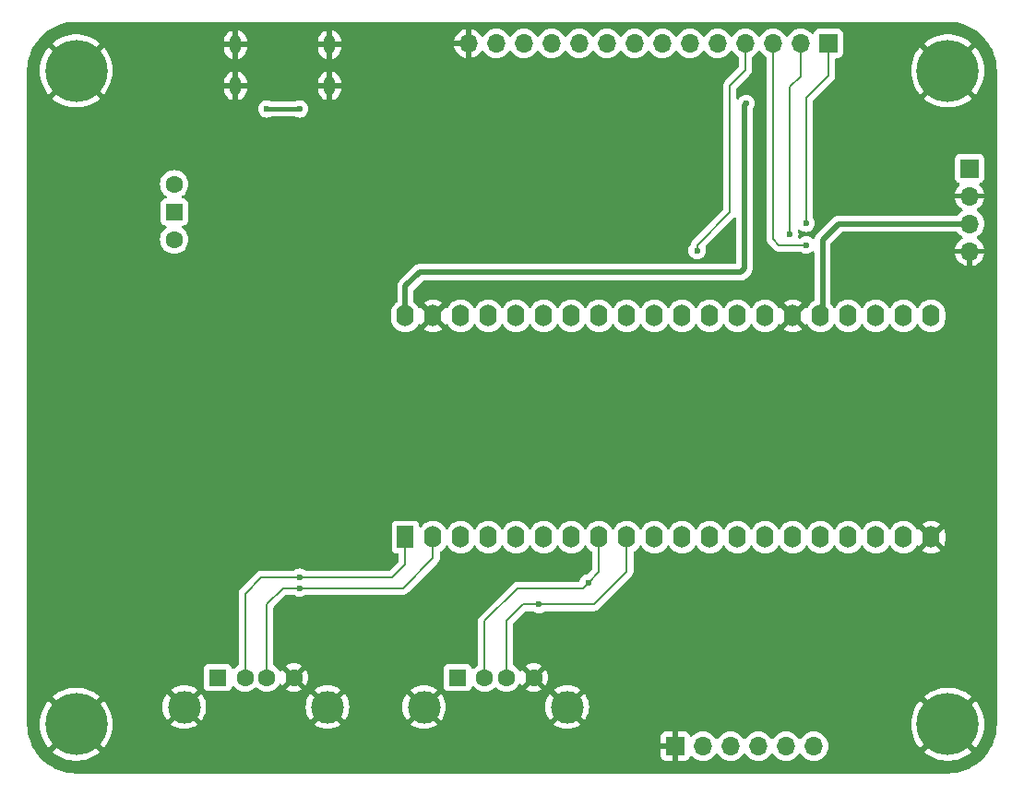
<source format=gbr>
%TF.GenerationSoftware,KiCad,Pcbnew,8.0.3*%
%TF.CreationDate,2024-07-25T17:47:04+02:00*%
%TF.ProjectId,nanoComp,6e616e6f-436f-46d7-902e-6b696361645f,A*%
%TF.SameCoordinates,Original*%
%TF.FileFunction,Copper,L2,Bot*%
%TF.FilePolarity,Positive*%
%FSLAX46Y46*%
G04 Gerber Fmt 4.6, Leading zero omitted, Abs format (unit mm)*
G04 Created by KiCad (PCBNEW 8.0.3) date 2024-07-25 17:47:04*
%MOMM*%
%LPD*%
G01*
G04 APERTURE LIST*
%TA.AperFunction,ComponentPad*%
%ADD10O,1.100000X1.700000*%
%TD*%
%TA.AperFunction,ComponentPad*%
%ADD11R,1.700000X1.700000*%
%TD*%
%TA.AperFunction,ComponentPad*%
%ADD12O,1.700000X1.700000*%
%TD*%
%TA.AperFunction,ComponentPad*%
%ADD13R,1.600000X1.500000*%
%TD*%
%TA.AperFunction,ComponentPad*%
%ADD14C,1.600000*%
%TD*%
%TA.AperFunction,ComponentPad*%
%ADD15C,3.000000*%
%TD*%
%TA.AperFunction,ComponentPad*%
%ADD16C,5.700000*%
%TD*%
%TA.AperFunction,ComponentPad*%
%ADD17R,1.500000X2.000000*%
%TD*%
%TA.AperFunction,ComponentPad*%
%ADD18O,1.600000X2.000000*%
%TD*%
%TA.AperFunction,ComponentPad*%
%ADD19R,1.500000X1.500000*%
%TD*%
%TA.AperFunction,ViaPad*%
%ADD20C,0.600000*%
%TD*%
%TA.AperFunction,Conductor*%
%ADD21C,0.200000*%
%TD*%
%TA.AperFunction,Conductor*%
%ADD22C,0.400000*%
%TD*%
%TA.AperFunction,Conductor*%
%ADD23C,0.500000*%
%TD*%
G04 APERTURE END LIST*
D10*
%TO.P,J1,S1,SHIELD*%
%TO.N,GND*%
X108267427Y-65381348D03*
X108267427Y-61581348D03*
X99627427Y-65381348D03*
X99627427Y-61581348D03*
%TD*%
D11*
%TO.P,J5,1,Pin_1*%
%TO.N,/GPIO0*%
X154040000Y-61500000D03*
D12*
%TO.P,J5,2,Pin_2*%
%TO.N,/GPIO1*%
X151500000Y-61500000D03*
%TO.P,J5,3,Pin_3*%
%TO.N,/GPIO2*%
X148960000Y-61500000D03*
%TO.P,J5,4,Pin_4*%
%TO.N,/GPIO3*%
X146420000Y-61500000D03*
%TO.P,J5,5,Pin_5*%
%TO.N,/GPIO4*%
X143880000Y-61500000D03*
%TO.P,J5,6,Pin_6*%
%TO.N,/GPIO5*%
X141340000Y-61500000D03*
%TO.P,J5,7,Pin_7*%
%TO.N,/GPIO6*%
X138800000Y-61500000D03*
%TO.P,J5,8,Pin_8*%
%TO.N,/GPIO7*%
X136260000Y-61500000D03*
%TO.P,J5,9,Pin_9*%
%TO.N,/GPIO8*%
X133720000Y-61500000D03*
%TO.P,J5,10,Pin_10*%
%TO.N,/GPIO9*%
X131180000Y-61500000D03*
%TO.P,J5,11,Pin_11*%
%TO.N,/GPIO10*%
X128640000Y-61500000D03*
%TO.P,J5,12,Pin_12*%
%TO.N,/GPIO11*%
X126100000Y-61500000D03*
%TO.P,J5,13,Pin_13*%
%TO.N,/GPIO12*%
X123560000Y-61500000D03*
%TO.P,J5,14,Pin_14*%
%TO.N,GND*%
X121020000Y-61500000D03*
%TD*%
D11*
%TO.P,J6,1,Pin_1*%
%TO.N,VCC*%
X167000000Y-72960000D03*
D12*
%TO.P,J6,2,Pin_2*%
%TO.N,GND*%
X167000000Y-75500000D03*
%TO.P,J6,3,Pin_3*%
%TO.N,3V3*%
X167000000Y-78040000D03*
%TO.P,J6,4,Pin_4*%
%TO.N,GND*%
X167000000Y-80580000D03*
%TD*%
D13*
%TO.P,J3,1,VBUS*%
%TO.N,VCC*%
X120000000Y-119700000D03*
D14*
%TO.P,J3,2,D-*%
%TO.N,/USB_B_D-*%
X122500000Y-119700000D03*
%TO.P,J3,3,D+*%
%TO.N,/USB_B_D+*%
X124500000Y-119700000D03*
%TO.P,J3,4,GND*%
%TO.N,GND*%
X127000000Y-119700000D03*
D15*
%TO.P,J3,5,Shield*%
X116930000Y-122410000D03*
X130070000Y-122410000D03*
%TD*%
D16*
%TO.P,H2,1,1*%
%TO.N,GND*%
X85000000Y-124000000D03*
%TD*%
D13*
%TO.P,J2,1,VBUS*%
%TO.N,VCC*%
X98000000Y-119700000D03*
D14*
%TO.P,J2,2,D-*%
%TO.N,/USB_A_D-*%
X100500000Y-119700000D03*
%TO.P,J2,3,D+*%
%TO.N,/USB_A_D+*%
X102500000Y-119700000D03*
%TO.P,J2,4,GND*%
%TO.N,GND*%
X105000000Y-119700000D03*
D15*
%TO.P,J2,5,Shield*%
X94930000Y-122410000D03*
X108070000Y-122410000D03*
%TD*%
D11*
%TO.P,J4,1,Pin_1*%
%TO.N,GND*%
X140000000Y-126000000D03*
D12*
%TO.P,J4,2,Pin_2*%
%TO.N,/CTS#*%
X142540000Y-126000000D03*
%TO.P,J4,3,Pin_3*%
%TO.N,Net-(J4-Pin_3)*%
X145080000Y-126000000D03*
%TO.P,J4,4,Pin_4*%
%TO.N,/TXD*%
X147620000Y-126000000D03*
%TO.P,J4,5,Pin_5*%
%TO.N,/RXD*%
X150160000Y-126000000D03*
%TO.P,J4,6,Pin_6*%
%TO.N,/RTS#*%
X152700000Y-126000000D03*
%TD*%
D16*
%TO.P,H1,1,1*%
%TO.N,GND*%
X85000000Y-64000000D03*
%TD*%
%TO.P,H3,1,1*%
%TO.N,GND*%
X165000000Y-124000000D03*
%TD*%
D17*
%TO.P,U1,1,IOT40A*%
%TO.N,/USB_A_D-*%
X115220000Y-106820000D03*
D18*
%TO.P,U1,2,IOT34B*%
%TO.N,/USB_A_D+*%
X117760000Y-106820000D03*
%TO.P,U1,3,IOT34A*%
%TO.N,/GPIO3*%
X120300000Y-106820000D03*
%TO.P,U1,4,IOT4B*%
%TO.N,unconnected-(U1-IOT4B-Pad4)*%
X122840000Y-106820000D03*
%TO.P,U1,5,IOT30A*%
%TO.N,unconnected-(U1-IOT30A-Pad5)*%
X125380000Y-106820000D03*
%TO.P,U1,6,IOL47A*%
%TO.N,unconnected-(U1-IOL47A-Pad6)*%
X127920000Y-106820000D03*
%TO.P,U1,7,IOL47B*%
%TO.N,unconnected-(U1-IOL47B-Pad7)*%
X130460000Y-106820000D03*
%TO.P,U1,8,IOB8A*%
%TO.N,/USB_B_D-*%
X133000000Y-106820000D03*
%TO.P,U1,9,IOB8B*%
%TO.N,/USB_B_D+*%
X135540000Y-106820000D03*
%TO.P,U1,10,IOB6A*%
%TO.N,/TXD*%
X138080000Y-106820000D03*
%TO.P,U1,11,IOB6B*%
%TO.N,/RXD*%
X140620000Y-106820000D03*
%TO.P,U1,12,IOB14A*%
%TO.N,/GPIO0*%
X143160000Y-106820000D03*
%TO.P,U1,13,IOB14B*%
%TO.N,/GPIO1*%
X145700000Y-106820000D03*
%TO.P,U1,14,IOB29A*%
%TO.N,/GPIO2*%
X148240000Y-106820000D03*
%TO.P,U1,15,IOL49A*%
%TO.N,unconnected-(U1-IOL49A-Pad15)*%
X150780000Y-106820000D03*
%TO.P,U1,16,IOL51B*%
%TO.N,unconnected-(U1-IOL51B-Pad16)*%
X153320000Y-106820000D03*
%TO.P,U1,17,IOL51A*%
%TO.N,unconnected-(U1-IOL51A-Pad17)*%
X155860000Y-106820000D03*
%TO.P,U1,18,IOL49B*%
%TO.N,unconnected-(U1-IOL49B-Pad18)*%
X158400000Y-106820000D03*
%TO.P,U1,19,3V3*%
%TO.N,3V3*%
X160940000Y-106820000D03*
%TO.P,U1,20,GND*%
%TO.N,GND*%
X163480000Y-106820000D03*
%TO.P,U1,21,IOR39A*%
%TO.N,/GPIO4*%
X163480000Y-86500000D03*
%TO.P,U1,22,IOR38B*%
%TO.N,/GPIO5*%
X160940000Y-86500000D03*
%TO.P,U1,23,IOT44A*%
%TO.N,/GPIO6*%
X158400000Y-86500000D03*
%TO.P,U1,24,IOT40B*%
%TO.N,/GPIO7*%
X155860000Y-86500000D03*
%TO.P,U1,25,3V3*%
%TO.N,3V3*%
X153320000Y-86500000D03*
%TO.P,U1,26,GND*%
%TO.N,GND*%
X150780000Y-86500000D03*
%TO.P,U1,27,IOT27B*%
%TO.N,unconnected-(U1-IOT27B-Pad27)*%
X148240000Y-86500000D03*
%TO.P,U1,28,IOT4A*%
%TO.N,/GPIO8*%
X145700000Y-86500000D03*
%TO.P,U1,29,IOR49A*%
%TO.N,/GPIO9*%
X143160000Y-86500000D03*
%TO.P,U1,30,IOR36B*%
%TO.N,unconnected-(U1-IOR36B-Pad30)*%
X140620000Y-86500000D03*
%TO.P,U1,31,IOR49B*%
%TO.N,/GPIO10*%
X138080000Y-86500000D03*
%TO.P,U1,32,IOR45A*%
%TO.N,unconnected-(U1-IOR45A-Pad32)*%
X135540000Y-86500000D03*
%TO.P,U1,33,IOR38A*%
%TO.N,unconnected-(U1-IOR38A-Pad33)*%
X133000000Y-86500000D03*
%TO.P,U1,34,IOR36A*%
%TO.N,unconnected-(U1-IOR36A-Pad34)*%
X130460000Y-86500000D03*
%TO.P,U1,35,IOB43A*%
%TO.N,/GPIO11*%
X127920000Y-86500000D03*
%TO.P,U1,36,IOB42B*%
%TO.N,/GPIO12*%
X125380000Y-86500000D03*
%TO.P,U1,37,IOT27A*%
%TO.N,unconnected-(U1-IOT27A-Pad37)*%
X122840000Y-86500000D03*
%TO.P,U1,38,IOT30B*%
%TO.N,unconnected-(U1-IOT30B-Pad38)*%
X120300000Y-86500000D03*
%TO.P,U1,39,GND*%
%TO.N,GND*%
X117760000Y-86500000D03*
%TO.P,U1,40,5V*%
%TO.N,VCC*%
X115220000Y-86500000D03*
%TD*%
D16*
%TO.P,H4,1,1*%
%TO.N,GND*%
X165000000Y-64000000D03*
%TD*%
D19*
%TO.P,SW1,1,B*%
%TO.N,Net-(D1-K)*%
X94000000Y-76960000D03*
D14*
%TO.P,SW1,2,C*%
%TO.N,unconnected-(SW1-C-Pad2)*%
X94000000Y-74420000D03*
%TO.P,SW1,3,A*%
%TO.N,VCC*%
X94000000Y-79500000D03*
%TD*%
D20*
%TO.N,/USB_B_D+*%
X127500000Y-113000000D03*
%TO.N,GND*%
X132500000Y-114000000D03*
X127000000Y-110000000D03*
%TO.N,/USB_B_D-*%
X132000000Y-111000000D03*
%TO.N,/USB_A_D+*%
X105500000Y-111500000D03*
%TO.N,GND*%
X111500000Y-113000000D03*
X111500000Y-109000000D03*
%TO.N,/USB_A_D-*%
X105500000Y-110500000D03*
%TO.N,GND*%
X101197427Y-67302573D03*
X155000000Y-118000000D03*
X140000000Y-118000000D03*
X107500000Y-82500000D03*
X94000000Y-94000000D03*
X106697427Y-67197427D03*
%TO.N,Net-(D1-A)*%
X105500000Y-67500000D03*
X102500000Y-67500000D03*
%TO.N,VCC*%
X146500000Y-67000000D03*
%TO.N,/GPIO0*%
X152000000Y-78000000D03*
%TO.N,/GPIO1*%
X150500000Y-79000000D03*
%TO.N,/GPIO3*%
X142000000Y-80500000D03*
%TO.N,/GPIO2*%
X152000000Y-80000000D03*
%TD*%
D21*
%TO.N,/USB_B_D+*%
X132500000Y-113000000D02*
X127500000Y-113000000D01*
X127500000Y-113000000D02*
X126000000Y-113000000D01*
%TO.N,/USB_B_D-*%
X131500000Y-111500000D02*
X132000000Y-111000000D01*
X132000000Y-111000000D02*
X133000000Y-110000000D01*
%TO.N,/USB_A_D+*%
X115000000Y-111500000D02*
X105500000Y-111500000D01*
X105500000Y-111500000D02*
X104000000Y-111500000D01*
%TO.N,/USB_A_D-*%
X102000000Y-110500000D02*
X105500000Y-110500000D01*
X105500000Y-110500000D02*
X114000000Y-110500000D01*
D22*
%TO.N,Net-(D1-A)*%
X102500000Y-67500000D02*
X105500000Y-67500000D01*
D23*
%TO.N,VCC*%
X115220000Y-83780000D02*
X116500000Y-82500000D01*
X146324595Y-82175405D02*
X146324595Y-67175405D01*
X116500000Y-82500000D02*
X146000000Y-82500000D01*
X146324595Y-67175405D02*
X146500000Y-67000000D01*
X146000000Y-82500000D02*
X146324595Y-82175405D01*
X115220000Y-86500000D02*
X115500000Y-86500000D01*
X115220000Y-86500000D02*
X115220000Y-83780000D01*
D21*
%TO.N,/USB_A_D+*%
X102500000Y-113000000D02*
X102500000Y-119140000D01*
X104000000Y-111500000D02*
X102500000Y-113000000D01*
X117760000Y-106820000D02*
X117760000Y-108740000D01*
X117760000Y-108740000D02*
X115000000Y-111500000D01*
%TO.N,/USB_A_D-*%
X114000000Y-110500000D02*
X115220000Y-109280000D01*
X115220000Y-109280000D02*
X115220000Y-106820000D01*
X100500000Y-119140000D02*
X100500000Y-112000000D01*
X100500000Y-112000000D02*
X102000000Y-110500000D01*
%TO.N,/USB_B_D-*%
X125500000Y-111500000D02*
X131500000Y-111500000D01*
X122500000Y-119140000D02*
X122500000Y-114500000D01*
X122500000Y-114500000D02*
X125500000Y-111500000D01*
X133000000Y-110000000D02*
X133000000Y-106820000D01*
%TO.N,/USB_B_D+*%
X126000000Y-113000000D02*
X124500000Y-114500000D01*
X124500000Y-114500000D02*
X124500000Y-119140000D01*
X135540000Y-109960000D02*
X132500000Y-113000000D01*
X135540000Y-106820000D02*
X135540000Y-109960000D01*
%TO.N,/GPIO0*%
X152000000Y-66500000D02*
X154040000Y-64460000D01*
X152000000Y-78000000D02*
X152000000Y-66500000D01*
X154040000Y-64460000D02*
X154040000Y-61500000D01*
%TO.N,/GPIO1*%
X151500000Y-64500000D02*
X151500000Y-61500000D01*
X150500000Y-79000000D02*
X150500000Y-65500000D01*
X150500000Y-65500000D02*
X151500000Y-64500000D01*
%TO.N,/GPIO3*%
X142000000Y-80000000D02*
X145000000Y-77000000D01*
X145000000Y-65340000D02*
X146420000Y-63920000D01*
X145000000Y-77000000D02*
X145000000Y-65340000D01*
X142000000Y-80500000D02*
X142000000Y-80000000D01*
X146420000Y-63920000D02*
X146420000Y-61500000D01*
%TO.N,/GPIO2*%
X152000000Y-80000000D02*
X149500000Y-80000000D01*
X149500000Y-80000000D02*
X148960000Y-79460000D01*
X148960000Y-79460000D02*
X148960000Y-61500000D01*
D23*
%TO.N,3V3*%
X153500000Y-79500000D02*
X154960000Y-78040000D01*
X153320000Y-86500000D02*
X153500000Y-86320000D01*
X154960000Y-78040000D02*
X167000000Y-78040000D01*
X153500000Y-86320000D02*
X153500000Y-79500000D01*
%TD*%
%TA.AperFunction,Conductor*%
%TO.N,GND*%
G36*
X147774855Y-62166546D02*
G01*
X147791575Y-62185842D01*
X147921281Y-62371082D01*
X147921505Y-62371401D01*
X148088599Y-62538495D01*
X148185384Y-62606265D01*
X148282165Y-62674032D01*
X148282167Y-62674033D01*
X148282170Y-62674035D01*
X148287898Y-62676706D01*
X148340339Y-62722872D01*
X148359500Y-62789090D01*
X148359500Y-79373330D01*
X148359499Y-79373348D01*
X148359499Y-79539054D01*
X148359498Y-79539054D01*
X148389354Y-79650478D01*
X148400423Y-79691785D01*
X148420577Y-79726692D01*
X148444549Y-79768213D01*
X148479479Y-79828714D01*
X148479481Y-79828717D01*
X148598349Y-79947585D01*
X148598355Y-79947590D01*
X149015139Y-80364374D01*
X149015149Y-80364385D01*
X149019479Y-80368715D01*
X149019480Y-80368716D01*
X149131284Y-80480520D01*
X149189576Y-80514174D01*
X149218095Y-80530639D01*
X149218097Y-80530641D01*
X149268213Y-80559576D01*
X149268215Y-80559577D01*
X149420942Y-80600500D01*
X149420943Y-80600500D01*
X151417588Y-80600500D01*
X151484627Y-80620185D01*
X151494903Y-80627555D01*
X151497736Y-80629814D01*
X151497738Y-80629816D01*
X151650478Y-80725789D01*
X151785379Y-80772993D01*
X151820745Y-80785368D01*
X151820750Y-80785369D01*
X151999996Y-80805565D01*
X152000000Y-80805565D01*
X152000004Y-80805565D01*
X152179249Y-80785369D01*
X152179252Y-80785368D01*
X152179255Y-80785368D01*
X152349522Y-80725789D01*
X152502262Y-80629816D01*
X152537819Y-80594259D01*
X152599142Y-80560774D01*
X152668834Y-80565758D01*
X152724767Y-80607630D01*
X152749184Y-80673094D01*
X152749500Y-80681940D01*
X152749500Y-85055111D01*
X152729815Y-85122150D01*
X152681797Y-85165595D01*
X152638386Y-85187714D01*
X152472786Y-85308028D01*
X152328028Y-85452786D01*
X152207713Y-85618388D01*
X152160203Y-85711631D01*
X152112229Y-85762426D01*
X152044407Y-85779221D01*
X151978273Y-85756683D01*
X151939234Y-85711629D01*
X151933390Y-85700161D01*
X151262962Y-86370589D01*
X151245925Y-86307007D01*
X151180099Y-86192993D01*
X151087007Y-86099901D01*
X150972993Y-86034075D01*
X150909410Y-86017037D01*
X151621760Y-85304687D01*
X151621759Y-85304686D01*
X151461349Y-85188140D01*
X151279031Y-85095244D01*
X151084417Y-85032009D01*
X150882317Y-85000000D01*
X150677683Y-85000000D01*
X150475582Y-85032009D01*
X150280968Y-85095244D01*
X150098647Y-85188142D01*
X149938239Y-85304684D01*
X149938238Y-85304686D01*
X150650590Y-86017037D01*
X150587007Y-86034075D01*
X150472993Y-86099901D01*
X150379901Y-86192993D01*
X150314075Y-86307007D01*
X150297037Y-86370590D01*
X149626607Y-85700160D01*
X149620765Y-85711628D01*
X149572791Y-85762424D01*
X149504970Y-85779220D01*
X149438835Y-85756683D01*
X149399795Y-85711629D01*
X149388990Y-85690424D01*
X149352287Y-85618390D01*
X149344556Y-85607749D01*
X149231971Y-85452786D01*
X149087213Y-85308028D01*
X148921613Y-85187715D01*
X148921612Y-85187714D01*
X148921610Y-85187713D01*
X148864653Y-85158691D01*
X148739223Y-85094781D01*
X148544534Y-85031522D01*
X148369995Y-85003878D01*
X148342352Y-84999500D01*
X148137648Y-84999500D01*
X148113329Y-85003351D01*
X147935465Y-85031522D01*
X147740776Y-85094781D01*
X147558386Y-85187715D01*
X147392786Y-85308028D01*
X147248028Y-85452786D01*
X147127715Y-85618386D01*
X147080485Y-85711080D01*
X147032510Y-85761876D01*
X146964689Y-85778671D01*
X146898554Y-85756134D01*
X146859515Y-85711080D01*
X146853951Y-85700160D01*
X146812287Y-85618390D01*
X146804556Y-85607749D01*
X146691971Y-85452786D01*
X146547213Y-85308028D01*
X146381613Y-85187715D01*
X146381612Y-85187714D01*
X146381610Y-85187713D01*
X146324653Y-85158691D01*
X146199223Y-85094781D01*
X146004534Y-85031522D01*
X145829995Y-85003878D01*
X145802352Y-84999500D01*
X145597648Y-84999500D01*
X145573329Y-85003351D01*
X145395465Y-85031522D01*
X145200776Y-85094781D01*
X145018386Y-85187715D01*
X144852786Y-85308028D01*
X144708028Y-85452786D01*
X144587715Y-85618386D01*
X144540485Y-85711080D01*
X144492510Y-85761876D01*
X144424689Y-85778671D01*
X144358554Y-85756134D01*
X144319515Y-85711080D01*
X144313951Y-85700160D01*
X144272287Y-85618390D01*
X144264556Y-85607749D01*
X144151971Y-85452786D01*
X144007213Y-85308028D01*
X143841613Y-85187715D01*
X143841612Y-85187714D01*
X143841610Y-85187713D01*
X143784653Y-85158691D01*
X143659223Y-85094781D01*
X143464534Y-85031522D01*
X143289995Y-85003878D01*
X143262352Y-84999500D01*
X143057648Y-84999500D01*
X143033329Y-85003351D01*
X142855465Y-85031522D01*
X142660776Y-85094781D01*
X142478386Y-85187715D01*
X142312786Y-85308028D01*
X142168028Y-85452786D01*
X142047715Y-85618386D01*
X142000485Y-85711080D01*
X141952510Y-85761876D01*
X141884689Y-85778671D01*
X141818554Y-85756134D01*
X141779515Y-85711080D01*
X141773951Y-85700160D01*
X141732287Y-85618390D01*
X141724556Y-85607749D01*
X141611971Y-85452786D01*
X141467213Y-85308028D01*
X141301613Y-85187715D01*
X141301612Y-85187714D01*
X141301610Y-85187713D01*
X141244653Y-85158691D01*
X141119223Y-85094781D01*
X140924534Y-85031522D01*
X140749995Y-85003878D01*
X140722352Y-84999500D01*
X140517648Y-84999500D01*
X140493329Y-85003351D01*
X140315465Y-85031522D01*
X140120776Y-85094781D01*
X139938386Y-85187715D01*
X139772786Y-85308028D01*
X139628028Y-85452786D01*
X139507715Y-85618386D01*
X139460485Y-85711080D01*
X139412510Y-85761876D01*
X139344689Y-85778671D01*
X139278554Y-85756134D01*
X139239515Y-85711080D01*
X139233951Y-85700160D01*
X139192287Y-85618390D01*
X139184556Y-85607749D01*
X139071971Y-85452786D01*
X138927213Y-85308028D01*
X138761613Y-85187715D01*
X138761612Y-85187714D01*
X138761610Y-85187713D01*
X138704653Y-85158691D01*
X138579223Y-85094781D01*
X138384534Y-85031522D01*
X138209995Y-85003878D01*
X138182352Y-84999500D01*
X137977648Y-84999500D01*
X137953329Y-85003351D01*
X137775465Y-85031522D01*
X137580776Y-85094781D01*
X137398386Y-85187715D01*
X137232786Y-85308028D01*
X137088028Y-85452786D01*
X136967715Y-85618386D01*
X136920485Y-85711080D01*
X136872510Y-85761876D01*
X136804689Y-85778671D01*
X136738554Y-85756134D01*
X136699515Y-85711080D01*
X136693951Y-85700160D01*
X136652287Y-85618390D01*
X136644556Y-85607749D01*
X136531971Y-85452786D01*
X136387213Y-85308028D01*
X136221613Y-85187715D01*
X136221612Y-85187714D01*
X136221610Y-85187713D01*
X136164653Y-85158691D01*
X136039223Y-85094781D01*
X135844534Y-85031522D01*
X135669995Y-85003878D01*
X135642352Y-84999500D01*
X135437648Y-84999500D01*
X135413329Y-85003351D01*
X135235465Y-85031522D01*
X135040776Y-85094781D01*
X134858386Y-85187715D01*
X134692786Y-85308028D01*
X134548028Y-85452786D01*
X134427715Y-85618386D01*
X134380485Y-85711080D01*
X134332510Y-85761876D01*
X134264689Y-85778671D01*
X134198554Y-85756134D01*
X134159515Y-85711080D01*
X134153951Y-85700160D01*
X134112287Y-85618390D01*
X134104556Y-85607749D01*
X133991971Y-85452786D01*
X133847213Y-85308028D01*
X133681613Y-85187715D01*
X133681612Y-85187714D01*
X133681610Y-85187713D01*
X133624653Y-85158691D01*
X133499223Y-85094781D01*
X133304534Y-85031522D01*
X133129995Y-85003878D01*
X133102352Y-84999500D01*
X132897648Y-84999500D01*
X132873329Y-85003351D01*
X132695465Y-85031522D01*
X132500776Y-85094781D01*
X132318386Y-85187715D01*
X132152786Y-85308028D01*
X132008028Y-85452786D01*
X131887715Y-85618386D01*
X131840485Y-85711080D01*
X131792510Y-85761876D01*
X131724689Y-85778671D01*
X131658554Y-85756134D01*
X131619515Y-85711080D01*
X131613951Y-85700160D01*
X131572287Y-85618390D01*
X131564556Y-85607749D01*
X131451971Y-85452786D01*
X131307213Y-85308028D01*
X131141613Y-85187715D01*
X131141612Y-85187714D01*
X131141610Y-85187713D01*
X131084653Y-85158691D01*
X130959223Y-85094781D01*
X130764534Y-85031522D01*
X130589995Y-85003878D01*
X130562352Y-84999500D01*
X130357648Y-84999500D01*
X130333329Y-85003351D01*
X130155465Y-85031522D01*
X129960776Y-85094781D01*
X129778386Y-85187715D01*
X129612786Y-85308028D01*
X129468028Y-85452786D01*
X129347715Y-85618386D01*
X129300485Y-85711080D01*
X129252510Y-85761876D01*
X129184689Y-85778671D01*
X129118554Y-85756134D01*
X129079515Y-85711080D01*
X129073951Y-85700160D01*
X129032287Y-85618390D01*
X129024556Y-85607749D01*
X128911971Y-85452786D01*
X128767213Y-85308028D01*
X128601613Y-85187715D01*
X128601612Y-85187714D01*
X128601610Y-85187713D01*
X128544653Y-85158691D01*
X128419223Y-85094781D01*
X128224534Y-85031522D01*
X128049995Y-85003878D01*
X128022352Y-84999500D01*
X127817648Y-84999500D01*
X127793329Y-85003351D01*
X127615465Y-85031522D01*
X127420776Y-85094781D01*
X127238386Y-85187715D01*
X127072786Y-85308028D01*
X126928028Y-85452786D01*
X126807715Y-85618386D01*
X126760485Y-85711080D01*
X126712510Y-85761876D01*
X126644689Y-85778671D01*
X126578554Y-85756134D01*
X126539515Y-85711080D01*
X126533951Y-85700160D01*
X126492287Y-85618390D01*
X126484556Y-85607749D01*
X126371971Y-85452786D01*
X126227213Y-85308028D01*
X126061613Y-85187715D01*
X126061612Y-85187714D01*
X126061610Y-85187713D01*
X126004653Y-85158691D01*
X125879223Y-85094781D01*
X125684534Y-85031522D01*
X125509995Y-85003878D01*
X125482352Y-84999500D01*
X125277648Y-84999500D01*
X125253329Y-85003351D01*
X125075465Y-85031522D01*
X124880776Y-85094781D01*
X124698386Y-85187715D01*
X124532786Y-85308028D01*
X124388028Y-85452786D01*
X124267715Y-85618386D01*
X124220485Y-85711080D01*
X124172510Y-85761876D01*
X124104689Y-85778671D01*
X124038554Y-85756134D01*
X123999515Y-85711080D01*
X123993951Y-85700160D01*
X123952287Y-85618390D01*
X123944556Y-85607749D01*
X123831971Y-85452786D01*
X123687213Y-85308028D01*
X123521613Y-85187715D01*
X123521612Y-85187714D01*
X123521610Y-85187713D01*
X123464653Y-85158691D01*
X123339223Y-85094781D01*
X123144534Y-85031522D01*
X122969995Y-85003878D01*
X122942352Y-84999500D01*
X122737648Y-84999500D01*
X122713329Y-85003351D01*
X122535465Y-85031522D01*
X122340776Y-85094781D01*
X122158386Y-85187715D01*
X121992786Y-85308028D01*
X121848028Y-85452786D01*
X121727715Y-85618386D01*
X121680485Y-85711080D01*
X121632510Y-85761876D01*
X121564689Y-85778671D01*
X121498554Y-85756134D01*
X121459515Y-85711080D01*
X121453951Y-85700160D01*
X121412287Y-85618390D01*
X121404556Y-85607749D01*
X121291971Y-85452786D01*
X121147213Y-85308028D01*
X120981613Y-85187715D01*
X120981612Y-85187714D01*
X120981610Y-85187713D01*
X120924653Y-85158691D01*
X120799223Y-85094781D01*
X120604534Y-85031522D01*
X120429995Y-85003878D01*
X120402352Y-84999500D01*
X120197648Y-84999500D01*
X120173329Y-85003351D01*
X119995465Y-85031522D01*
X119800776Y-85094781D01*
X119618386Y-85187715D01*
X119452786Y-85308028D01*
X119308028Y-85452786D01*
X119187713Y-85618388D01*
X119140203Y-85711631D01*
X119092229Y-85762426D01*
X119024407Y-85779221D01*
X118958273Y-85756683D01*
X118919234Y-85711629D01*
X118913390Y-85700161D01*
X118242962Y-86370589D01*
X118225925Y-86307007D01*
X118160099Y-86192993D01*
X118067007Y-86099901D01*
X117952993Y-86034075D01*
X117889410Y-86017037D01*
X118601760Y-85304687D01*
X118601759Y-85304686D01*
X118441349Y-85188140D01*
X118259031Y-85095244D01*
X118064417Y-85032009D01*
X117862317Y-85000000D01*
X117657683Y-85000000D01*
X117455582Y-85032009D01*
X117260968Y-85095244D01*
X117078647Y-85188142D01*
X116918239Y-85304684D01*
X116918238Y-85304686D01*
X117630590Y-86017037D01*
X117567007Y-86034075D01*
X117452993Y-86099901D01*
X117359901Y-86192993D01*
X117294075Y-86307007D01*
X117277037Y-86370590D01*
X116606607Y-85700160D01*
X116600765Y-85711628D01*
X116552791Y-85762424D01*
X116484970Y-85779220D01*
X116418835Y-85756683D01*
X116379795Y-85711629D01*
X116368990Y-85690424D01*
X116332287Y-85618390D01*
X116324556Y-85607749D01*
X116211971Y-85452786D01*
X116067217Y-85308032D01*
X116067212Y-85308028D01*
X116021615Y-85274900D01*
X115978949Y-85219571D01*
X115970500Y-85174582D01*
X115970500Y-84142229D01*
X115990185Y-84075190D01*
X116006819Y-84054548D01*
X116774548Y-83286819D01*
X116835871Y-83253334D01*
X116862229Y-83250500D01*
X146073920Y-83250500D01*
X146171462Y-83231096D01*
X146218913Y-83221658D01*
X146355495Y-83165084D01*
X146430577Y-83114916D01*
X146478416Y-83082952D01*
X146907547Y-82653820D01*
X146960936Y-82573917D01*
X146989679Y-82530900D01*
X147033096Y-82426082D01*
X147046254Y-82394317D01*
X147075095Y-82249322D01*
X147075095Y-82101487D01*
X147075095Y-67608345D01*
X147094780Y-67541306D01*
X147111414Y-67520664D01*
X147129816Y-67502262D01*
X147225789Y-67349522D01*
X147285368Y-67179255D01*
X147285369Y-67179249D01*
X147305565Y-67000003D01*
X147305565Y-66999996D01*
X147285369Y-66820750D01*
X147285368Y-66820745D01*
X147277934Y-66799500D01*
X147225789Y-66650478D01*
X147129816Y-66497738D01*
X147002262Y-66370184D01*
X146971233Y-66350687D01*
X146849523Y-66274211D01*
X146679254Y-66214631D01*
X146679249Y-66214630D01*
X146500004Y-66194435D01*
X146499996Y-66194435D01*
X146320750Y-66214630D01*
X146320745Y-66214631D01*
X146150476Y-66274211D01*
X145997737Y-66370184D01*
X145870184Y-66497737D01*
X145829494Y-66562496D01*
X145777159Y-66608787D01*
X145708106Y-66619435D01*
X145644257Y-66591060D01*
X145605885Y-66532670D01*
X145600500Y-66496524D01*
X145600500Y-65640096D01*
X145620185Y-65573057D01*
X145636814Y-65552419D01*
X146778506Y-64410727D01*
X146778511Y-64410724D01*
X146788714Y-64400520D01*
X146788716Y-64400520D01*
X146900520Y-64288716D01*
X146951797Y-64199902D01*
X146955674Y-64193187D01*
X146955675Y-64193185D01*
X146979574Y-64151790D01*
X146979573Y-64151790D01*
X146979577Y-64151785D01*
X147020500Y-63999058D01*
X147020500Y-63840943D01*
X147020500Y-62789090D01*
X147040185Y-62722051D01*
X147092101Y-62676706D01*
X147097830Y-62674035D01*
X147291401Y-62538495D01*
X147458495Y-62371401D01*
X147588425Y-62185842D01*
X147643002Y-62142217D01*
X147712500Y-62135023D01*
X147774855Y-62166546D01*
G37*
%TD.AperFunction*%
%TA.AperFunction,Conductor*%
G36*
X165002702Y-59500617D02*
G01*
X165386771Y-59517386D01*
X165397506Y-59518326D01*
X165775971Y-59568152D01*
X165786597Y-59570025D01*
X166159284Y-59652648D01*
X166169710Y-59655442D01*
X166533765Y-59770227D01*
X166543911Y-59773920D01*
X166896578Y-59920000D01*
X166906369Y-59924566D01*
X167244942Y-60100816D01*
X167254310Y-60106224D01*
X167576244Y-60311318D01*
X167585105Y-60317523D01*
X167887930Y-60549889D01*
X167896217Y-60556843D01*
X168177635Y-60814715D01*
X168185284Y-60822364D01*
X168443156Y-61103782D01*
X168450110Y-61112069D01*
X168682476Y-61414894D01*
X168688681Y-61423755D01*
X168893775Y-61745689D01*
X168899183Y-61755057D01*
X169075430Y-62093623D01*
X169080002Y-62103427D01*
X169226075Y-62456078D01*
X169229775Y-62466244D01*
X169344554Y-62830278D01*
X169347354Y-62840727D01*
X169429971Y-63213389D01*
X169431849Y-63224042D01*
X169481671Y-63602473D01*
X169482614Y-63613249D01*
X169499382Y-63997297D01*
X169499500Y-64002706D01*
X169499500Y-123997293D01*
X169499382Y-124002702D01*
X169482614Y-124386750D01*
X169481671Y-124397526D01*
X169431849Y-124775957D01*
X169429971Y-124786610D01*
X169347354Y-125159272D01*
X169344554Y-125169721D01*
X169229775Y-125533755D01*
X169226075Y-125543921D01*
X169080002Y-125896572D01*
X169075430Y-125906376D01*
X168899183Y-126244942D01*
X168893775Y-126254310D01*
X168688681Y-126576244D01*
X168682476Y-126585105D01*
X168450110Y-126887930D01*
X168443156Y-126896217D01*
X168185284Y-127177635D01*
X168177635Y-127185284D01*
X167896217Y-127443156D01*
X167887930Y-127450110D01*
X167585105Y-127682476D01*
X167576244Y-127688681D01*
X167254310Y-127893775D01*
X167244942Y-127899183D01*
X166906376Y-128075430D01*
X166896572Y-128080002D01*
X166543921Y-128226075D01*
X166533755Y-128229775D01*
X166169721Y-128344554D01*
X166159272Y-128347354D01*
X165786610Y-128429971D01*
X165775957Y-128431849D01*
X165397526Y-128481671D01*
X165386750Y-128482614D01*
X165002703Y-128499382D01*
X164997294Y-128499500D01*
X85002706Y-128499500D01*
X84997297Y-128499382D01*
X84613249Y-128482614D01*
X84602473Y-128481671D01*
X84224042Y-128431849D01*
X84213389Y-128429971D01*
X83840727Y-128347354D01*
X83830278Y-128344554D01*
X83466244Y-128229775D01*
X83456078Y-128226075D01*
X83103427Y-128080002D01*
X83093623Y-128075430D01*
X82755057Y-127899183D01*
X82745689Y-127893775D01*
X82423755Y-127688681D01*
X82414894Y-127682476D01*
X82112069Y-127450110D01*
X82103782Y-127443156D01*
X81822364Y-127185284D01*
X81814715Y-127177635D01*
X81556843Y-126896217D01*
X81549889Y-126887930D01*
X81317523Y-126585105D01*
X81311318Y-126576244D01*
X81106224Y-126254310D01*
X81100816Y-126244942D01*
X80924566Y-125906369D01*
X80919997Y-125896572D01*
X80850856Y-125729651D01*
X80773920Y-125543911D01*
X80770224Y-125533755D01*
X80655442Y-125169710D01*
X80652648Y-125159284D01*
X80570025Y-124786597D01*
X80568152Y-124775971D01*
X80518326Y-124397506D01*
X80517386Y-124386771D01*
X80500618Y-124002702D01*
X80500559Y-123999997D01*
X81645080Y-123999997D01*
X81645080Y-124000002D01*
X81664746Y-124362728D01*
X81723517Y-124721214D01*
X81723519Y-124721222D01*
X81820695Y-125071220D01*
X81820697Y-125071227D01*
X81955152Y-125408684D01*
X81955161Y-125408702D01*
X82125316Y-125729647D01*
X82125318Y-125729651D01*
X82329170Y-126030309D01*
X82329177Y-126030319D01*
X82460969Y-126185475D01*
X82460970Y-126185475D01*
X83705748Y-124940698D01*
X83779588Y-125042330D01*
X83957670Y-125220412D01*
X84059300Y-125294251D01*
X82811888Y-126541662D01*
X82811888Y-126541664D01*
X82828070Y-126556992D01*
X82828071Y-126556993D01*
X83117266Y-126776832D01*
X83117282Y-126776843D01*
X83428522Y-126964109D01*
X83428535Y-126964116D01*
X83758205Y-127116639D01*
X83758210Y-127116640D01*
X84102461Y-127232632D01*
X84457235Y-127310724D01*
X84818366Y-127349999D01*
X84818374Y-127350000D01*
X85181626Y-127350000D01*
X85181633Y-127349999D01*
X85542764Y-127310724D01*
X85897538Y-127232632D01*
X86241789Y-127116640D01*
X86241794Y-127116639D01*
X86571464Y-126964116D01*
X86571477Y-126964109D01*
X86882717Y-126776843D01*
X86882733Y-126776832D01*
X87171929Y-126556992D01*
X87188110Y-126541664D01*
X87188110Y-126541663D01*
X85940698Y-125294251D01*
X86042330Y-125220412D01*
X86220412Y-125042330D01*
X86294251Y-124940698D01*
X87539028Y-126185475D01*
X87539029Y-126185475D01*
X87670827Y-126030311D01*
X87670838Y-126030297D01*
X87874681Y-125729651D01*
X87874683Y-125729647D01*
X88044838Y-125408702D01*
X88044847Y-125408684D01*
X88166979Y-125102155D01*
X138650000Y-125102155D01*
X138650000Y-125750000D01*
X139566988Y-125750000D01*
X139534075Y-125807007D01*
X139500000Y-125934174D01*
X139500000Y-126065826D01*
X139534075Y-126192993D01*
X139566988Y-126250000D01*
X138650000Y-126250000D01*
X138650000Y-126897844D01*
X138656401Y-126957372D01*
X138656403Y-126957379D01*
X138706645Y-127092086D01*
X138706649Y-127092093D01*
X138792809Y-127207187D01*
X138792812Y-127207190D01*
X138907906Y-127293350D01*
X138907913Y-127293354D01*
X139042620Y-127343596D01*
X139042627Y-127343598D01*
X139102155Y-127349999D01*
X139102172Y-127350000D01*
X139750000Y-127350000D01*
X139750000Y-126433012D01*
X139807007Y-126465925D01*
X139934174Y-126500000D01*
X140065826Y-126500000D01*
X140192993Y-126465925D01*
X140250000Y-126433012D01*
X140250000Y-127350000D01*
X140897828Y-127350000D01*
X140897844Y-127349999D01*
X140957372Y-127343598D01*
X140957379Y-127343596D01*
X141092086Y-127293354D01*
X141092093Y-127293350D01*
X141207187Y-127207190D01*
X141207190Y-127207187D01*
X141293350Y-127092093D01*
X141293354Y-127092086D01*
X141342422Y-126960529D01*
X141384293Y-126904595D01*
X141449757Y-126880178D01*
X141518030Y-126895030D01*
X141546285Y-126916181D01*
X141668599Y-127038495D01*
X141745135Y-127092086D01*
X141862165Y-127174032D01*
X141862167Y-127174033D01*
X141862170Y-127174035D01*
X142076337Y-127273903D01*
X142304592Y-127335063D01*
X142475319Y-127350000D01*
X142539999Y-127355659D01*
X142540000Y-127355659D01*
X142540001Y-127355659D01*
X142604681Y-127350000D01*
X142775408Y-127335063D01*
X143003663Y-127273903D01*
X143217830Y-127174035D01*
X143411401Y-127038495D01*
X143578495Y-126871401D01*
X143708425Y-126685842D01*
X143763002Y-126642217D01*
X143832500Y-126635023D01*
X143894855Y-126666546D01*
X143911575Y-126685842D01*
X144041500Y-126871395D01*
X144041505Y-126871401D01*
X144208599Y-127038495D01*
X144285135Y-127092086D01*
X144402165Y-127174032D01*
X144402167Y-127174033D01*
X144402170Y-127174035D01*
X144616337Y-127273903D01*
X144844592Y-127335063D01*
X145015319Y-127350000D01*
X145079999Y-127355659D01*
X145080000Y-127355659D01*
X145080001Y-127355659D01*
X145144681Y-127350000D01*
X145315408Y-127335063D01*
X145543663Y-127273903D01*
X145757830Y-127174035D01*
X145951401Y-127038495D01*
X146118495Y-126871401D01*
X146248425Y-126685842D01*
X146303002Y-126642217D01*
X146372500Y-126635023D01*
X146434855Y-126666546D01*
X146451575Y-126685842D01*
X146581500Y-126871395D01*
X146581505Y-126871401D01*
X146748599Y-127038495D01*
X146825135Y-127092086D01*
X146942165Y-127174032D01*
X146942167Y-127174033D01*
X146942170Y-127174035D01*
X147156337Y-127273903D01*
X147384592Y-127335063D01*
X147555319Y-127350000D01*
X147619999Y-127355659D01*
X147620000Y-127355659D01*
X147620001Y-127355659D01*
X147684681Y-127350000D01*
X147855408Y-127335063D01*
X148083663Y-127273903D01*
X148297830Y-127174035D01*
X148491401Y-127038495D01*
X148658495Y-126871401D01*
X148788425Y-126685842D01*
X148843002Y-126642217D01*
X148912500Y-126635023D01*
X148974855Y-126666546D01*
X148991575Y-126685842D01*
X149121500Y-126871395D01*
X149121505Y-126871401D01*
X149288599Y-127038495D01*
X149365135Y-127092086D01*
X149482165Y-127174032D01*
X149482167Y-127174033D01*
X149482170Y-127174035D01*
X149696337Y-127273903D01*
X149924592Y-127335063D01*
X150095319Y-127350000D01*
X150159999Y-127355659D01*
X150160000Y-127355659D01*
X150160001Y-127355659D01*
X150224681Y-127350000D01*
X150395408Y-127335063D01*
X150623663Y-127273903D01*
X150837830Y-127174035D01*
X151031401Y-127038495D01*
X151198495Y-126871401D01*
X151328425Y-126685842D01*
X151383002Y-126642217D01*
X151452500Y-126635023D01*
X151514855Y-126666546D01*
X151531575Y-126685842D01*
X151661500Y-126871395D01*
X151661505Y-126871401D01*
X151828599Y-127038495D01*
X151905135Y-127092086D01*
X152022165Y-127174032D01*
X152022167Y-127174033D01*
X152022170Y-127174035D01*
X152236337Y-127273903D01*
X152464592Y-127335063D01*
X152635319Y-127350000D01*
X152699999Y-127355659D01*
X152700000Y-127355659D01*
X152700001Y-127355659D01*
X152764681Y-127350000D01*
X152935408Y-127335063D01*
X153163663Y-127273903D01*
X153377830Y-127174035D01*
X153571401Y-127038495D01*
X153738495Y-126871401D01*
X153874035Y-126677830D01*
X153973903Y-126463663D01*
X154035063Y-126235408D01*
X154055659Y-126000000D01*
X154035063Y-125764592D01*
X153973903Y-125536337D01*
X153874035Y-125322171D01*
X153868425Y-125314158D01*
X153738494Y-125128597D01*
X153571402Y-124961506D01*
X153571395Y-124961501D01*
X153377834Y-124825967D01*
X153377830Y-124825965D01*
X153282110Y-124781330D01*
X153163663Y-124726097D01*
X153163659Y-124726096D01*
X153163655Y-124726094D01*
X152935413Y-124664938D01*
X152935403Y-124664936D01*
X152700001Y-124644341D01*
X152699999Y-124644341D01*
X152464596Y-124664936D01*
X152464586Y-124664938D01*
X152236344Y-124726094D01*
X152236335Y-124726098D01*
X152022171Y-124825964D01*
X152022169Y-124825965D01*
X151828597Y-124961505D01*
X151661505Y-125128597D01*
X151531575Y-125314158D01*
X151476998Y-125357783D01*
X151407500Y-125364977D01*
X151345145Y-125333454D01*
X151328425Y-125314158D01*
X151198494Y-125128597D01*
X151031402Y-124961506D01*
X151031395Y-124961501D01*
X150837834Y-124825967D01*
X150837830Y-124825965D01*
X150742110Y-124781330D01*
X150623663Y-124726097D01*
X150623659Y-124726096D01*
X150623655Y-124726094D01*
X150395413Y-124664938D01*
X150395403Y-124664936D01*
X150160001Y-124644341D01*
X150159999Y-124644341D01*
X149924596Y-124664936D01*
X149924586Y-124664938D01*
X149696344Y-124726094D01*
X149696335Y-124726098D01*
X149482171Y-124825964D01*
X149482169Y-124825965D01*
X149288597Y-124961505D01*
X149121505Y-125128597D01*
X148991575Y-125314158D01*
X148936998Y-125357783D01*
X148867500Y-125364977D01*
X148805145Y-125333454D01*
X148788425Y-125314158D01*
X148658494Y-125128597D01*
X148491402Y-124961506D01*
X148491395Y-124961501D01*
X148297834Y-124825967D01*
X148297830Y-124825965D01*
X148202110Y-124781330D01*
X148083663Y-124726097D01*
X148083659Y-124726096D01*
X148083655Y-124726094D01*
X147855413Y-124664938D01*
X147855403Y-124664936D01*
X147620001Y-124644341D01*
X147619999Y-124644341D01*
X147384596Y-124664936D01*
X147384586Y-124664938D01*
X147156344Y-124726094D01*
X147156335Y-124726098D01*
X146942171Y-124825964D01*
X146942169Y-124825965D01*
X146748597Y-124961505D01*
X146581505Y-125128597D01*
X146451575Y-125314158D01*
X146396998Y-125357783D01*
X146327500Y-125364977D01*
X146265145Y-125333454D01*
X146248425Y-125314158D01*
X146118494Y-125128597D01*
X145951402Y-124961506D01*
X145951395Y-124961501D01*
X145757834Y-124825967D01*
X145757830Y-124825965D01*
X145662110Y-124781330D01*
X145543663Y-124726097D01*
X145543659Y-124726096D01*
X145543655Y-124726094D01*
X145315413Y-124664938D01*
X145315403Y-124664936D01*
X145080001Y-124644341D01*
X145079999Y-124644341D01*
X144844596Y-124664936D01*
X144844586Y-124664938D01*
X144616344Y-124726094D01*
X144616335Y-124726098D01*
X144402171Y-124825964D01*
X144402169Y-124825965D01*
X144208597Y-124961505D01*
X144041505Y-125128597D01*
X143911575Y-125314158D01*
X143856998Y-125357783D01*
X143787500Y-125364977D01*
X143725145Y-125333454D01*
X143708425Y-125314158D01*
X143578494Y-125128597D01*
X143411402Y-124961506D01*
X143411395Y-124961501D01*
X143217834Y-124825967D01*
X143217830Y-124825965D01*
X143122110Y-124781330D01*
X143003663Y-124726097D01*
X143003659Y-124726096D01*
X143003655Y-124726094D01*
X142775413Y-124664938D01*
X142775403Y-124664936D01*
X142540001Y-124644341D01*
X142539999Y-124644341D01*
X142304596Y-124664936D01*
X142304586Y-124664938D01*
X142076344Y-124726094D01*
X142076335Y-124726098D01*
X141862171Y-124825964D01*
X141862169Y-124825965D01*
X141668600Y-124961503D01*
X141546284Y-125083819D01*
X141484961Y-125117303D01*
X141415269Y-125112319D01*
X141359336Y-125070447D01*
X141342421Y-125039470D01*
X141293354Y-124907913D01*
X141293350Y-124907906D01*
X141207190Y-124792812D01*
X141207187Y-124792809D01*
X141092093Y-124706649D01*
X141092086Y-124706645D01*
X140957379Y-124656403D01*
X140957372Y-124656401D01*
X140897844Y-124650000D01*
X140250000Y-124650000D01*
X140250000Y-125566988D01*
X140192993Y-125534075D01*
X140065826Y-125500000D01*
X139934174Y-125500000D01*
X139807007Y-125534075D01*
X139750000Y-125566988D01*
X139750000Y-124650000D01*
X139102155Y-124650000D01*
X139042627Y-124656401D01*
X139042620Y-124656403D01*
X138907913Y-124706645D01*
X138907906Y-124706649D01*
X138792812Y-124792809D01*
X138792809Y-124792812D01*
X138706649Y-124907906D01*
X138706645Y-124907913D01*
X138656403Y-125042620D01*
X138656401Y-125042627D01*
X138650000Y-125102155D01*
X88166979Y-125102155D01*
X88179302Y-125071227D01*
X88179304Y-125071220D01*
X88276480Y-124721222D01*
X88276482Y-124721214D01*
X88335253Y-124362728D01*
X88354920Y-124000002D01*
X88354920Y-123999997D01*
X88335253Y-123637271D01*
X88276482Y-123278785D01*
X88276480Y-123278777D01*
X88179304Y-122928779D01*
X88179302Y-122928772D01*
X88044847Y-122591315D01*
X88044838Y-122591297D01*
X87948719Y-122409998D01*
X92924891Y-122409998D01*
X92924891Y-122410001D01*
X92945300Y-122695362D01*
X93006109Y-122974895D01*
X93106091Y-123242958D01*
X93243191Y-123494038D01*
X93243196Y-123494046D01*
X93349882Y-123636561D01*
X93349883Y-123636562D01*
X93957912Y-123028532D01*
X94052829Y-123159175D01*
X94180825Y-123287171D01*
X94311465Y-123382086D01*
X93703436Y-123990115D01*
X93845960Y-124096807D01*
X93845961Y-124096808D01*
X94097042Y-124233908D01*
X94097041Y-124233908D01*
X94365104Y-124333890D01*
X94644637Y-124394699D01*
X94929999Y-124415109D01*
X94930001Y-124415109D01*
X95215362Y-124394699D01*
X95494895Y-124333890D01*
X95762958Y-124233908D01*
X96014047Y-124096803D01*
X96156561Y-123990116D01*
X96156562Y-123990115D01*
X95548534Y-123382086D01*
X95679175Y-123287171D01*
X95807171Y-123159175D01*
X95902086Y-123028533D01*
X96510115Y-123636562D01*
X96510116Y-123636561D01*
X96616803Y-123494047D01*
X96753908Y-123242958D01*
X96853890Y-122974895D01*
X96914699Y-122695362D01*
X96935109Y-122410001D01*
X96935109Y-122409998D01*
X106064891Y-122409998D01*
X106064891Y-122410001D01*
X106085300Y-122695362D01*
X106146109Y-122974895D01*
X106246091Y-123242958D01*
X106383191Y-123494038D01*
X106383196Y-123494046D01*
X106489882Y-123636561D01*
X106489883Y-123636562D01*
X107097912Y-123028532D01*
X107192829Y-123159175D01*
X107320825Y-123287171D01*
X107451465Y-123382086D01*
X106843436Y-123990115D01*
X106985960Y-124096807D01*
X106985961Y-124096808D01*
X107237042Y-124233908D01*
X107237041Y-124233908D01*
X107505104Y-124333890D01*
X107784637Y-124394699D01*
X108069999Y-124415109D01*
X108070001Y-124415109D01*
X108355362Y-124394699D01*
X108634895Y-124333890D01*
X108902958Y-124233908D01*
X109154047Y-124096803D01*
X109296561Y-123990116D01*
X109296562Y-123990115D01*
X108688534Y-123382086D01*
X108819175Y-123287171D01*
X108947171Y-123159175D01*
X109042086Y-123028533D01*
X109650115Y-123636562D01*
X109650116Y-123636561D01*
X109756803Y-123494047D01*
X109893908Y-123242958D01*
X109993890Y-122974895D01*
X110054699Y-122695362D01*
X110075109Y-122410001D01*
X110075109Y-122409998D01*
X114924891Y-122409998D01*
X114924891Y-122410001D01*
X114945300Y-122695362D01*
X115006109Y-122974895D01*
X115106091Y-123242958D01*
X115243191Y-123494038D01*
X115243196Y-123494046D01*
X115349882Y-123636561D01*
X115349883Y-123636562D01*
X115957912Y-123028532D01*
X116052829Y-123159175D01*
X116180825Y-123287171D01*
X116311465Y-123382086D01*
X115703436Y-123990115D01*
X115845960Y-124096807D01*
X115845961Y-124096808D01*
X116097042Y-124233908D01*
X116097041Y-124233908D01*
X116365104Y-124333890D01*
X116644637Y-124394699D01*
X116929999Y-124415109D01*
X116930001Y-124415109D01*
X117215362Y-124394699D01*
X117494895Y-124333890D01*
X117762958Y-124233908D01*
X118014047Y-124096803D01*
X118156561Y-123990116D01*
X118156562Y-123990115D01*
X117548534Y-123382086D01*
X117679175Y-123287171D01*
X117807171Y-123159175D01*
X117902086Y-123028533D01*
X118510115Y-123636562D01*
X118510116Y-123636561D01*
X118616803Y-123494047D01*
X118753908Y-123242958D01*
X118853890Y-122974895D01*
X118914699Y-122695362D01*
X118935109Y-122410001D01*
X118935109Y-122409998D01*
X128064891Y-122409998D01*
X128064891Y-122410001D01*
X128085300Y-122695362D01*
X128146109Y-122974895D01*
X128246091Y-123242958D01*
X128383191Y-123494038D01*
X128383196Y-123494046D01*
X128489882Y-123636561D01*
X128489883Y-123636562D01*
X129097912Y-123028532D01*
X129192829Y-123159175D01*
X129320825Y-123287171D01*
X129451465Y-123382086D01*
X128843436Y-123990115D01*
X128985960Y-124096807D01*
X128985961Y-124096808D01*
X129237042Y-124233908D01*
X129237041Y-124233908D01*
X129505104Y-124333890D01*
X129784637Y-124394699D01*
X130069999Y-124415109D01*
X130070001Y-124415109D01*
X130355362Y-124394699D01*
X130634895Y-124333890D01*
X130902958Y-124233908D01*
X131154047Y-124096803D01*
X131283362Y-123999997D01*
X161645080Y-123999997D01*
X161645080Y-124000002D01*
X161664746Y-124362728D01*
X161723517Y-124721214D01*
X161723519Y-124721222D01*
X161820695Y-125071220D01*
X161820697Y-125071227D01*
X161955152Y-125408684D01*
X161955161Y-125408702D01*
X162125316Y-125729647D01*
X162125318Y-125729651D01*
X162329170Y-126030309D01*
X162329177Y-126030319D01*
X162460969Y-126185475D01*
X162460970Y-126185475D01*
X163705748Y-124940698D01*
X163779588Y-125042330D01*
X163957670Y-125220412D01*
X164059300Y-125294251D01*
X162811888Y-126541662D01*
X162811888Y-126541664D01*
X162828070Y-126556992D01*
X162828071Y-126556993D01*
X163117266Y-126776832D01*
X163117282Y-126776843D01*
X163428522Y-126964109D01*
X163428535Y-126964116D01*
X163758205Y-127116639D01*
X163758210Y-127116640D01*
X164102461Y-127232632D01*
X164457235Y-127310724D01*
X164818366Y-127349999D01*
X164818374Y-127350000D01*
X165181626Y-127350000D01*
X165181633Y-127349999D01*
X165542764Y-127310724D01*
X165897538Y-127232632D01*
X166241789Y-127116640D01*
X166241794Y-127116639D01*
X166571464Y-126964116D01*
X166571477Y-126964109D01*
X166882717Y-126776843D01*
X166882733Y-126776832D01*
X167171929Y-126556992D01*
X167188110Y-126541664D01*
X167188110Y-126541663D01*
X165940698Y-125294251D01*
X166042330Y-125220412D01*
X166220412Y-125042330D01*
X166294251Y-124940698D01*
X167539028Y-126185475D01*
X167539029Y-126185475D01*
X167670827Y-126030311D01*
X167670838Y-126030297D01*
X167874681Y-125729651D01*
X167874683Y-125729647D01*
X168044838Y-125408702D01*
X168044847Y-125408684D01*
X168179302Y-125071227D01*
X168179304Y-125071220D01*
X168276480Y-124721222D01*
X168276482Y-124721214D01*
X168335253Y-124362728D01*
X168354920Y-124000002D01*
X168354920Y-123999997D01*
X168335253Y-123637271D01*
X168276482Y-123278785D01*
X168276480Y-123278777D01*
X168179304Y-122928779D01*
X168179302Y-122928772D01*
X168044847Y-122591315D01*
X168044838Y-122591297D01*
X167874683Y-122270352D01*
X167874681Y-122270348D01*
X167670829Y-121969690D01*
X167670822Y-121969680D01*
X167539029Y-121814523D01*
X167539028Y-121814523D01*
X166294251Y-123059300D01*
X166220412Y-122957670D01*
X166042330Y-122779588D01*
X165940698Y-122705748D01*
X167188110Y-121458336D01*
X167188110Y-121458334D01*
X167171929Y-121443007D01*
X167171928Y-121443006D01*
X166882733Y-121223167D01*
X166882717Y-121223156D01*
X166571477Y-121035890D01*
X166571464Y-121035883D01*
X166241794Y-120883360D01*
X166241789Y-120883359D01*
X165897538Y-120767367D01*
X165542764Y-120689275D01*
X165181633Y-120650000D01*
X164818366Y-120650000D01*
X164457235Y-120689275D01*
X164102461Y-120767367D01*
X163758210Y-120883359D01*
X163758205Y-120883360D01*
X163428535Y-121035883D01*
X163428522Y-121035890D01*
X163117282Y-121223156D01*
X163117266Y-121223167D01*
X162828075Y-121443002D01*
X162811888Y-121458335D01*
X162811887Y-121458335D01*
X164059301Y-122705748D01*
X163957670Y-122779588D01*
X163779588Y-122957670D01*
X163705748Y-123059300D01*
X162460970Y-121814522D01*
X162460969Y-121814523D01*
X162329177Y-121969680D01*
X162329170Y-121969690D01*
X162125318Y-122270348D01*
X162125316Y-122270352D01*
X161955161Y-122591297D01*
X161955152Y-122591315D01*
X161820697Y-122928772D01*
X161820695Y-122928779D01*
X161723519Y-123278777D01*
X161723517Y-123278785D01*
X161664746Y-123637271D01*
X161645080Y-123999997D01*
X131283362Y-123999997D01*
X131296561Y-123990116D01*
X131296562Y-123990115D01*
X130688534Y-123382086D01*
X130819175Y-123287171D01*
X130947171Y-123159175D01*
X131042086Y-123028533D01*
X131650115Y-123636562D01*
X131650116Y-123636561D01*
X131756803Y-123494047D01*
X131893908Y-123242958D01*
X131993890Y-122974895D01*
X132054699Y-122695362D01*
X132075109Y-122410001D01*
X132075109Y-122409998D01*
X132054699Y-122124637D01*
X131993890Y-121845104D01*
X131893908Y-121577041D01*
X131756808Y-121325961D01*
X131756807Y-121325960D01*
X131650115Y-121183436D01*
X131042086Y-121791465D01*
X130947171Y-121660825D01*
X130819175Y-121532829D01*
X130688533Y-121437912D01*
X131296562Y-120829883D01*
X131296561Y-120829882D01*
X131154046Y-120723196D01*
X131154038Y-120723191D01*
X130902957Y-120586091D01*
X130902958Y-120586091D01*
X130634895Y-120486109D01*
X130355362Y-120425300D01*
X130070001Y-120404891D01*
X130069999Y-120404891D01*
X129784637Y-120425300D01*
X129505104Y-120486109D01*
X129237041Y-120586091D01*
X128985961Y-120723191D01*
X128985953Y-120723196D01*
X128843437Y-120829882D01*
X128843436Y-120829883D01*
X129451466Y-121437913D01*
X129320825Y-121532829D01*
X129192829Y-121660825D01*
X129097913Y-121791466D01*
X128489883Y-121183436D01*
X128489882Y-121183437D01*
X128383196Y-121325953D01*
X128383191Y-121325961D01*
X128246091Y-121577041D01*
X128146109Y-121845104D01*
X128085300Y-122124637D01*
X128064891Y-122409998D01*
X118935109Y-122409998D01*
X118914699Y-122124637D01*
X118853890Y-121845104D01*
X118753908Y-121577041D01*
X118616808Y-121325961D01*
X118616807Y-121325960D01*
X118510115Y-121183436D01*
X117902086Y-121791465D01*
X117807171Y-121660825D01*
X117679175Y-121532829D01*
X117548533Y-121437912D01*
X118156562Y-120829883D01*
X118156561Y-120829882D01*
X118014046Y-120723196D01*
X118014038Y-120723191D01*
X117762957Y-120586091D01*
X117762958Y-120586091D01*
X117494895Y-120486109D01*
X117215362Y-120425300D01*
X116930001Y-120404891D01*
X116929999Y-120404891D01*
X116644637Y-120425300D01*
X116365104Y-120486109D01*
X116097041Y-120586091D01*
X115845961Y-120723191D01*
X115845953Y-120723196D01*
X115703437Y-120829882D01*
X115703436Y-120829883D01*
X116311466Y-121437913D01*
X116180825Y-121532829D01*
X116052829Y-121660825D01*
X115957913Y-121791466D01*
X115349883Y-121183436D01*
X115349882Y-121183437D01*
X115243196Y-121325953D01*
X115243191Y-121325961D01*
X115106091Y-121577041D01*
X115006109Y-121845104D01*
X114945300Y-122124637D01*
X114924891Y-122409998D01*
X110075109Y-122409998D01*
X110054699Y-122124637D01*
X109993890Y-121845104D01*
X109893908Y-121577041D01*
X109756808Y-121325961D01*
X109756807Y-121325960D01*
X109650115Y-121183436D01*
X109042086Y-121791465D01*
X108947171Y-121660825D01*
X108819175Y-121532829D01*
X108688533Y-121437912D01*
X109296562Y-120829883D01*
X109296561Y-120829882D01*
X109154046Y-120723196D01*
X109154038Y-120723191D01*
X108902957Y-120586091D01*
X108902958Y-120586091D01*
X108634895Y-120486109D01*
X108355362Y-120425300D01*
X108070001Y-120404891D01*
X108069999Y-120404891D01*
X107784637Y-120425300D01*
X107505104Y-120486109D01*
X107237041Y-120586091D01*
X106985961Y-120723191D01*
X106985953Y-120723196D01*
X106843437Y-120829882D01*
X106843436Y-120829883D01*
X107451466Y-121437913D01*
X107320825Y-121532829D01*
X107192829Y-121660825D01*
X107097913Y-121791466D01*
X106489883Y-121183436D01*
X106489882Y-121183437D01*
X106383196Y-121325953D01*
X106383191Y-121325961D01*
X106246091Y-121577041D01*
X106146109Y-121845104D01*
X106085300Y-122124637D01*
X106064891Y-122409998D01*
X96935109Y-122409998D01*
X96914699Y-122124637D01*
X96853890Y-121845104D01*
X96753908Y-121577041D01*
X96616808Y-121325961D01*
X96616807Y-121325960D01*
X96510115Y-121183436D01*
X95902086Y-121791465D01*
X95807171Y-121660825D01*
X95679175Y-121532829D01*
X95548533Y-121437912D01*
X96156562Y-120829883D01*
X96156561Y-120829882D01*
X96014046Y-120723196D01*
X96014038Y-120723191D01*
X95762957Y-120586091D01*
X95762958Y-120586091D01*
X95494895Y-120486109D01*
X95215362Y-120425300D01*
X94930001Y-120404891D01*
X94929999Y-120404891D01*
X94644637Y-120425300D01*
X94365104Y-120486109D01*
X94097041Y-120586091D01*
X93845961Y-120723191D01*
X93845953Y-120723196D01*
X93703437Y-120829882D01*
X93703436Y-120829883D01*
X94311466Y-121437913D01*
X94180825Y-121532829D01*
X94052829Y-121660825D01*
X93957913Y-121791466D01*
X93349883Y-121183436D01*
X93349882Y-121183437D01*
X93243196Y-121325953D01*
X93243191Y-121325961D01*
X93106091Y-121577041D01*
X93006109Y-121845104D01*
X92945300Y-122124637D01*
X92924891Y-122409998D01*
X87948719Y-122409998D01*
X87874683Y-122270352D01*
X87874681Y-122270348D01*
X87670829Y-121969690D01*
X87670822Y-121969680D01*
X87539029Y-121814523D01*
X87539028Y-121814523D01*
X86294251Y-123059300D01*
X86220412Y-122957670D01*
X86042330Y-122779588D01*
X85940698Y-122705748D01*
X87188110Y-121458336D01*
X87188110Y-121458334D01*
X87171929Y-121443007D01*
X87171928Y-121443006D01*
X86882733Y-121223167D01*
X86882717Y-121223156D01*
X86571477Y-121035890D01*
X86571464Y-121035883D01*
X86241794Y-120883360D01*
X86241789Y-120883359D01*
X85897538Y-120767367D01*
X85542764Y-120689275D01*
X85181633Y-120650000D01*
X84818366Y-120650000D01*
X84457235Y-120689275D01*
X84102461Y-120767367D01*
X83758210Y-120883359D01*
X83758205Y-120883360D01*
X83428535Y-121035883D01*
X83428522Y-121035890D01*
X83117282Y-121223156D01*
X83117266Y-121223167D01*
X82828075Y-121443002D01*
X82811888Y-121458335D01*
X82811887Y-121458335D01*
X84059301Y-122705748D01*
X83957670Y-122779588D01*
X83779588Y-122957670D01*
X83705748Y-123059300D01*
X82460970Y-121814522D01*
X82460969Y-121814523D01*
X82329177Y-121969680D01*
X82329170Y-121969690D01*
X82125318Y-122270348D01*
X82125316Y-122270352D01*
X81955161Y-122591297D01*
X81955152Y-122591315D01*
X81820697Y-122928772D01*
X81820695Y-122928779D01*
X81723519Y-123278777D01*
X81723517Y-123278785D01*
X81664746Y-123637271D01*
X81645080Y-123999997D01*
X80500559Y-123999997D01*
X80500500Y-123997293D01*
X80500500Y-118902135D01*
X96699500Y-118902135D01*
X96699500Y-120497870D01*
X96699501Y-120497876D01*
X96705908Y-120557483D01*
X96756202Y-120692328D01*
X96756206Y-120692335D01*
X96842452Y-120807544D01*
X96842455Y-120807547D01*
X96957664Y-120893793D01*
X96957671Y-120893797D01*
X97092517Y-120944091D01*
X97092516Y-120944091D01*
X97099444Y-120944835D01*
X97152127Y-120950500D01*
X98847872Y-120950499D01*
X98907483Y-120944091D01*
X99042331Y-120893796D01*
X99157546Y-120807546D01*
X99243796Y-120692331D01*
X99259585Y-120650000D01*
X99287802Y-120574345D01*
X99329673Y-120518411D01*
X99395137Y-120493993D01*
X99463410Y-120508844D01*
X99495943Y-120535491D01*
X99496124Y-120535311D01*
X99497941Y-120537128D01*
X99498981Y-120537980D01*
X99499960Y-120539147D01*
X99660858Y-120700045D01*
X99660861Y-120700047D01*
X99847266Y-120830568D01*
X100053504Y-120926739D01*
X100273308Y-120985635D01*
X100435230Y-120999801D01*
X100499998Y-121005468D01*
X100500000Y-121005468D01*
X100500002Y-121005468D01*
X100556673Y-121000509D01*
X100726692Y-120985635D01*
X100946496Y-120926739D01*
X101152734Y-120830568D01*
X101339139Y-120700047D01*
X101412320Y-120626865D01*
X101473641Y-120593382D01*
X101543333Y-120598366D01*
X101587679Y-120626865D01*
X101660861Y-120700047D01*
X101847266Y-120830568D01*
X102053504Y-120926739D01*
X102273308Y-120985635D01*
X102435230Y-120999801D01*
X102499998Y-121005468D01*
X102500000Y-121005468D01*
X102500002Y-121005468D01*
X102556673Y-121000509D01*
X102726692Y-120985635D01*
X102946496Y-120926739D01*
X103152734Y-120830568D01*
X103339139Y-120700047D01*
X103500047Y-120539139D01*
X103630568Y-120352734D01*
X103637893Y-120337024D01*
X103684064Y-120284586D01*
X103751257Y-120265433D01*
X103818138Y-120285648D01*
X103862657Y-120337024D01*
X103869864Y-120352480D01*
X103920974Y-120425472D01*
X104537449Y-119808997D01*
X104557370Y-119883343D01*
X104619905Y-119991657D01*
X104708343Y-120080095D01*
X104816657Y-120142630D01*
X104891002Y-120162550D01*
X104274526Y-120779025D01*
X104347513Y-120830132D01*
X104347521Y-120830136D01*
X104553668Y-120926264D01*
X104553682Y-120926269D01*
X104773389Y-120985139D01*
X104773400Y-120985141D01*
X104999998Y-121004966D01*
X105000002Y-121004966D01*
X105226599Y-120985141D01*
X105226610Y-120985139D01*
X105446317Y-120926269D01*
X105446331Y-120926264D01*
X105652478Y-120830136D01*
X105725471Y-120779024D01*
X105108997Y-120162550D01*
X105183343Y-120142630D01*
X105291657Y-120080095D01*
X105380095Y-119991657D01*
X105442630Y-119883343D01*
X105462550Y-119808997D01*
X106079024Y-120425471D01*
X106130136Y-120352478D01*
X106226264Y-120146331D01*
X106226269Y-120146317D01*
X106285139Y-119926610D01*
X106285141Y-119926599D01*
X106304966Y-119700002D01*
X106304966Y-119699997D01*
X106285141Y-119473400D01*
X106285139Y-119473389D01*
X106226269Y-119253682D01*
X106226264Y-119253668D01*
X106130136Y-119047521D01*
X106130132Y-119047513D01*
X106079025Y-118974526D01*
X105462550Y-119591001D01*
X105442630Y-119516657D01*
X105380095Y-119408343D01*
X105291657Y-119319905D01*
X105183343Y-119257370D01*
X105108998Y-119237449D01*
X105725472Y-118620974D01*
X105652478Y-118569863D01*
X105446331Y-118473735D01*
X105446317Y-118473730D01*
X105226610Y-118414860D01*
X105226599Y-118414858D01*
X105000002Y-118395034D01*
X104999998Y-118395034D01*
X104773400Y-118414858D01*
X104773389Y-118414860D01*
X104553682Y-118473730D01*
X104553673Y-118473734D01*
X104347516Y-118569866D01*
X104347512Y-118569868D01*
X104274526Y-118620973D01*
X104274526Y-118620974D01*
X104891002Y-119237449D01*
X104816657Y-119257370D01*
X104708343Y-119319905D01*
X104619905Y-119408343D01*
X104557370Y-119516657D01*
X104537449Y-119591001D01*
X103920974Y-118974526D01*
X103920973Y-118974526D01*
X103869868Y-119047512D01*
X103869867Y-119047514D01*
X103862656Y-119062979D01*
X103816482Y-119115417D01*
X103749288Y-119134567D01*
X103682407Y-119114350D01*
X103637893Y-119062976D01*
X103630568Y-119047266D01*
X103500047Y-118860861D01*
X103500045Y-118860858D01*
X103339140Y-118699953D01*
X103153377Y-118569881D01*
X103109752Y-118515304D01*
X103100500Y-118468306D01*
X103100500Y-113300097D01*
X103120185Y-113233058D01*
X103136819Y-113212416D01*
X104212416Y-112136819D01*
X104273739Y-112103334D01*
X104300097Y-112100500D01*
X104917588Y-112100500D01*
X104984627Y-112120185D01*
X104994903Y-112127555D01*
X104997736Y-112129814D01*
X104997738Y-112129816D01*
X105150478Y-112225789D01*
X105216054Y-112248735D01*
X105320745Y-112285368D01*
X105320750Y-112285369D01*
X105499996Y-112305565D01*
X105500000Y-112305565D01*
X105500004Y-112305565D01*
X105679249Y-112285369D01*
X105679252Y-112285368D01*
X105679255Y-112285368D01*
X105849522Y-112225789D01*
X106002262Y-112129816D01*
X106002267Y-112129810D01*
X106005097Y-112127555D01*
X106007275Y-112126665D01*
X106008158Y-112126111D01*
X106008255Y-112126265D01*
X106069783Y-112101145D01*
X106082412Y-112100500D01*
X114913331Y-112100500D01*
X114913347Y-112100501D01*
X114920943Y-112100501D01*
X115079054Y-112100501D01*
X115079057Y-112100501D01*
X115231785Y-112059577D01*
X115281904Y-112030639D01*
X115368716Y-111980520D01*
X115480520Y-111868716D01*
X115480520Y-111868714D01*
X115490728Y-111858507D01*
X115490730Y-111858504D01*
X118118506Y-109230728D01*
X118118511Y-109230724D01*
X118128714Y-109220520D01*
X118128716Y-109220520D01*
X118240520Y-109108716D01*
X118319577Y-108971784D01*
X118360500Y-108819057D01*
X118360500Y-108249601D01*
X118380185Y-108182562D01*
X118428206Y-108139116D01*
X118441610Y-108132287D01*
X118607219Y-108011966D01*
X118751966Y-107867219D01*
X118751968Y-107867215D01*
X118751971Y-107867213D01*
X118872284Y-107701614D01*
X118872283Y-107701614D01*
X118872287Y-107701610D01*
X118919516Y-107608917D01*
X118967489Y-107558123D01*
X119035310Y-107541328D01*
X119101445Y-107563865D01*
X119140485Y-107608919D01*
X119187715Y-107701614D01*
X119308028Y-107867213D01*
X119452786Y-108011971D01*
X119607749Y-108124556D01*
X119618390Y-108132287D01*
X119699499Y-108173614D01*
X119800776Y-108225218D01*
X119800778Y-108225218D01*
X119800781Y-108225220D01*
X119875818Y-108249601D01*
X119995465Y-108288477D01*
X120096557Y-108304488D01*
X120197648Y-108320500D01*
X120197649Y-108320500D01*
X120402351Y-108320500D01*
X120402352Y-108320500D01*
X120604534Y-108288477D01*
X120799219Y-108225220D01*
X120981610Y-108132287D01*
X121142614Y-108015312D01*
X121147213Y-108011971D01*
X121147215Y-108011968D01*
X121147219Y-108011966D01*
X121291966Y-107867219D01*
X121291968Y-107867215D01*
X121291971Y-107867213D01*
X121412284Y-107701614D01*
X121412283Y-107701614D01*
X121412287Y-107701610D01*
X121459516Y-107608917D01*
X121507489Y-107558123D01*
X121575310Y-107541328D01*
X121641445Y-107563865D01*
X121680485Y-107608919D01*
X121727715Y-107701614D01*
X121848028Y-107867213D01*
X121992786Y-108011971D01*
X122147749Y-108124556D01*
X122158390Y-108132287D01*
X122239499Y-108173614D01*
X122340776Y-108225218D01*
X122340778Y-108225218D01*
X122340781Y-108225220D01*
X122415818Y-108249601D01*
X122535465Y-108288477D01*
X122636557Y-108304488D01*
X122737648Y-108320500D01*
X122737649Y-108320500D01*
X122942351Y-108320500D01*
X122942352Y-108320500D01*
X123144534Y-108288477D01*
X123339219Y-108225220D01*
X123521610Y-108132287D01*
X123682614Y-108015312D01*
X123687213Y-108011971D01*
X123687215Y-108011968D01*
X123687219Y-108011966D01*
X123831966Y-107867219D01*
X123831968Y-107867215D01*
X123831971Y-107867213D01*
X123952284Y-107701614D01*
X123952283Y-107701614D01*
X123952287Y-107701610D01*
X123999516Y-107608917D01*
X124047489Y-107558123D01*
X124115310Y-107541328D01*
X124181445Y-107563865D01*
X124220485Y-107608919D01*
X124267715Y-107701614D01*
X124388028Y-107867213D01*
X124532786Y-108011971D01*
X124687749Y-108124556D01*
X124698390Y-108132287D01*
X124779499Y-108173614D01*
X124880776Y-108225218D01*
X124880778Y-108225218D01*
X124880781Y-108225220D01*
X124955818Y-108249601D01*
X125075465Y-108288477D01*
X125176557Y-108304488D01*
X125277648Y-108320500D01*
X125277649Y-108320500D01*
X125482351Y-108320500D01*
X125482352Y-108320500D01*
X125684534Y-108288477D01*
X125879219Y-108225220D01*
X126061610Y-108132287D01*
X126222614Y-108015312D01*
X126227213Y-108011971D01*
X126227215Y-108011968D01*
X126227219Y-108011966D01*
X126371966Y-107867219D01*
X126371968Y-107867215D01*
X126371971Y-107867213D01*
X126492284Y-107701614D01*
X126492283Y-107701614D01*
X126492287Y-107701610D01*
X126539516Y-107608917D01*
X126587489Y-107558123D01*
X126655310Y-107541328D01*
X126721445Y-107563865D01*
X126760485Y-107608919D01*
X126807715Y-107701614D01*
X126928028Y-107867213D01*
X127072786Y-108011971D01*
X127227749Y-108124556D01*
X127238390Y-108132287D01*
X127319499Y-108173614D01*
X127420776Y-108225218D01*
X127420778Y-108225218D01*
X127420781Y-108225220D01*
X127495818Y-108249601D01*
X127615465Y-108288477D01*
X127716557Y-108304488D01*
X127817648Y-108320500D01*
X127817649Y-108320500D01*
X128022351Y-108320500D01*
X128022352Y-108320500D01*
X128224534Y-108288477D01*
X128419219Y-108225220D01*
X128601610Y-108132287D01*
X128762614Y-108015312D01*
X128767213Y-108011971D01*
X128767215Y-108011968D01*
X128767219Y-108011966D01*
X128911966Y-107867219D01*
X128911968Y-107867215D01*
X128911971Y-107867213D01*
X129032284Y-107701614D01*
X129032283Y-107701614D01*
X129032287Y-107701610D01*
X129079516Y-107608917D01*
X129127489Y-107558123D01*
X129195310Y-107541328D01*
X129261445Y-107563865D01*
X129300485Y-107608919D01*
X129347715Y-107701614D01*
X129468028Y-107867213D01*
X129612786Y-108011971D01*
X129767749Y-108124556D01*
X129778390Y-108132287D01*
X129859499Y-108173614D01*
X129960776Y-108225218D01*
X129960778Y-108225218D01*
X129960781Y-108225220D01*
X130035818Y-108249601D01*
X130155465Y-108288477D01*
X130256557Y-108304488D01*
X130357648Y-108320500D01*
X130357649Y-108320500D01*
X130562351Y-108320500D01*
X130562352Y-108320500D01*
X130764534Y-108288477D01*
X130959219Y-108225220D01*
X131141610Y-108132287D01*
X131302614Y-108015312D01*
X131307213Y-108011971D01*
X131307215Y-108011968D01*
X131307219Y-108011966D01*
X131451966Y-107867219D01*
X131451968Y-107867215D01*
X131451971Y-107867213D01*
X131572284Y-107701614D01*
X131572283Y-107701614D01*
X131572287Y-107701610D01*
X131619516Y-107608917D01*
X131667489Y-107558123D01*
X131735310Y-107541328D01*
X131801445Y-107563865D01*
X131840485Y-107608919D01*
X131887715Y-107701614D01*
X132008028Y-107867213D01*
X132008034Y-107867219D01*
X132152781Y-108011966D01*
X132318390Y-108132287D01*
X132331793Y-108139116D01*
X132382589Y-108187088D01*
X132399500Y-108249601D01*
X132399500Y-109699902D01*
X132379815Y-109766941D01*
X132363181Y-109787583D01*
X131981465Y-110169298D01*
X131920142Y-110202783D01*
X131907668Y-110204837D01*
X131820750Y-110214630D01*
X131650478Y-110274210D01*
X131497737Y-110370184D01*
X131370184Y-110497737D01*
X131274211Y-110650477D01*
X131216133Y-110816455D01*
X131175411Y-110873231D01*
X131110458Y-110898978D01*
X131099091Y-110899500D01*
X125586670Y-110899500D01*
X125586654Y-110899499D01*
X125579058Y-110899499D01*
X125420943Y-110899499D01*
X125344579Y-110919961D01*
X125268214Y-110940423D01*
X125268209Y-110940426D01*
X125131290Y-111019475D01*
X125131282Y-111019481D01*
X122019481Y-114131282D01*
X122019479Y-114131285D01*
X121969361Y-114218094D01*
X121969359Y-114218096D01*
X121940425Y-114268209D01*
X121940424Y-114268210D01*
X121940423Y-114268215D01*
X121899499Y-114420943D01*
X121899499Y-114420945D01*
X121899499Y-114589046D01*
X121899500Y-114589059D01*
X121899500Y-118468306D01*
X121879815Y-118535345D01*
X121846623Y-118569881D01*
X121660859Y-118699953D01*
X121499953Y-118860859D01*
X121498973Y-118862028D01*
X121498411Y-118862401D01*
X121496124Y-118864689D01*
X121495664Y-118864229D01*
X121440802Y-118900730D01*
X121370941Y-118901838D01*
X121311571Y-118865001D01*
X121287802Y-118825655D01*
X121243797Y-118707671D01*
X121243793Y-118707664D01*
X121157547Y-118592455D01*
X121157544Y-118592452D01*
X121042335Y-118506206D01*
X121042328Y-118506202D01*
X120907482Y-118455908D01*
X120907483Y-118455908D01*
X120847883Y-118449501D01*
X120847881Y-118449500D01*
X120847873Y-118449500D01*
X120847864Y-118449500D01*
X119152129Y-118449500D01*
X119152123Y-118449501D01*
X119092516Y-118455908D01*
X118957671Y-118506202D01*
X118957664Y-118506206D01*
X118842455Y-118592452D01*
X118842452Y-118592455D01*
X118756206Y-118707664D01*
X118756202Y-118707671D01*
X118705908Y-118842517D01*
X118699501Y-118902116D01*
X118699500Y-118902135D01*
X118699500Y-120497870D01*
X118699501Y-120497876D01*
X118705908Y-120557483D01*
X118756202Y-120692328D01*
X118756206Y-120692335D01*
X118842452Y-120807544D01*
X118842455Y-120807547D01*
X118957664Y-120893793D01*
X118957671Y-120893797D01*
X119092517Y-120944091D01*
X119092516Y-120944091D01*
X119099444Y-120944835D01*
X119152127Y-120950500D01*
X120847872Y-120950499D01*
X120907483Y-120944091D01*
X121042331Y-120893796D01*
X121157546Y-120807546D01*
X121243796Y-120692331D01*
X121259585Y-120650000D01*
X121287802Y-120574345D01*
X121329673Y-120518411D01*
X121395137Y-120493993D01*
X121463410Y-120508844D01*
X121495943Y-120535491D01*
X121496124Y-120535311D01*
X121497941Y-120537128D01*
X121498981Y-120537980D01*
X121499960Y-120539147D01*
X121660858Y-120700045D01*
X121660861Y-120700047D01*
X121847266Y-120830568D01*
X122053504Y-120926739D01*
X122273308Y-120985635D01*
X122435230Y-120999801D01*
X122499998Y-121005468D01*
X122500000Y-121005468D01*
X122500002Y-121005468D01*
X122556673Y-121000509D01*
X122726692Y-120985635D01*
X122946496Y-120926739D01*
X123152734Y-120830568D01*
X123339139Y-120700047D01*
X123412320Y-120626865D01*
X123473641Y-120593382D01*
X123543333Y-120598366D01*
X123587679Y-120626865D01*
X123660861Y-120700047D01*
X123847266Y-120830568D01*
X124053504Y-120926739D01*
X124273308Y-120985635D01*
X124435230Y-120999801D01*
X124499998Y-121005468D01*
X124500000Y-121005468D01*
X124500002Y-121005468D01*
X124556673Y-121000509D01*
X124726692Y-120985635D01*
X124946496Y-120926739D01*
X125152734Y-120830568D01*
X125339139Y-120700047D01*
X125500047Y-120539139D01*
X125630568Y-120352734D01*
X125637893Y-120337024D01*
X125684064Y-120284586D01*
X125751257Y-120265433D01*
X125818138Y-120285648D01*
X125862657Y-120337024D01*
X125869864Y-120352480D01*
X125920974Y-120425472D01*
X126537449Y-119808997D01*
X126557370Y-119883343D01*
X126619905Y-119991657D01*
X126708343Y-120080095D01*
X126816657Y-120142630D01*
X126891002Y-120162550D01*
X126274526Y-120779025D01*
X126347513Y-120830132D01*
X126347521Y-120830136D01*
X126553668Y-120926264D01*
X126553682Y-120926269D01*
X126773389Y-120985139D01*
X126773400Y-120985141D01*
X126999998Y-121004966D01*
X127000002Y-121004966D01*
X127226599Y-120985141D01*
X127226610Y-120985139D01*
X127446317Y-120926269D01*
X127446331Y-120926264D01*
X127652478Y-120830136D01*
X127725471Y-120779024D01*
X127108997Y-120162550D01*
X127183343Y-120142630D01*
X127291657Y-120080095D01*
X127380095Y-119991657D01*
X127442630Y-119883343D01*
X127462550Y-119808997D01*
X128079024Y-120425471D01*
X128130136Y-120352478D01*
X128226264Y-120146331D01*
X128226269Y-120146317D01*
X128285139Y-119926610D01*
X128285141Y-119926599D01*
X128304966Y-119700002D01*
X128304966Y-119699997D01*
X128285141Y-119473400D01*
X128285139Y-119473389D01*
X128226269Y-119253682D01*
X128226264Y-119253668D01*
X128130136Y-119047521D01*
X128130132Y-119047513D01*
X128079025Y-118974526D01*
X127462550Y-119591001D01*
X127442630Y-119516657D01*
X127380095Y-119408343D01*
X127291657Y-119319905D01*
X127183343Y-119257370D01*
X127108998Y-119237449D01*
X127725472Y-118620974D01*
X127652478Y-118569863D01*
X127446331Y-118473735D01*
X127446317Y-118473730D01*
X127226610Y-118414860D01*
X127226599Y-118414858D01*
X127000002Y-118395034D01*
X126999998Y-118395034D01*
X126773400Y-118414858D01*
X126773389Y-118414860D01*
X126553682Y-118473730D01*
X126553673Y-118473734D01*
X126347516Y-118569866D01*
X126347512Y-118569868D01*
X126274526Y-118620973D01*
X126274526Y-118620974D01*
X126891002Y-119237449D01*
X126816657Y-119257370D01*
X126708343Y-119319905D01*
X126619905Y-119408343D01*
X126557370Y-119516657D01*
X126537449Y-119591001D01*
X125920974Y-118974526D01*
X125920973Y-118974526D01*
X125869868Y-119047512D01*
X125869867Y-119047514D01*
X125862656Y-119062979D01*
X125816482Y-119115417D01*
X125749288Y-119134567D01*
X125682407Y-119114350D01*
X125637893Y-119062976D01*
X125630568Y-119047266D01*
X125500047Y-118860861D01*
X125500045Y-118860858D01*
X125339140Y-118699953D01*
X125153377Y-118569881D01*
X125109752Y-118515304D01*
X125100500Y-118468306D01*
X125100500Y-114800097D01*
X125120185Y-114733058D01*
X125136819Y-114712416D01*
X126212416Y-113636819D01*
X126273739Y-113603334D01*
X126300097Y-113600500D01*
X126917588Y-113600500D01*
X126984627Y-113620185D01*
X126994903Y-113627555D01*
X126997736Y-113629814D01*
X126997738Y-113629816D01*
X127150478Y-113725789D01*
X127320745Y-113785368D01*
X127320750Y-113785369D01*
X127499996Y-113805565D01*
X127500000Y-113805565D01*
X127500004Y-113805565D01*
X127679249Y-113785369D01*
X127679252Y-113785368D01*
X127679255Y-113785368D01*
X127849522Y-113725789D01*
X128002262Y-113629816D01*
X128002267Y-113629810D01*
X128005097Y-113627555D01*
X128007275Y-113626665D01*
X128008158Y-113626111D01*
X128008255Y-113626265D01*
X128069783Y-113601145D01*
X128082412Y-113600500D01*
X132413331Y-113600500D01*
X132413347Y-113600501D01*
X132420943Y-113600501D01*
X132579054Y-113600501D01*
X132579057Y-113600501D01*
X132731785Y-113559577D01*
X132781904Y-113530639D01*
X132868716Y-113480520D01*
X132980520Y-113368716D01*
X132980520Y-113368714D01*
X132990728Y-113358507D01*
X132990730Y-113358504D01*
X135898506Y-110450728D01*
X135898511Y-110450724D01*
X135908714Y-110440520D01*
X135908716Y-110440520D01*
X136020520Y-110328716D01*
X136097445Y-110195477D01*
X136099577Y-110191785D01*
X136140500Y-110039058D01*
X136140500Y-109880943D01*
X136140500Y-108249601D01*
X136160185Y-108182562D01*
X136208206Y-108139116D01*
X136221610Y-108132287D01*
X136387219Y-108011966D01*
X136531966Y-107867219D01*
X136531968Y-107867215D01*
X136531971Y-107867213D01*
X136652284Y-107701614D01*
X136652283Y-107701614D01*
X136652287Y-107701610D01*
X136699516Y-107608917D01*
X136747489Y-107558123D01*
X136815310Y-107541328D01*
X136881445Y-107563865D01*
X136920485Y-107608919D01*
X136967715Y-107701614D01*
X137088028Y-107867213D01*
X137232786Y-108011971D01*
X137387749Y-108124556D01*
X137398390Y-108132287D01*
X137479499Y-108173614D01*
X137580776Y-108225218D01*
X137580778Y-108225218D01*
X137580781Y-108225220D01*
X137655818Y-108249601D01*
X137775465Y-108288477D01*
X137876557Y-108304488D01*
X137977648Y-108320500D01*
X137977649Y-108320500D01*
X138182351Y-108320500D01*
X138182352Y-108320500D01*
X138384534Y-108288477D01*
X138579219Y-108225220D01*
X138761610Y-108132287D01*
X138922614Y-108015312D01*
X138927213Y-108011971D01*
X138927215Y-108011968D01*
X138927219Y-108011966D01*
X139071966Y-107867219D01*
X139071968Y-107867215D01*
X139071971Y-107867213D01*
X139192284Y-107701614D01*
X139192283Y-107701614D01*
X139192287Y-107701610D01*
X139239516Y-107608917D01*
X139287489Y-107558123D01*
X139355310Y-107541328D01*
X139421445Y-107563865D01*
X139460485Y-107608919D01*
X139507715Y-107701614D01*
X139628028Y-107867213D01*
X139772786Y-108011971D01*
X139927749Y-108124556D01*
X139938390Y-108132287D01*
X140019499Y-108173614D01*
X140120776Y-108225218D01*
X140120778Y-108225218D01*
X140120781Y-108225220D01*
X140195818Y-108249601D01*
X140315465Y-108288477D01*
X140416557Y-108304488D01*
X140517648Y-108320500D01*
X140517649Y-108320500D01*
X140722351Y-108320500D01*
X140722352Y-108320500D01*
X140924534Y-108288477D01*
X141119219Y-108225220D01*
X141301610Y-108132287D01*
X141462614Y-108015312D01*
X141467213Y-108011971D01*
X141467215Y-108011968D01*
X141467219Y-108011966D01*
X141611966Y-107867219D01*
X141611968Y-107867215D01*
X141611971Y-107867213D01*
X141732284Y-107701614D01*
X141732283Y-107701614D01*
X141732287Y-107701610D01*
X141779516Y-107608917D01*
X141827489Y-107558123D01*
X141895310Y-107541328D01*
X141961445Y-107563865D01*
X142000485Y-107608919D01*
X142047715Y-107701614D01*
X142168028Y-107867213D01*
X142312786Y-108011971D01*
X142467749Y-108124556D01*
X142478390Y-108132287D01*
X142559499Y-108173614D01*
X142660776Y-108225218D01*
X142660778Y-108225218D01*
X142660781Y-108225220D01*
X142735818Y-108249601D01*
X142855465Y-108288477D01*
X142956557Y-108304488D01*
X143057648Y-108320500D01*
X143057649Y-108320500D01*
X143262351Y-108320500D01*
X143262352Y-108320500D01*
X143464534Y-108288477D01*
X143659219Y-108225220D01*
X143841610Y-108132287D01*
X144002614Y-108015312D01*
X144007213Y-108011971D01*
X144007215Y-108011968D01*
X144007219Y-108011966D01*
X144151966Y-107867219D01*
X144151968Y-107867215D01*
X144151971Y-107867213D01*
X144272284Y-107701614D01*
X144272283Y-107701614D01*
X144272287Y-107701610D01*
X144319516Y-107608917D01*
X144367489Y-107558123D01*
X144435310Y-107541328D01*
X144501445Y-107563865D01*
X144540485Y-107608919D01*
X144587715Y-107701614D01*
X144708028Y-107867213D01*
X144852786Y-108011971D01*
X145007749Y-108124556D01*
X145018390Y-108132287D01*
X145099499Y-108173614D01*
X145200776Y-108225218D01*
X145200778Y-108225218D01*
X145200781Y-108225220D01*
X145275818Y-108249601D01*
X145395465Y-108288477D01*
X145496557Y-108304488D01*
X145597648Y-108320500D01*
X145597649Y-108320500D01*
X145802351Y-108320500D01*
X145802352Y-108320500D01*
X146004534Y-108288477D01*
X146199219Y-108225220D01*
X146381610Y-108132287D01*
X146542614Y-108015312D01*
X146547213Y-108011971D01*
X146547215Y-108011968D01*
X146547219Y-108011966D01*
X146691966Y-107867219D01*
X146691968Y-107867215D01*
X146691971Y-107867213D01*
X146812284Y-107701614D01*
X146812283Y-107701614D01*
X146812287Y-107701610D01*
X146859516Y-107608917D01*
X146907489Y-107558123D01*
X146975310Y-107541328D01*
X147041445Y-107563865D01*
X147080485Y-107608919D01*
X147127715Y-107701614D01*
X147248028Y-107867213D01*
X147392786Y-108011971D01*
X147547749Y-108124556D01*
X147558390Y-108132287D01*
X147639499Y-108173614D01*
X147740776Y-108225218D01*
X147740778Y-108225218D01*
X147740781Y-108225220D01*
X147815818Y-108249601D01*
X147935465Y-108288477D01*
X148036557Y-108304488D01*
X148137648Y-108320500D01*
X148137649Y-108320500D01*
X148342351Y-108320500D01*
X148342352Y-108320500D01*
X148544534Y-108288477D01*
X148739219Y-108225220D01*
X148921610Y-108132287D01*
X149082614Y-108015312D01*
X149087213Y-108011971D01*
X149087215Y-108011968D01*
X149087219Y-108011966D01*
X149231966Y-107867219D01*
X149231968Y-107867215D01*
X149231971Y-107867213D01*
X149352284Y-107701614D01*
X149352283Y-107701614D01*
X149352287Y-107701610D01*
X149399516Y-107608917D01*
X149447489Y-107558123D01*
X149515310Y-107541328D01*
X149581445Y-107563865D01*
X149620485Y-107608919D01*
X149667715Y-107701614D01*
X149788028Y-107867213D01*
X149932786Y-108011971D01*
X150087749Y-108124556D01*
X150098390Y-108132287D01*
X150179499Y-108173614D01*
X150280776Y-108225218D01*
X150280778Y-108225218D01*
X150280781Y-108225220D01*
X150355818Y-108249601D01*
X150475465Y-108288477D01*
X150576557Y-108304488D01*
X150677648Y-108320500D01*
X150677649Y-108320500D01*
X150882351Y-108320500D01*
X150882352Y-108320500D01*
X151084534Y-108288477D01*
X151279219Y-108225220D01*
X151461610Y-108132287D01*
X151622614Y-108015312D01*
X151627213Y-108011971D01*
X151627215Y-108011968D01*
X151627219Y-108011966D01*
X151771966Y-107867219D01*
X151771968Y-107867215D01*
X151771971Y-107867213D01*
X151892284Y-107701614D01*
X151892283Y-107701614D01*
X151892287Y-107701610D01*
X151939516Y-107608917D01*
X151987489Y-107558123D01*
X152055310Y-107541328D01*
X152121445Y-107563865D01*
X152160485Y-107608919D01*
X152207715Y-107701614D01*
X152328028Y-107867213D01*
X152472786Y-108011971D01*
X152627749Y-108124556D01*
X152638390Y-108132287D01*
X152719499Y-108173614D01*
X152820776Y-108225218D01*
X152820778Y-108225218D01*
X152820781Y-108225220D01*
X152895818Y-108249601D01*
X153015465Y-108288477D01*
X153116557Y-108304488D01*
X153217648Y-108320500D01*
X153217649Y-108320500D01*
X153422351Y-108320500D01*
X153422352Y-108320500D01*
X153624534Y-108288477D01*
X153819219Y-108225220D01*
X154001610Y-108132287D01*
X154162614Y-108015312D01*
X154167213Y-108011971D01*
X154167215Y-108011968D01*
X154167219Y-108011966D01*
X154311966Y-107867219D01*
X154311968Y-107867215D01*
X154311971Y-107867213D01*
X154432284Y-107701614D01*
X154432283Y-107701614D01*
X154432287Y-107701610D01*
X154479516Y-107608917D01*
X154527489Y-107558123D01*
X154595310Y-107541328D01*
X154661445Y-107563865D01*
X154700485Y-107608919D01*
X154747715Y-107701614D01*
X154868028Y-107867213D01*
X155012786Y-108011971D01*
X155167749Y-108124556D01*
X155178390Y-108132287D01*
X155259499Y-108173614D01*
X155360776Y-108225218D01*
X155360778Y-108225218D01*
X155360781Y-108225220D01*
X155435818Y-108249601D01*
X155555465Y-108288477D01*
X155656557Y-108304488D01*
X155757648Y-108320500D01*
X155757649Y-108320500D01*
X155962351Y-108320500D01*
X155962352Y-108320500D01*
X156164534Y-108288477D01*
X156359219Y-108225220D01*
X156541610Y-108132287D01*
X156702614Y-108015312D01*
X156707213Y-108011971D01*
X156707215Y-108011968D01*
X156707219Y-108011966D01*
X156851966Y-107867219D01*
X156851968Y-107867215D01*
X156851971Y-107867213D01*
X156972284Y-107701614D01*
X156972283Y-107701614D01*
X156972287Y-107701610D01*
X157019516Y-107608917D01*
X157067489Y-107558123D01*
X157135310Y-107541328D01*
X157201445Y-107563865D01*
X157240485Y-107608919D01*
X157287715Y-107701614D01*
X157408028Y-107867213D01*
X157552786Y-108011971D01*
X157707749Y-108124556D01*
X157718390Y-108132287D01*
X157799499Y-108173614D01*
X157900776Y-108225218D01*
X157900778Y-108225218D01*
X157900781Y-108225220D01*
X157975818Y-108249601D01*
X158095465Y-108288477D01*
X158196557Y-108304488D01*
X158297648Y-108320500D01*
X158297649Y-108320500D01*
X158502351Y-108320500D01*
X158502352Y-108320500D01*
X158704534Y-108288477D01*
X158899219Y-108225220D01*
X159081610Y-108132287D01*
X159242614Y-108015312D01*
X159247213Y-108011971D01*
X159247215Y-108011968D01*
X159247219Y-108011966D01*
X159391966Y-107867219D01*
X159391968Y-107867215D01*
X159391971Y-107867213D01*
X159512284Y-107701614D01*
X159512283Y-107701614D01*
X159512287Y-107701610D01*
X159559516Y-107608917D01*
X159607489Y-107558123D01*
X159675310Y-107541328D01*
X159741445Y-107563865D01*
X159780485Y-107608919D01*
X159827715Y-107701614D01*
X159948028Y-107867213D01*
X160092786Y-108011971D01*
X160247749Y-108124556D01*
X160258390Y-108132287D01*
X160339499Y-108173614D01*
X160440776Y-108225218D01*
X160440778Y-108225218D01*
X160440781Y-108225220D01*
X160515818Y-108249601D01*
X160635465Y-108288477D01*
X160736557Y-108304488D01*
X160837648Y-108320500D01*
X160837649Y-108320500D01*
X161042351Y-108320500D01*
X161042352Y-108320500D01*
X161244534Y-108288477D01*
X161439219Y-108225220D01*
X161621610Y-108132287D01*
X161782614Y-108015312D01*
X161787213Y-108011971D01*
X161787215Y-108011968D01*
X161787219Y-108011966D01*
X161931966Y-107867219D01*
X161931968Y-107867215D01*
X161931971Y-107867213D01*
X162052284Y-107701614D01*
X162052283Y-107701614D01*
X162052287Y-107701610D01*
X162099795Y-107608369D01*
X162147770Y-107557574D01*
X162215591Y-107540779D01*
X162281725Y-107563316D01*
X162320765Y-107608371D01*
X162326607Y-107619838D01*
X162326608Y-107619838D01*
X162997037Y-106949409D01*
X163014075Y-107012993D01*
X163079901Y-107127007D01*
X163172993Y-107220099D01*
X163287007Y-107285925D01*
X163350590Y-107302962D01*
X162638238Y-108015312D01*
X162798650Y-108131859D01*
X162980968Y-108224755D01*
X163175582Y-108287990D01*
X163377683Y-108320000D01*
X163582317Y-108320000D01*
X163784417Y-108287990D01*
X163979031Y-108224755D01*
X164161349Y-108131859D01*
X164321759Y-108015312D01*
X164321760Y-108015312D01*
X163609409Y-107302962D01*
X163672993Y-107285925D01*
X163787007Y-107220099D01*
X163880099Y-107127007D01*
X163945925Y-107012993D01*
X163962962Y-106949409D01*
X164633390Y-107619837D01*
X164684755Y-107519031D01*
X164747990Y-107324417D01*
X164780000Y-107122317D01*
X164780000Y-106517682D01*
X164747990Y-106315582D01*
X164684755Y-106120968D01*
X164633390Y-106020161D01*
X163962962Y-106690589D01*
X163945925Y-106627007D01*
X163880099Y-106512993D01*
X163787007Y-106419901D01*
X163672993Y-106354075D01*
X163609410Y-106337037D01*
X164321760Y-105624687D01*
X164321759Y-105624686D01*
X164161349Y-105508140D01*
X163979031Y-105415244D01*
X163784417Y-105352009D01*
X163582317Y-105320000D01*
X163377683Y-105320000D01*
X163175582Y-105352009D01*
X162980968Y-105415244D01*
X162798647Y-105508142D01*
X162638239Y-105624684D01*
X162638238Y-105624686D01*
X163350590Y-106337037D01*
X163287007Y-106354075D01*
X163172993Y-106419901D01*
X163079901Y-106512993D01*
X163014075Y-106627007D01*
X162997037Y-106690590D01*
X162326607Y-106020160D01*
X162320765Y-106031628D01*
X162272791Y-106082424D01*
X162204970Y-106099220D01*
X162138835Y-106076683D01*
X162099795Y-106031629D01*
X162088990Y-106010424D01*
X162052287Y-105938390D01*
X162040524Y-105922200D01*
X161931971Y-105772786D01*
X161787213Y-105628028D01*
X161621613Y-105507715D01*
X161621612Y-105507714D01*
X161621610Y-105507713D01*
X161564653Y-105478691D01*
X161439223Y-105414781D01*
X161244534Y-105351522D01*
X161069995Y-105323878D01*
X161042352Y-105319500D01*
X160837648Y-105319500D01*
X160813329Y-105323351D01*
X160635465Y-105351522D01*
X160440776Y-105414781D01*
X160258386Y-105507715D01*
X160092786Y-105628028D01*
X159948028Y-105772786D01*
X159827715Y-105938386D01*
X159780485Y-106031080D01*
X159732510Y-106081876D01*
X159664689Y-106098671D01*
X159598554Y-106076134D01*
X159559515Y-106031080D01*
X159553951Y-106020160D01*
X159512287Y-105938390D01*
X159500524Y-105922200D01*
X159391971Y-105772786D01*
X159247213Y-105628028D01*
X159081613Y-105507715D01*
X159081612Y-105507714D01*
X159081610Y-105507713D01*
X159024653Y-105478691D01*
X158899223Y-105414781D01*
X158704534Y-105351522D01*
X158529995Y-105323878D01*
X158502352Y-105319500D01*
X158297648Y-105319500D01*
X158273329Y-105323351D01*
X158095465Y-105351522D01*
X157900776Y-105414781D01*
X157718386Y-105507715D01*
X157552786Y-105628028D01*
X157408028Y-105772786D01*
X157287715Y-105938386D01*
X157240485Y-106031080D01*
X157192510Y-106081876D01*
X157124689Y-106098671D01*
X157058554Y-106076134D01*
X157019515Y-106031080D01*
X157013951Y-106020160D01*
X156972287Y-105938390D01*
X156960524Y-105922200D01*
X156851971Y-105772786D01*
X156707213Y-105628028D01*
X156541613Y-105507715D01*
X156541612Y-105507714D01*
X156541610Y-105507713D01*
X156484653Y-105478691D01*
X156359223Y-105414781D01*
X156164534Y-105351522D01*
X155989995Y-105323878D01*
X155962352Y-105319500D01*
X155757648Y-105319500D01*
X155733329Y-105323351D01*
X155555465Y-105351522D01*
X155360776Y-105414781D01*
X155178386Y-105507715D01*
X155012786Y-105628028D01*
X154868028Y-105772786D01*
X154747715Y-105938386D01*
X154700485Y-106031080D01*
X154652510Y-106081876D01*
X154584689Y-106098671D01*
X154518554Y-106076134D01*
X154479515Y-106031080D01*
X154473951Y-106020160D01*
X154432287Y-105938390D01*
X154420524Y-105922200D01*
X154311971Y-105772786D01*
X154167213Y-105628028D01*
X154001613Y-105507715D01*
X154001612Y-105507714D01*
X154001610Y-105507713D01*
X153944653Y-105478691D01*
X153819223Y-105414781D01*
X153624534Y-105351522D01*
X153449995Y-105323878D01*
X153422352Y-105319500D01*
X153217648Y-105319500D01*
X153193329Y-105323351D01*
X153015465Y-105351522D01*
X152820776Y-105414781D01*
X152638386Y-105507715D01*
X152472786Y-105628028D01*
X152328028Y-105772786D01*
X152207715Y-105938386D01*
X152160485Y-106031080D01*
X152112510Y-106081876D01*
X152044689Y-106098671D01*
X151978554Y-106076134D01*
X151939515Y-106031080D01*
X151933951Y-106020160D01*
X151892287Y-105938390D01*
X151880524Y-105922200D01*
X151771971Y-105772786D01*
X151627213Y-105628028D01*
X151461613Y-105507715D01*
X151461612Y-105507714D01*
X151461610Y-105507713D01*
X151404653Y-105478691D01*
X151279223Y-105414781D01*
X151084534Y-105351522D01*
X150909995Y-105323878D01*
X150882352Y-105319500D01*
X150677648Y-105319500D01*
X150653329Y-105323351D01*
X150475465Y-105351522D01*
X150280776Y-105414781D01*
X150098386Y-105507715D01*
X149932786Y-105628028D01*
X149788028Y-105772786D01*
X149667715Y-105938386D01*
X149620485Y-106031080D01*
X149572510Y-106081876D01*
X149504689Y-106098671D01*
X149438554Y-106076134D01*
X149399515Y-106031080D01*
X149393951Y-106020160D01*
X149352287Y-105938390D01*
X149340524Y-105922200D01*
X149231971Y-105772786D01*
X149087213Y-105628028D01*
X148921613Y-105507715D01*
X148921612Y-105507714D01*
X148921610Y-105507713D01*
X148864653Y-105478691D01*
X148739223Y-105414781D01*
X148544534Y-105351522D01*
X148369995Y-105323878D01*
X148342352Y-105319500D01*
X148137648Y-105319500D01*
X148113329Y-105323351D01*
X147935465Y-105351522D01*
X147740776Y-105414781D01*
X147558386Y-105507715D01*
X147392786Y-105628028D01*
X147248028Y-105772786D01*
X147127715Y-105938386D01*
X147080485Y-106031080D01*
X147032510Y-106081876D01*
X146964689Y-106098671D01*
X146898554Y-106076134D01*
X146859515Y-106031080D01*
X146853951Y-106020160D01*
X146812287Y-105938390D01*
X146800524Y-105922200D01*
X146691971Y-105772786D01*
X146547213Y-105628028D01*
X146381613Y-105507715D01*
X146381612Y-105507714D01*
X146381610Y-105507713D01*
X146324653Y-105478691D01*
X146199223Y-105414781D01*
X146004534Y-105351522D01*
X145829995Y-105323878D01*
X145802352Y-105319500D01*
X145597648Y-105319500D01*
X145573329Y-105323351D01*
X145395465Y-105351522D01*
X145200776Y-105414781D01*
X145018386Y-105507715D01*
X144852786Y-105628028D01*
X144708028Y-105772786D01*
X144587715Y-105938386D01*
X144540485Y-106031080D01*
X144492510Y-106081876D01*
X144424689Y-106098671D01*
X144358554Y-106076134D01*
X144319515Y-106031080D01*
X144313951Y-106020160D01*
X144272287Y-105938390D01*
X144260524Y-105922200D01*
X144151971Y-105772786D01*
X144007213Y-105628028D01*
X143841613Y-105507715D01*
X143841612Y-105507714D01*
X143841610Y-105507713D01*
X143784653Y-105478691D01*
X143659223Y-105414781D01*
X143464534Y-105351522D01*
X143289995Y-105323878D01*
X143262352Y-105319500D01*
X143057648Y-105319500D01*
X143033329Y-105323351D01*
X142855465Y-105351522D01*
X142660776Y-105414781D01*
X142478386Y-105507715D01*
X142312786Y-105628028D01*
X142168028Y-105772786D01*
X142047715Y-105938386D01*
X142000485Y-106031080D01*
X141952510Y-106081876D01*
X141884689Y-106098671D01*
X141818554Y-106076134D01*
X141779515Y-106031080D01*
X141773951Y-106020160D01*
X141732287Y-105938390D01*
X141720524Y-105922200D01*
X141611971Y-105772786D01*
X141467213Y-105628028D01*
X141301613Y-105507715D01*
X141301612Y-105507714D01*
X141301610Y-105507713D01*
X141244653Y-105478691D01*
X141119223Y-105414781D01*
X140924534Y-105351522D01*
X140749995Y-105323878D01*
X140722352Y-105319500D01*
X140517648Y-105319500D01*
X140493329Y-105323351D01*
X140315465Y-105351522D01*
X140120776Y-105414781D01*
X139938386Y-105507715D01*
X139772786Y-105628028D01*
X139628028Y-105772786D01*
X139507715Y-105938386D01*
X139460485Y-106031080D01*
X139412510Y-106081876D01*
X139344689Y-106098671D01*
X139278554Y-106076134D01*
X139239515Y-106031080D01*
X139233951Y-106020160D01*
X139192287Y-105938390D01*
X139180524Y-105922200D01*
X139071971Y-105772786D01*
X138927213Y-105628028D01*
X138761613Y-105507715D01*
X138761612Y-105507714D01*
X138761610Y-105507713D01*
X138704653Y-105478691D01*
X138579223Y-105414781D01*
X138384534Y-105351522D01*
X138209995Y-105323878D01*
X138182352Y-105319500D01*
X137977648Y-105319500D01*
X137953329Y-105323351D01*
X137775465Y-105351522D01*
X137580776Y-105414781D01*
X137398386Y-105507715D01*
X137232786Y-105628028D01*
X137088028Y-105772786D01*
X136967715Y-105938386D01*
X136920485Y-106031080D01*
X136872510Y-106081876D01*
X136804689Y-106098671D01*
X136738554Y-106076134D01*
X136699515Y-106031080D01*
X136693951Y-106020160D01*
X136652287Y-105938390D01*
X136640524Y-105922200D01*
X136531971Y-105772786D01*
X136387213Y-105628028D01*
X136221613Y-105507715D01*
X136221612Y-105507714D01*
X136221610Y-105507713D01*
X136164653Y-105478691D01*
X136039223Y-105414781D01*
X135844534Y-105351522D01*
X135669995Y-105323878D01*
X135642352Y-105319500D01*
X135437648Y-105319500D01*
X135413329Y-105323351D01*
X135235465Y-105351522D01*
X135040776Y-105414781D01*
X134858386Y-105507715D01*
X134692786Y-105628028D01*
X134548028Y-105772786D01*
X134427715Y-105938386D01*
X134380485Y-106031080D01*
X134332510Y-106081876D01*
X134264689Y-106098671D01*
X134198554Y-106076134D01*
X134159515Y-106031080D01*
X134153951Y-106020160D01*
X134112287Y-105938390D01*
X134100524Y-105922200D01*
X133991971Y-105772786D01*
X133847213Y-105628028D01*
X133681613Y-105507715D01*
X133681612Y-105507714D01*
X133681610Y-105507713D01*
X133624653Y-105478691D01*
X133499223Y-105414781D01*
X133304534Y-105351522D01*
X133129995Y-105323878D01*
X133102352Y-105319500D01*
X132897648Y-105319500D01*
X132873329Y-105323351D01*
X132695465Y-105351522D01*
X132500776Y-105414781D01*
X132318386Y-105507715D01*
X132152786Y-105628028D01*
X132008028Y-105772786D01*
X131887715Y-105938386D01*
X131840485Y-106031080D01*
X131792510Y-106081876D01*
X131724689Y-106098671D01*
X131658554Y-106076134D01*
X131619515Y-106031080D01*
X131613951Y-106020160D01*
X131572287Y-105938390D01*
X131560524Y-105922200D01*
X131451971Y-105772786D01*
X131307213Y-105628028D01*
X131141613Y-105507715D01*
X131141612Y-105507714D01*
X131141610Y-105507713D01*
X131084653Y-105478691D01*
X130959223Y-105414781D01*
X130764534Y-105351522D01*
X130589995Y-105323878D01*
X130562352Y-105319500D01*
X130357648Y-105319500D01*
X130333329Y-105323351D01*
X130155465Y-105351522D01*
X129960776Y-105414781D01*
X129778386Y-105507715D01*
X129612786Y-105628028D01*
X129468028Y-105772786D01*
X129347715Y-105938386D01*
X129300485Y-106031080D01*
X129252510Y-106081876D01*
X129184689Y-106098671D01*
X129118554Y-106076134D01*
X129079515Y-106031080D01*
X129073951Y-106020160D01*
X129032287Y-105938390D01*
X129020524Y-105922200D01*
X128911971Y-105772786D01*
X128767213Y-105628028D01*
X128601613Y-105507715D01*
X128601612Y-105507714D01*
X128601610Y-105507713D01*
X128544653Y-105478691D01*
X128419223Y-105414781D01*
X128224534Y-105351522D01*
X128049995Y-105323878D01*
X128022352Y-105319500D01*
X127817648Y-105319500D01*
X127793329Y-105323351D01*
X127615465Y-105351522D01*
X127420776Y-105414781D01*
X127238386Y-105507715D01*
X127072786Y-105628028D01*
X126928028Y-105772786D01*
X126807715Y-105938386D01*
X126760485Y-106031080D01*
X126712510Y-106081876D01*
X126644689Y-106098671D01*
X126578554Y-106076134D01*
X126539515Y-106031080D01*
X126533951Y-106020160D01*
X126492287Y-105938390D01*
X126480524Y-105922200D01*
X126371971Y-105772786D01*
X126227213Y-105628028D01*
X126061613Y-105507715D01*
X126061612Y-105507714D01*
X126061610Y-105507713D01*
X126004653Y-105478691D01*
X125879223Y-105414781D01*
X125684534Y-105351522D01*
X125509995Y-105323878D01*
X125482352Y-105319500D01*
X125277648Y-105319500D01*
X125253329Y-105323351D01*
X125075465Y-105351522D01*
X124880776Y-105414781D01*
X124698386Y-105507715D01*
X124532786Y-105628028D01*
X124388028Y-105772786D01*
X124267715Y-105938386D01*
X124220485Y-106031080D01*
X124172510Y-106081876D01*
X124104689Y-106098671D01*
X124038554Y-106076134D01*
X123999515Y-106031080D01*
X123993951Y-106020160D01*
X123952287Y-105938390D01*
X123940524Y-105922200D01*
X123831971Y-105772786D01*
X123687213Y-105628028D01*
X123521613Y-105507715D01*
X123521612Y-105507714D01*
X123521610Y-105507713D01*
X123464653Y-105478691D01*
X123339223Y-105414781D01*
X123144534Y-105351522D01*
X122969995Y-105323878D01*
X122942352Y-105319500D01*
X122737648Y-105319500D01*
X122713329Y-105323351D01*
X122535465Y-105351522D01*
X122340776Y-105414781D01*
X122158386Y-105507715D01*
X121992786Y-105628028D01*
X121848028Y-105772786D01*
X121727715Y-105938386D01*
X121680485Y-106031080D01*
X121632510Y-106081876D01*
X121564689Y-106098671D01*
X121498554Y-106076134D01*
X121459515Y-106031080D01*
X121453951Y-106020160D01*
X121412287Y-105938390D01*
X121400524Y-105922200D01*
X121291971Y-105772786D01*
X121147213Y-105628028D01*
X120981613Y-105507715D01*
X120981612Y-105507714D01*
X120981610Y-105507713D01*
X120924653Y-105478691D01*
X120799223Y-105414781D01*
X120604534Y-105351522D01*
X120429995Y-105323878D01*
X120402352Y-105319500D01*
X120197648Y-105319500D01*
X120173329Y-105323351D01*
X119995465Y-105351522D01*
X119800776Y-105414781D01*
X119618386Y-105507715D01*
X119452786Y-105628028D01*
X119308028Y-105772786D01*
X119187715Y-105938386D01*
X119140485Y-106031080D01*
X119092510Y-106081876D01*
X119024689Y-106098671D01*
X118958554Y-106076134D01*
X118919515Y-106031080D01*
X118913951Y-106020160D01*
X118872287Y-105938390D01*
X118860524Y-105922200D01*
X118751971Y-105772786D01*
X118607213Y-105628028D01*
X118441613Y-105507715D01*
X118441612Y-105507714D01*
X118441610Y-105507713D01*
X118384653Y-105478691D01*
X118259223Y-105414781D01*
X118064534Y-105351522D01*
X117889995Y-105323878D01*
X117862352Y-105319500D01*
X117657648Y-105319500D01*
X117633329Y-105323351D01*
X117455465Y-105351522D01*
X117260776Y-105414781D01*
X117078386Y-105507715D01*
X116912786Y-105628028D01*
X116768032Y-105772782D01*
X116768028Y-105772787D01*
X116694817Y-105873555D01*
X116639488Y-105916221D01*
X116569874Y-105922200D01*
X116508079Y-105889595D01*
X116473722Y-105828756D01*
X116470499Y-105800670D01*
X116470499Y-105772129D01*
X116470498Y-105772123D01*
X116470497Y-105772116D01*
X116464091Y-105712517D01*
X116431331Y-105624684D01*
X116413797Y-105577671D01*
X116413793Y-105577664D01*
X116327547Y-105462455D01*
X116327544Y-105462452D01*
X116212335Y-105376206D01*
X116212328Y-105376202D01*
X116077482Y-105325908D01*
X116077483Y-105325908D01*
X116017883Y-105319501D01*
X116017881Y-105319500D01*
X116017873Y-105319500D01*
X116017864Y-105319500D01*
X114422129Y-105319500D01*
X114422123Y-105319501D01*
X114362516Y-105325908D01*
X114227671Y-105376202D01*
X114227664Y-105376206D01*
X114112455Y-105462452D01*
X114112452Y-105462455D01*
X114026206Y-105577664D01*
X114026202Y-105577671D01*
X113975908Y-105712517D01*
X113969501Y-105772116D01*
X113969501Y-105772123D01*
X113969500Y-105772135D01*
X113969500Y-107867870D01*
X113969501Y-107867876D01*
X113975908Y-107927483D01*
X114026202Y-108062328D01*
X114026206Y-108062335D01*
X114112452Y-108177544D01*
X114112455Y-108177547D01*
X114227664Y-108263793D01*
X114227671Y-108263797D01*
X114272618Y-108280561D01*
X114362517Y-108314091D01*
X114422127Y-108320500D01*
X114495500Y-108320499D01*
X114562538Y-108340183D01*
X114608294Y-108392986D01*
X114619500Y-108444499D01*
X114619500Y-108979902D01*
X114599815Y-109046941D01*
X114583181Y-109067583D01*
X113787584Y-109863181D01*
X113726261Y-109896666D01*
X113699903Y-109899500D01*
X106082412Y-109899500D01*
X106015373Y-109879815D01*
X106005097Y-109872445D01*
X106002263Y-109870185D01*
X106002262Y-109870184D01*
X105945496Y-109834515D01*
X105849523Y-109774211D01*
X105679254Y-109714631D01*
X105679249Y-109714630D01*
X105500004Y-109694435D01*
X105499996Y-109694435D01*
X105320750Y-109714630D01*
X105320745Y-109714631D01*
X105150476Y-109774211D01*
X104997736Y-109870185D01*
X104994903Y-109872445D01*
X104992724Y-109873334D01*
X104991842Y-109873889D01*
X104991744Y-109873734D01*
X104930217Y-109898855D01*
X104917588Y-109899500D01*
X101920940Y-109899500D01*
X101880019Y-109910464D01*
X101880019Y-109910465D01*
X101842751Y-109920451D01*
X101768214Y-109940423D01*
X101768209Y-109940426D01*
X101631290Y-110019475D01*
X101631282Y-110019481D01*
X100019481Y-111631282D01*
X100019479Y-111631285D01*
X99969361Y-111718094D01*
X99969359Y-111718096D01*
X99940425Y-111768209D01*
X99940424Y-111768210D01*
X99940423Y-111768215D01*
X99899499Y-111920943D01*
X99899499Y-111920945D01*
X99899499Y-112089046D01*
X99899500Y-112089059D01*
X99899500Y-118468306D01*
X99879815Y-118535345D01*
X99846623Y-118569881D01*
X99660859Y-118699953D01*
X99499953Y-118860859D01*
X99498973Y-118862028D01*
X99498411Y-118862401D01*
X99496124Y-118864689D01*
X99495664Y-118864229D01*
X99440802Y-118900730D01*
X99370941Y-118901838D01*
X99311571Y-118865001D01*
X99287802Y-118825655D01*
X99243797Y-118707671D01*
X99243793Y-118707664D01*
X99157547Y-118592455D01*
X99157544Y-118592452D01*
X99042335Y-118506206D01*
X99042328Y-118506202D01*
X98907482Y-118455908D01*
X98907483Y-118455908D01*
X98847883Y-118449501D01*
X98847881Y-118449500D01*
X98847873Y-118449500D01*
X98847864Y-118449500D01*
X97152129Y-118449500D01*
X97152123Y-118449501D01*
X97092516Y-118455908D01*
X96957671Y-118506202D01*
X96957664Y-118506206D01*
X96842455Y-118592452D01*
X96842452Y-118592455D01*
X96756206Y-118707664D01*
X96756202Y-118707671D01*
X96705908Y-118842517D01*
X96699501Y-118902116D01*
X96699500Y-118902135D01*
X80500500Y-118902135D01*
X80500500Y-86197648D01*
X113919500Y-86197648D01*
X113919500Y-86802351D01*
X113951522Y-87004534D01*
X114014781Y-87199223D01*
X114107715Y-87381613D01*
X114228028Y-87547213D01*
X114372786Y-87691971D01*
X114527749Y-87804556D01*
X114538390Y-87812287D01*
X114654607Y-87871503D01*
X114720776Y-87905218D01*
X114720778Y-87905218D01*
X114720781Y-87905220D01*
X114825137Y-87939127D01*
X114915465Y-87968477D01*
X115016557Y-87984488D01*
X115117648Y-88000500D01*
X115117649Y-88000500D01*
X115322351Y-88000500D01*
X115322352Y-88000500D01*
X115524534Y-87968477D01*
X115719219Y-87905220D01*
X115901610Y-87812287D01*
X116062614Y-87695312D01*
X116067213Y-87691971D01*
X116067215Y-87691968D01*
X116067219Y-87691966D01*
X116211966Y-87547219D01*
X116211968Y-87547215D01*
X116211971Y-87547213D01*
X116332284Y-87381614D01*
X116332285Y-87381613D01*
X116332287Y-87381610D01*
X116379795Y-87288369D01*
X116427770Y-87237574D01*
X116495591Y-87220779D01*
X116561725Y-87243316D01*
X116600765Y-87288371D01*
X116606607Y-87299838D01*
X116606608Y-87299838D01*
X117277037Y-86629409D01*
X117294075Y-86692993D01*
X117359901Y-86807007D01*
X117452993Y-86900099D01*
X117567007Y-86965925D01*
X117630590Y-86982962D01*
X116918238Y-87695312D01*
X117078650Y-87811859D01*
X117260968Y-87904755D01*
X117455582Y-87967990D01*
X117657683Y-88000000D01*
X117862317Y-88000000D01*
X118064417Y-87967990D01*
X118259031Y-87904755D01*
X118441349Y-87811859D01*
X118601759Y-87695312D01*
X118601760Y-87695312D01*
X117889409Y-86982962D01*
X117952993Y-86965925D01*
X118067007Y-86900099D01*
X118160099Y-86807007D01*
X118225925Y-86692993D01*
X118242962Y-86629409D01*
X118913390Y-87299837D01*
X118919234Y-87288370D01*
X118967208Y-87237574D01*
X119035029Y-87220778D01*
X119101164Y-87243315D01*
X119140204Y-87288369D01*
X119187715Y-87381613D01*
X119308028Y-87547213D01*
X119452786Y-87691971D01*
X119607749Y-87804556D01*
X119618390Y-87812287D01*
X119734607Y-87871503D01*
X119800776Y-87905218D01*
X119800778Y-87905218D01*
X119800781Y-87905220D01*
X119905137Y-87939127D01*
X119995465Y-87968477D01*
X120096557Y-87984488D01*
X120197648Y-88000500D01*
X120197649Y-88000500D01*
X120402351Y-88000500D01*
X120402352Y-88000500D01*
X120604534Y-87968477D01*
X120799219Y-87905220D01*
X120981610Y-87812287D01*
X121142614Y-87695312D01*
X121147213Y-87691971D01*
X121147215Y-87691968D01*
X121147219Y-87691966D01*
X121291966Y-87547219D01*
X121291968Y-87547215D01*
X121291971Y-87547213D01*
X121412284Y-87381614D01*
X121412285Y-87381613D01*
X121412287Y-87381610D01*
X121459516Y-87288917D01*
X121507489Y-87238123D01*
X121575310Y-87221328D01*
X121641445Y-87243865D01*
X121680485Y-87288919D01*
X121727715Y-87381614D01*
X121848028Y-87547213D01*
X121992786Y-87691971D01*
X122147749Y-87804556D01*
X122158390Y-87812287D01*
X122274607Y-87871503D01*
X122340776Y-87905218D01*
X122340778Y-87905218D01*
X122340781Y-87905220D01*
X122445137Y-87939127D01*
X122535465Y-87968477D01*
X122636557Y-87984488D01*
X122737648Y-88000500D01*
X122737649Y-88000500D01*
X122942351Y-88000500D01*
X122942352Y-88000500D01*
X123144534Y-87968477D01*
X123339219Y-87905220D01*
X123521610Y-87812287D01*
X123682614Y-87695312D01*
X123687213Y-87691971D01*
X123687215Y-87691968D01*
X123687219Y-87691966D01*
X123831966Y-87547219D01*
X123831968Y-87547215D01*
X123831971Y-87547213D01*
X123952284Y-87381614D01*
X123952285Y-87381613D01*
X123952287Y-87381610D01*
X123999516Y-87288917D01*
X124047489Y-87238123D01*
X124115310Y-87221328D01*
X124181445Y-87243865D01*
X124220485Y-87288919D01*
X124267715Y-87381614D01*
X124388028Y-87547213D01*
X124532786Y-87691971D01*
X124687749Y-87804556D01*
X124698390Y-87812287D01*
X124814607Y-87871503D01*
X124880776Y-87905218D01*
X124880778Y-87905218D01*
X124880781Y-87905220D01*
X124985137Y-87939127D01*
X125075465Y-87968477D01*
X125176557Y-87984488D01*
X125277648Y-88000500D01*
X125277649Y-88000500D01*
X125482351Y-88000500D01*
X125482352Y-88000500D01*
X125684534Y-87968477D01*
X125879219Y-87905220D01*
X126061610Y-87812287D01*
X126222614Y-87695312D01*
X126227213Y-87691971D01*
X126227215Y-87691968D01*
X126227219Y-87691966D01*
X126371966Y-87547219D01*
X126371968Y-87547215D01*
X126371971Y-87547213D01*
X126492284Y-87381614D01*
X126492285Y-87381613D01*
X126492287Y-87381610D01*
X126539516Y-87288917D01*
X126587489Y-87238123D01*
X126655310Y-87221328D01*
X126721445Y-87243865D01*
X126760485Y-87288919D01*
X126807715Y-87381614D01*
X126928028Y-87547213D01*
X127072786Y-87691971D01*
X127227749Y-87804556D01*
X127238390Y-87812287D01*
X127354607Y-87871503D01*
X127420776Y-87905218D01*
X127420778Y-87905218D01*
X127420781Y-87905220D01*
X127525137Y-87939127D01*
X127615465Y-87968477D01*
X127716557Y-87984488D01*
X127817648Y-88000500D01*
X127817649Y-88000500D01*
X128022351Y-88000500D01*
X128022352Y-88000500D01*
X128224534Y-87968477D01*
X128419219Y-87905220D01*
X128601610Y-87812287D01*
X128762614Y-87695312D01*
X128767213Y-87691971D01*
X128767215Y-87691968D01*
X128767219Y-87691966D01*
X128911966Y-87547219D01*
X128911968Y-87547215D01*
X128911971Y-87547213D01*
X129032284Y-87381614D01*
X129032285Y-87381613D01*
X129032287Y-87381610D01*
X129079516Y-87288917D01*
X129127489Y-87238123D01*
X129195310Y-87221328D01*
X129261445Y-87243865D01*
X129300485Y-87288919D01*
X129347715Y-87381614D01*
X129468028Y-87547213D01*
X129612786Y-87691971D01*
X129767749Y-87804556D01*
X129778390Y-87812287D01*
X129894607Y-87871503D01*
X129960776Y-87905218D01*
X129960778Y-87905218D01*
X129960781Y-87905220D01*
X130065137Y-87939127D01*
X130155465Y-87968477D01*
X130256557Y-87984488D01*
X130357648Y-88000500D01*
X130357649Y-88000500D01*
X130562351Y-88000500D01*
X130562352Y-88000500D01*
X130764534Y-87968477D01*
X130959219Y-87905220D01*
X131141610Y-87812287D01*
X131302614Y-87695312D01*
X131307213Y-87691971D01*
X131307215Y-87691968D01*
X131307219Y-87691966D01*
X131451966Y-87547219D01*
X131451968Y-87547215D01*
X131451971Y-87547213D01*
X131572284Y-87381614D01*
X131572285Y-87381613D01*
X131572287Y-87381610D01*
X131619516Y-87288917D01*
X131667489Y-87238123D01*
X131735310Y-87221328D01*
X131801445Y-87243865D01*
X131840485Y-87288919D01*
X131887715Y-87381614D01*
X132008028Y-87547213D01*
X132152786Y-87691971D01*
X132307749Y-87804556D01*
X132318390Y-87812287D01*
X132434607Y-87871503D01*
X132500776Y-87905218D01*
X132500778Y-87905218D01*
X132500781Y-87905220D01*
X132605137Y-87939127D01*
X132695465Y-87968477D01*
X132796557Y-87984488D01*
X132897648Y-88000500D01*
X132897649Y-88000500D01*
X133102351Y-88000500D01*
X133102352Y-88000500D01*
X133304534Y-87968477D01*
X133499219Y-87905220D01*
X133681610Y-87812287D01*
X133842614Y-87695312D01*
X133847213Y-87691971D01*
X133847215Y-87691968D01*
X133847219Y-87691966D01*
X133991966Y-87547219D01*
X133991968Y-87547215D01*
X133991971Y-87547213D01*
X134112284Y-87381614D01*
X134112285Y-87381613D01*
X134112287Y-87381610D01*
X134159516Y-87288917D01*
X134207489Y-87238123D01*
X134275310Y-87221328D01*
X134341445Y-87243865D01*
X134380485Y-87288919D01*
X134427715Y-87381614D01*
X134548028Y-87547213D01*
X134692786Y-87691971D01*
X134847749Y-87804556D01*
X134858390Y-87812287D01*
X134974607Y-87871503D01*
X135040776Y-87905218D01*
X135040778Y-87905218D01*
X135040781Y-87905220D01*
X135145137Y-87939127D01*
X135235465Y-87968477D01*
X135336557Y-87984488D01*
X135437648Y-88000500D01*
X135437649Y-88000500D01*
X135642351Y-88000500D01*
X135642352Y-88000500D01*
X135844534Y-87968477D01*
X136039219Y-87905220D01*
X136221610Y-87812287D01*
X136382614Y-87695312D01*
X136387213Y-87691971D01*
X136387215Y-87691968D01*
X136387219Y-87691966D01*
X136531966Y-87547219D01*
X136531968Y-87547215D01*
X136531971Y-87547213D01*
X136652284Y-87381614D01*
X136652285Y-87381613D01*
X136652287Y-87381610D01*
X136699516Y-87288917D01*
X136747489Y-87238123D01*
X136815310Y-87221328D01*
X136881445Y-87243865D01*
X136920485Y-87288919D01*
X136967715Y-87381614D01*
X137088028Y-87547213D01*
X137232786Y-87691971D01*
X137387749Y-87804556D01*
X137398390Y-87812287D01*
X137514607Y-87871503D01*
X137580776Y-87905218D01*
X137580778Y-87905218D01*
X137580781Y-87905220D01*
X137685137Y-87939127D01*
X137775465Y-87968477D01*
X137876557Y-87984488D01*
X137977648Y-88000500D01*
X137977649Y-88000500D01*
X138182351Y-88000500D01*
X138182352Y-88000500D01*
X138384534Y-87968477D01*
X138579219Y-87905220D01*
X138761610Y-87812287D01*
X138922614Y-87695312D01*
X138927213Y-87691971D01*
X138927215Y-87691968D01*
X138927219Y-87691966D01*
X139071966Y-87547219D01*
X139071968Y-87547215D01*
X139071971Y-87547213D01*
X139192284Y-87381614D01*
X139192285Y-87381613D01*
X139192287Y-87381610D01*
X139239516Y-87288917D01*
X139287489Y-87238123D01*
X139355310Y-87221328D01*
X139421445Y-87243865D01*
X139460485Y-87288919D01*
X139507715Y-87381614D01*
X139628028Y-87547213D01*
X139772786Y-87691971D01*
X139927749Y-87804556D01*
X139938390Y-87812287D01*
X140054607Y-87871503D01*
X140120776Y-87905218D01*
X140120778Y-87905218D01*
X140120781Y-87905220D01*
X140225137Y-87939127D01*
X140315465Y-87968477D01*
X140416557Y-87984488D01*
X140517648Y-88000500D01*
X140517649Y-88000500D01*
X140722351Y-88000500D01*
X140722352Y-88000500D01*
X140924534Y-87968477D01*
X141119219Y-87905220D01*
X141301610Y-87812287D01*
X141462614Y-87695312D01*
X141467213Y-87691971D01*
X141467215Y-87691968D01*
X141467219Y-87691966D01*
X141611966Y-87547219D01*
X141611968Y-87547215D01*
X141611971Y-87547213D01*
X141732284Y-87381614D01*
X141732285Y-87381613D01*
X141732287Y-87381610D01*
X141779516Y-87288917D01*
X141827489Y-87238123D01*
X141895310Y-87221328D01*
X141961445Y-87243865D01*
X142000485Y-87288919D01*
X142047715Y-87381614D01*
X142168028Y-87547213D01*
X142312786Y-87691971D01*
X142467749Y-87804556D01*
X142478390Y-87812287D01*
X142594607Y-87871503D01*
X142660776Y-87905218D01*
X142660778Y-87905218D01*
X142660781Y-87905220D01*
X142765137Y-87939127D01*
X142855465Y-87968477D01*
X142956557Y-87984488D01*
X143057648Y-88000500D01*
X143057649Y-88000500D01*
X143262351Y-88000500D01*
X143262352Y-88000500D01*
X143464534Y-87968477D01*
X143659219Y-87905220D01*
X143841610Y-87812287D01*
X144002614Y-87695312D01*
X144007213Y-87691971D01*
X144007215Y-87691968D01*
X144007219Y-87691966D01*
X144151966Y-87547219D01*
X144151968Y-87547215D01*
X144151971Y-87547213D01*
X144272284Y-87381614D01*
X144272285Y-87381613D01*
X144272287Y-87381610D01*
X144319516Y-87288917D01*
X144367489Y-87238123D01*
X144435310Y-87221328D01*
X144501445Y-87243865D01*
X144540485Y-87288919D01*
X144587715Y-87381614D01*
X144708028Y-87547213D01*
X144852786Y-87691971D01*
X145007749Y-87804556D01*
X145018390Y-87812287D01*
X145134607Y-87871503D01*
X145200776Y-87905218D01*
X145200778Y-87905218D01*
X145200781Y-87905220D01*
X145305137Y-87939127D01*
X145395465Y-87968477D01*
X145496557Y-87984488D01*
X145597648Y-88000500D01*
X145597649Y-88000500D01*
X145802351Y-88000500D01*
X145802352Y-88000500D01*
X146004534Y-87968477D01*
X146199219Y-87905220D01*
X146381610Y-87812287D01*
X146542614Y-87695312D01*
X146547213Y-87691971D01*
X146547215Y-87691968D01*
X146547219Y-87691966D01*
X146691966Y-87547219D01*
X146691968Y-87547215D01*
X146691971Y-87547213D01*
X146812284Y-87381614D01*
X146812285Y-87381613D01*
X146812287Y-87381610D01*
X146859516Y-87288917D01*
X146907489Y-87238123D01*
X146975310Y-87221328D01*
X147041445Y-87243865D01*
X147080485Y-87288919D01*
X147127715Y-87381614D01*
X147248028Y-87547213D01*
X147392786Y-87691971D01*
X147547749Y-87804556D01*
X147558390Y-87812287D01*
X147674607Y-87871503D01*
X147740776Y-87905218D01*
X147740778Y-87905218D01*
X147740781Y-87905220D01*
X147845137Y-87939127D01*
X147935465Y-87968477D01*
X148036557Y-87984488D01*
X148137648Y-88000500D01*
X148137649Y-88000500D01*
X148342351Y-88000500D01*
X148342352Y-88000500D01*
X148544534Y-87968477D01*
X148739219Y-87905220D01*
X148921610Y-87812287D01*
X149082614Y-87695312D01*
X149087213Y-87691971D01*
X149087215Y-87691968D01*
X149087219Y-87691966D01*
X149231966Y-87547219D01*
X149231968Y-87547215D01*
X149231971Y-87547213D01*
X149352284Y-87381614D01*
X149352285Y-87381613D01*
X149352287Y-87381610D01*
X149399795Y-87288369D01*
X149447770Y-87237574D01*
X149515591Y-87220779D01*
X149581725Y-87243316D01*
X149620765Y-87288371D01*
X149626607Y-87299838D01*
X149626608Y-87299838D01*
X150297037Y-86629409D01*
X150314075Y-86692993D01*
X150379901Y-86807007D01*
X150472993Y-86900099D01*
X150587007Y-86965925D01*
X150650590Y-86982962D01*
X149938238Y-87695312D01*
X150098650Y-87811859D01*
X150280968Y-87904755D01*
X150475582Y-87967990D01*
X150677683Y-88000000D01*
X150882317Y-88000000D01*
X151084417Y-87967990D01*
X151279031Y-87904755D01*
X151461349Y-87811859D01*
X151621759Y-87695312D01*
X151621760Y-87695312D01*
X150909409Y-86982962D01*
X150972993Y-86965925D01*
X151087007Y-86900099D01*
X151180099Y-86807007D01*
X151245925Y-86692993D01*
X151262962Y-86629409D01*
X151933390Y-87299837D01*
X151939234Y-87288370D01*
X151987208Y-87237574D01*
X152055029Y-87220778D01*
X152121164Y-87243315D01*
X152160204Y-87288369D01*
X152207715Y-87381613D01*
X152328028Y-87547213D01*
X152472786Y-87691971D01*
X152627749Y-87804556D01*
X152638390Y-87812287D01*
X152754607Y-87871503D01*
X152820776Y-87905218D01*
X152820778Y-87905218D01*
X152820781Y-87905220D01*
X152925137Y-87939127D01*
X153015465Y-87968477D01*
X153116557Y-87984488D01*
X153217648Y-88000500D01*
X153217649Y-88000500D01*
X153422351Y-88000500D01*
X153422352Y-88000500D01*
X153624534Y-87968477D01*
X153819219Y-87905220D01*
X154001610Y-87812287D01*
X154162614Y-87695312D01*
X154167213Y-87691971D01*
X154167215Y-87691968D01*
X154167219Y-87691966D01*
X154311966Y-87547219D01*
X154311968Y-87547215D01*
X154311971Y-87547213D01*
X154432284Y-87381614D01*
X154432285Y-87381613D01*
X154432287Y-87381610D01*
X154479516Y-87288917D01*
X154527489Y-87238123D01*
X154595310Y-87221328D01*
X154661445Y-87243865D01*
X154700485Y-87288919D01*
X154747715Y-87381614D01*
X154868028Y-87547213D01*
X155012786Y-87691971D01*
X155167749Y-87804556D01*
X155178390Y-87812287D01*
X155294607Y-87871503D01*
X155360776Y-87905218D01*
X155360778Y-87905218D01*
X155360781Y-87905220D01*
X155465137Y-87939127D01*
X155555465Y-87968477D01*
X155656557Y-87984488D01*
X155757648Y-88000500D01*
X155757649Y-88000500D01*
X155962351Y-88000500D01*
X155962352Y-88000500D01*
X156164534Y-87968477D01*
X156359219Y-87905220D01*
X156541610Y-87812287D01*
X156702614Y-87695312D01*
X156707213Y-87691971D01*
X156707215Y-87691968D01*
X156707219Y-87691966D01*
X156851966Y-87547219D01*
X156851968Y-87547215D01*
X156851971Y-87547213D01*
X156972284Y-87381614D01*
X156972285Y-87381613D01*
X156972287Y-87381610D01*
X157019516Y-87288917D01*
X157067489Y-87238123D01*
X157135310Y-87221328D01*
X157201445Y-87243865D01*
X157240485Y-87288919D01*
X157287715Y-87381614D01*
X157408028Y-87547213D01*
X157552786Y-87691971D01*
X157707749Y-87804556D01*
X157718390Y-87812287D01*
X157834607Y-87871503D01*
X157900776Y-87905218D01*
X157900778Y-87905218D01*
X157900781Y-87905220D01*
X158005137Y-87939127D01*
X158095465Y-87968477D01*
X158196557Y-87984488D01*
X158297648Y-88000500D01*
X158297649Y-88000500D01*
X158502351Y-88000500D01*
X158502352Y-88000500D01*
X158704534Y-87968477D01*
X158899219Y-87905220D01*
X159081610Y-87812287D01*
X159242614Y-87695312D01*
X159247213Y-87691971D01*
X159247215Y-87691968D01*
X159247219Y-87691966D01*
X159391966Y-87547219D01*
X159391968Y-87547215D01*
X159391971Y-87547213D01*
X159512284Y-87381614D01*
X159512285Y-87381613D01*
X159512287Y-87381610D01*
X159559516Y-87288917D01*
X159607489Y-87238123D01*
X159675310Y-87221328D01*
X159741445Y-87243865D01*
X159780485Y-87288919D01*
X159827715Y-87381614D01*
X159948028Y-87547213D01*
X160092786Y-87691971D01*
X160247749Y-87804556D01*
X160258390Y-87812287D01*
X160374607Y-87871503D01*
X160440776Y-87905218D01*
X160440778Y-87905218D01*
X160440781Y-87905220D01*
X160545137Y-87939127D01*
X160635465Y-87968477D01*
X160736557Y-87984488D01*
X160837648Y-88000500D01*
X160837649Y-88000500D01*
X161042351Y-88000500D01*
X161042352Y-88000500D01*
X161244534Y-87968477D01*
X161439219Y-87905220D01*
X161621610Y-87812287D01*
X161782614Y-87695312D01*
X161787213Y-87691971D01*
X161787215Y-87691968D01*
X161787219Y-87691966D01*
X161931966Y-87547219D01*
X161931968Y-87547215D01*
X161931971Y-87547213D01*
X162052284Y-87381614D01*
X162052285Y-87381613D01*
X162052287Y-87381610D01*
X162099516Y-87288917D01*
X162147489Y-87238123D01*
X162215310Y-87221328D01*
X162281445Y-87243865D01*
X162320485Y-87288919D01*
X162367715Y-87381614D01*
X162488028Y-87547213D01*
X162632786Y-87691971D01*
X162787749Y-87804556D01*
X162798390Y-87812287D01*
X162914607Y-87871503D01*
X162980776Y-87905218D01*
X162980778Y-87905218D01*
X162980781Y-87905220D01*
X163085137Y-87939127D01*
X163175465Y-87968477D01*
X163276557Y-87984488D01*
X163377648Y-88000500D01*
X163377649Y-88000500D01*
X163582351Y-88000500D01*
X163582352Y-88000500D01*
X163784534Y-87968477D01*
X163979219Y-87905220D01*
X164161610Y-87812287D01*
X164322614Y-87695312D01*
X164327213Y-87691971D01*
X164327215Y-87691968D01*
X164327219Y-87691966D01*
X164471966Y-87547219D01*
X164471968Y-87547215D01*
X164471971Y-87547213D01*
X164524732Y-87474590D01*
X164592287Y-87381610D01*
X164685220Y-87199219D01*
X164748477Y-87004534D01*
X164780500Y-86802352D01*
X164780500Y-86197648D01*
X164748477Y-85995466D01*
X164685220Y-85800781D01*
X164685218Y-85800778D01*
X164685218Y-85800776D01*
X164633951Y-85700160D01*
X164592287Y-85618390D01*
X164584556Y-85607749D01*
X164471971Y-85452786D01*
X164327213Y-85308028D01*
X164161613Y-85187715D01*
X164161612Y-85187714D01*
X164161610Y-85187713D01*
X164104653Y-85158691D01*
X163979223Y-85094781D01*
X163784534Y-85031522D01*
X163609995Y-85003878D01*
X163582352Y-84999500D01*
X163377648Y-84999500D01*
X163353329Y-85003351D01*
X163175465Y-85031522D01*
X162980776Y-85094781D01*
X162798386Y-85187715D01*
X162632786Y-85308028D01*
X162488028Y-85452786D01*
X162367715Y-85618386D01*
X162320485Y-85711080D01*
X162272510Y-85761876D01*
X162204689Y-85778671D01*
X162138554Y-85756134D01*
X162099515Y-85711080D01*
X162093951Y-85700160D01*
X162052287Y-85618390D01*
X162044556Y-85607749D01*
X161931971Y-85452786D01*
X161787213Y-85308028D01*
X161621613Y-85187715D01*
X161621612Y-85187714D01*
X161621610Y-85187713D01*
X161564653Y-85158691D01*
X161439223Y-85094781D01*
X161244534Y-85031522D01*
X161069995Y-85003878D01*
X161042352Y-84999500D01*
X160837648Y-84999500D01*
X160813329Y-85003351D01*
X160635465Y-85031522D01*
X160440776Y-85094781D01*
X160258386Y-85187715D01*
X160092786Y-85308028D01*
X159948028Y-85452786D01*
X159827715Y-85618386D01*
X159780485Y-85711080D01*
X159732510Y-85761876D01*
X159664689Y-85778671D01*
X159598554Y-85756134D01*
X159559515Y-85711080D01*
X159553951Y-85700160D01*
X159512287Y-85618390D01*
X159504556Y-85607749D01*
X159391971Y-85452786D01*
X159247213Y-85308028D01*
X159081613Y-85187715D01*
X159081612Y-85187714D01*
X159081610Y-85187713D01*
X159024653Y-85158691D01*
X158899223Y-85094781D01*
X158704534Y-85031522D01*
X158529995Y-85003878D01*
X158502352Y-84999500D01*
X158297648Y-84999500D01*
X158273329Y-85003351D01*
X158095465Y-85031522D01*
X157900776Y-85094781D01*
X157718386Y-85187715D01*
X157552786Y-85308028D01*
X157408028Y-85452786D01*
X157287715Y-85618386D01*
X157240485Y-85711080D01*
X157192510Y-85761876D01*
X157124689Y-85778671D01*
X157058554Y-85756134D01*
X157019515Y-85711080D01*
X157013951Y-85700160D01*
X156972287Y-85618390D01*
X156964556Y-85607749D01*
X156851971Y-85452786D01*
X156707213Y-85308028D01*
X156541613Y-85187715D01*
X156541612Y-85187714D01*
X156541610Y-85187713D01*
X156484653Y-85158691D01*
X156359223Y-85094781D01*
X156164534Y-85031522D01*
X155989995Y-85003878D01*
X155962352Y-84999500D01*
X155757648Y-84999500D01*
X155733329Y-85003351D01*
X155555465Y-85031522D01*
X155360776Y-85094781D01*
X155178386Y-85187715D01*
X155012786Y-85308028D01*
X154868028Y-85452786D01*
X154747715Y-85618386D01*
X154700485Y-85711080D01*
X154652510Y-85761876D01*
X154584689Y-85778671D01*
X154518554Y-85756134D01*
X154479515Y-85711080D01*
X154473951Y-85700160D01*
X154432287Y-85618390D01*
X154424556Y-85607749D01*
X154311971Y-85452786D01*
X154286819Y-85427634D01*
X154253334Y-85366311D01*
X154250500Y-85339953D01*
X154250500Y-79862230D01*
X154270185Y-79795191D01*
X154286819Y-79774549D01*
X155234549Y-78826819D01*
X155295872Y-78793334D01*
X155322230Y-78790500D01*
X165812299Y-78790500D01*
X165879338Y-78810185D01*
X165913873Y-78843376D01*
X165961505Y-78911401D01*
X166128599Y-79078495D01*
X166294178Y-79194435D01*
X166314594Y-79208730D01*
X166358219Y-79263307D01*
X166365413Y-79332805D01*
X166333890Y-79395160D01*
X166314595Y-79411880D01*
X166128922Y-79541890D01*
X166128920Y-79541891D01*
X165961891Y-79708920D01*
X165961886Y-79708926D01*
X165826400Y-79902420D01*
X165826399Y-79902422D01*
X165726570Y-80116507D01*
X165726567Y-80116513D01*
X165669364Y-80329999D01*
X165669364Y-80330000D01*
X166566988Y-80330000D01*
X166534075Y-80387007D01*
X166500000Y-80514174D01*
X166500000Y-80645826D01*
X166534075Y-80772993D01*
X166566988Y-80830000D01*
X165669364Y-80830000D01*
X165726567Y-81043486D01*
X165726570Y-81043492D01*
X165826399Y-81257578D01*
X165961894Y-81451082D01*
X166128917Y-81618105D01*
X166322421Y-81753600D01*
X166536507Y-81853429D01*
X166536516Y-81853433D01*
X166750000Y-81910634D01*
X166750000Y-81013012D01*
X166807007Y-81045925D01*
X166934174Y-81080000D01*
X167065826Y-81080000D01*
X167192993Y-81045925D01*
X167250000Y-81013012D01*
X167250000Y-81910633D01*
X167463483Y-81853433D01*
X167463492Y-81853429D01*
X167677578Y-81753600D01*
X167871082Y-81618105D01*
X168038105Y-81451082D01*
X168173600Y-81257578D01*
X168273429Y-81043492D01*
X168273432Y-81043486D01*
X168330636Y-80830000D01*
X167433012Y-80830000D01*
X167465925Y-80772993D01*
X167500000Y-80645826D01*
X167500000Y-80514174D01*
X167465925Y-80387007D01*
X167433012Y-80330000D01*
X168330636Y-80330000D01*
X168330635Y-80329999D01*
X168273432Y-80116513D01*
X168273429Y-80116507D01*
X168173600Y-79902422D01*
X168173599Y-79902420D01*
X168038113Y-79708926D01*
X168038108Y-79708920D01*
X167871078Y-79541890D01*
X167685405Y-79411879D01*
X167641780Y-79357302D01*
X167634588Y-79287804D01*
X167666110Y-79225449D01*
X167685406Y-79208730D01*
X167871401Y-79078495D01*
X168038495Y-78911401D01*
X168174035Y-78717830D01*
X168273903Y-78503663D01*
X168335063Y-78275408D01*
X168355659Y-78040000D01*
X168335063Y-77804592D01*
X168273903Y-77576337D01*
X168174035Y-77362171D01*
X168143347Y-77318343D01*
X168038494Y-77168597D01*
X167871402Y-77001506D01*
X167871401Y-77001505D01*
X167685405Y-76871269D01*
X167641781Y-76816692D01*
X167634588Y-76747193D01*
X167666110Y-76684839D01*
X167685405Y-76668119D01*
X167871082Y-76538105D01*
X168038105Y-76371082D01*
X168173600Y-76177578D01*
X168273429Y-75963492D01*
X168273432Y-75963486D01*
X168330636Y-75750000D01*
X167433012Y-75750000D01*
X167465925Y-75692993D01*
X167500000Y-75565826D01*
X167500000Y-75434174D01*
X167465925Y-75307007D01*
X167433012Y-75250000D01*
X168330636Y-75250000D01*
X168330635Y-75249999D01*
X168273432Y-75036513D01*
X168273429Y-75036507D01*
X168173600Y-74822422D01*
X168173599Y-74822420D01*
X168038113Y-74628926D01*
X168038108Y-74628920D01*
X167916053Y-74506865D01*
X167882568Y-74445542D01*
X167887552Y-74375850D01*
X167929424Y-74319917D01*
X167960400Y-74303002D01*
X168092331Y-74253796D01*
X168207546Y-74167546D01*
X168293796Y-74052331D01*
X168344091Y-73917483D01*
X168350500Y-73857873D01*
X168350499Y-72062128D01*
X168344091Y-72002517D01*
X168293796Y-71867669D01*
X168293795Y-71867668D01*
X168293793Y-71867664D01*
X168207547Y-71752455D01*
X168207544Y-71752452D01*
X168092335Y-71666206D01*
X168092328Y-71666202D01*
X167957482Y-71615908D01*
X167957483Y-71615908D01*
X167897883Y-71609501D01*
X167897881Y-71609500D01*
X167897873Y-71609500D01*
X167897864Y-71609500D01*
X166102129Y-71609500D01*
X166102123Y-71609501D01*
X166042516Y-71615908D01*
X165907671Y-71666202D01*
X165907664Y-71666206D01*
X165792455Y-71752452D01*
X165792452Y-71752455D01*
X165706206Y-71867664D01*
X165706202Y-71867671D01*
X165655908Y-72002517D01*
X165649501Y-72062116D01*
X165649501Y-72062123D01*
X165649500Y-72062135D01*
X165649500Y-73857870D01*
X165649501Y-73857876D01*
X165655908Y-73917483D01*
X165706202Y-74052328D01*
X165706206Y-74052335D01*
X165792452Y-74167544D01*
X165792455Y-74167547D01*
X165907664Y-74253793D01*
X165907671Y-74253797D01*
X165907674Y-74253798D01*
X166039598Y-74303002D01*
X166095531Y-74344873D01*
X166119949Y-74410337D01*
X166105098Y-74478610D01*
X166083947Y-74506865D01*
X165961886Y-74628926D01*
X165826400Y-74822420D01*
X165826399Y-74822422D01*
X165726570Y-75036507D01*
X165726567Y-75036513D01*
X165669364Y-75249999D01*
X165669364Y-75250000D01*
X166566988Y-75250000D01*
X166534075Y-75307007D01*
X166500000Y-75434174D01*
X166500000Y-75565826D01*
X166534075Y-75692993D01*
X166566988Y-75750000D01*
X165669364Y-75750000D01*
X165726567Y-75963486D01*
X165726570Y-75963492D01*
X165826399Y-76177578D01*
X165961894Y-76371082D01*
X166128917Y-76538105D01*
X166314595Y-76668119D01*
X166358219Y-76722696D01*
X166365412Y-76792195D01*
X166333890Y-76854549D01*
X166314595Y-76871269D01*
X166128594Y-77001508D01*
X165961506Y-77168596D01*
X165913874Y-77236623D01*
X165859297Y-77280248D01*
X165812299Y-77289500D01*
X154886080Y-77289500D01*
X154741092Y-77318340D01*
X154741082Y-77318343D01*
X154604509Y-77374913D01*
X154604507Y-77374914D01*
X154563645Y-77402218D01*
X154563643Y-77402219D01*
X154481589Y-77457043D01*
X154481584Y-77457047D01*
X152917052Y-79021578D01*
X152917049Y-79021581D01*
X152882390Y-79073452D01*
X152882391Y-79073453D01*
X152834914Y-79144508D01*
X152778343Y-79281082D01*
X152778340Y-79281091D01*
X152763012Y-79358148D01*
X152730626Y-79420059D01*
X152669909Y-79454632D01*
X152600140Y-79450891D01*
X152553714Y-79421636D01*
X152502262Y-79370184D01*
X152349523Y-79274211D01*
X152179254Y-79214631D01*
X152179249Y-79214630D01*
X152000004Y-79194435D01*
X151999996Y-79194435D01*
X151820750Y-79214630D01*
X151820745Y-79214631D01*
X151650476Y-79274211D01*
X151497736Y-79370185D01*
X151494903Y-79372445D01*
X151492724Y-79373334D01*
X151491842Y-79373889D01*
X151491744Y-79373734D01*
X151430217Y-79398855D01*
X151417588Y-79399500D01*
X151383063Y-79399500D01*
X151316024Y-79379815D01*
X151270269Y-79327011D01*
X151260325Y-79257853D01*
X151266022Y-79234545D01*
X151285366Y-79179262D01*
X151285369Y-79179249D01*
X151305565Y-79000003D01*
X151305565Y-78999996D01*
X151285369Y-78820750D01*
X151285368Y-78820745D01*
X151247722Y-78713159D01*
X151244161Y-78643380D01*
X151278890Y-78582752D01*
X151340883Y-78550525D01*
X151410458Y-78556930D01*
X151452445Y-78584523D01*
X151497738Y-78629816D01*
X151547141Y-78660858D01*
X151637817Y-78717834D01*
X151650478Y-78725789D01*
X151820745Y-78785368D01*
X151820750Y-78785369D01*
X151999996Y-78805565D01*
X152000000Y-78805565D01*
X152000004Y-78805565D01*
X152179249Y-78785369D01*
X152179252Y-78785368D01*
X152179255Y-78785368D01*
X152349522Y-78725789D01*
X152502262Y-78629816D01*
X152629816Y-78502262D01*
X152725789Y-78349522D01*
X152785368Y-78179255D01*
X152785369Y-78179249D01*
X152805565Y-78000003D01*
X152805565Y-77999996D01*
X152785369Y-77820750D01*
X152785368Y-77820745D01*
X152725788Y-77650476D01*
X152692645Y-77597730D01*
X152629816Y-77497738D01*
X152629814Y-77497736D01*
X152629813Y-77497734D01*
X152627550Y-77494896D01*
X152626659Y-77492715D01*
X152626111Y-77491842D01*
X152626264Y-77491745D01*
X152601144Y-77430209D01*
X152600500Y-77417587D01*
X152600500Y-66800097D01*
X152620185Y-66733058D01*
X152636819Y-66712416D01*
X153552091Y-65797144D01*
X154520520Y-64828716D01*
X154599577Y-64691784D01*
X154640501Y-64539057D01*
X154640501Y-64380942D01*
X154640501Y-64373347D01*
X154640500Y-64373329D01*
X154640500Y-63999997D01*
X161645080Y-63999997D01*
X161645080Y-64000002D01*
X161664746Y-64362728D01*
X161723517Y-64721214D01*
X161723519Y-64721222D01*
X161820695Y-65071220D01*
X161820697Y-65071227D01*
X161955152Y-65408684D01*
X161955161Y-65408702D01*
X162125316Y-65729647D01*
X162125318Y-65729651D01*
X162329170Y-66030309D01*
X162329177Y-66030319D01*
X162460969Y-66185475D01*
X162460970Y-66185475D01*
X163705748Y-64940698D01*
X163779588Y-65042330D01*
X163957670Y-65220412D01*
X164059300Y-65294251D01*
X162811888Y-66541662D01*
X162811888Y-66541664D01*
X162828070Y-66556992D01*
X162828071Y-66556993D01*
X163117266Y-66776832D01*
X163117282Y-66776843D01*
X163428522Y-66964109D01*
X163428535Y-66964116D01*
X163758205Y-67116639D01*
X163758210Y-67116640D01*
X164102461Y-67232632D01*
X164457235Y-67310724D01*
X164818366Y-67349999D01*
X164818374Y-67350000D01*
X165181626Y-67350000D01*
X165181633Y-67349999D01*
X165542764Y-67310724D01*
X165897538Y-67232632D01*
X166241789Y-67116640D01*
X166241794Y-67116639D01*
X166571464Y-66964116D01*
X166571477Y-66964109D01*
X166882717Y-66776843D01*
X166882733Y-66776832D01*
X167171929Y-66556992D01*
X167188110Y-66541664D01*
X167188110Y-66541663D01*
X165940698Y-65294251D01*
X166042330Y-65220412D01*
X166220412Y-65042330D01*
X166294251Y-64940698D01*
X167539028Y-66185475D01*
X167539029Y-66185475D01*
X167670827Y-66030311D01*
X167670838Y-66030297D01*
X167874681Y-65729651D01*
X167874683Y-65729647D01*
X168044838Y-65408702D01*
X168044847Y-65408684D01*
X168179302Y-65071227D01*
X168179304Y-65071220D01*
X168276480Y-64721222D01*
X168276482Y-64721214D01*
X168335253Y-64362728D01*
X168354920Y-64000002D01*
X168354920Y-63999997D01*
X168335253Y-63637271D01*
X168276482Y-63278785D01*
X168276480Y-63278777D01*
X168179304Y-62928779D01*
X168179302Y-62928772D01*
X168044847Y-62591315D01*
X168044838Y-62591297D01*
X167874683Y-62270352D01*
X167874681Y-62270348D01*
X167670829Y-61969690D01*
X167670822Y-61969680D01*
X167539029Y-61814523D01*
X167539028Y-61814523D01*
X166294251Y-63059300D01*
X166220412Y-62957670D01*
X166042330Y-62779588D01*
X165940698Y-62705748D01*
X167188110Y-61458336D01*
X167188110Y-61458334D01*
X167171929Y-61443007D01*
X167171928Y-61443006D01*
X166882733Y-61223167D01*
X166882717Y-61223156D01*
X166571477Y-61035890D01*
X166571464Y-61035883D01*
X166241794Y-60883360D01*
X166241789Y-60883359D01*
X165897538Y-60767367D01*
X165542764Y-60689275D01*
X165181633Y-60650000D01*
X164818366Y-60650000D01*
X164457235Y-60689275D01*
X164102461Y-60767367D01*
X163758210Y-60883359D01*
X163758205Y-60883360D01*
X163428535Y-61035883D01*
X163428522Y-61035890D01*
X163117282Y-61223156D01*
X163117266Y-61223167D01*
X162828075Y-61443002D01*
X162811888Y-61458335D01*
X162811887Y-61458335D01*
X164059301Y-62705748D01*
X163957670Y-62779588D01*
X163779588Y-62957670D01*
X163705748Y-63059300D01*
X162460970Y-61814522D01*
X162460969Y-61814523D01*
X162329177Y-61969680D01*
X162329170Y-61969690D01*
X162125318Y-62270348D01*
X162125316Y-62270352D01*
X161955161Y-62591297D01*
X161955152Y-62591315D01*
X161820697Y-62928772D01*
X161820695Y-62928779D01*
X161723519Y-63278777D01*
X161723517Y-63278785D01*
X161664746Y-63637271D01*
X161645080Y-63999997D01*
X154640500Y-63999997D01*
X154640500Y-62974499D01*
X154660185Y-62907460D01*
X154712989Y-62861705D01*
X154764500Y-62850499D01*
X154937871Y-62850499D01*
X154937872Y-62850499D01*
X154997483Y-62844091D01*
X155132331Y-62793796D01*
X155247546Y-62707546D01*
X155333796Y-62592331D01*
X155384091Y-62457483D01*
X155390500Y-62397873D01*
X155390499Y-60602128D01*
X155385238Y-60553183D01*
X155384091Y-60542516D01*
X155333797Y-60407671D01*
X155333793Y-60407664D01*
X155247547Y-60292455D01*
X155247544Y-60292452D01*
X155132335Y-60206206D01*
X155132328Y-60206202D01*
X154997482Y-60155908D01*
X154997483Y-60155908D01*
X154937883Y-60149501D01*
X154937881Y-60149500D01*
X154937873Y-60149500D01*
X154937864Y-60149500D01*
X153142129Y-60149500D01*
X153142123Y-60149501D01*
X153082516Y-60155908D01*
X152947671Y-60206202D01*
X152947664Y-60206206D01*
X152832455Y-60292452D01*
X152832452Y-60292455D01*
X152746206Y-60407664D01*
X152746203Y-60407669D01*
X152697189Y-60539083D01*
X152655317Y-60595016D01*
X152589853Y-60619433D01*
X152521580Y-60604581D01*
X152493326Y-60583430D01*
X152371402Y-60461506D01*
X152371395Y-60461501D01*
X152177834Y-60325967D01*
X152177830Y-60325965D01*
X152159726Y-60317523D01*
X151963663Y-60226097D01*
X151963659Y-60226096D01*
X151963655Y-60226094D01*
X151735413Y-60164938D01*
X151735403Y-60164936D01*
X151500001Y-60144341D01*
X151499999Y-60144341D01*
X151264596Y-60164936D01*
X151264586Y-60164938D01*
X151036344Y-60226094D01*
X151036335Y-60226098D01*
X150822171Y-60325964D01*
X150822169Y-60325965D01*
X150628597Y-60461505D01*
X150461505Y-60628597D01*
X150331575Y-60814158D01*
X150276998Y-60857783D01*
X150207500Y-60864977D01*
X150145145Y-60833454D01*
X150128425Y-60814158D01*
X149998494Y-60628597D01*
X149831402Y-60461506D01*
X149831395Y-60461501D01*
X149637834Y-60325967D01*
X149637830Y-60325965D01*
X149619726Y-60317523D01*
X149423663Y-60226097D01*
X149423659Y-60226096D01*
X149423655Y-60226094D01*
X149195413Y-60164938D01*
X149195403Y-60164936D01*
X148960001Y-60144341D01*
X148959999Y-60144341D01*
X148724596Y-60164936D01*
X148724586Y-60164938D01*
X148496344Y-60226094D01*
X148496335Y-60226098D01*
X148282171Y-60325964D01*
X148282169Y-60325965D01*
X148088597Y-60461505D01*
X147921505Y-60628597D01*
X147791575Y-60814158D01*
X147736998Y-60857783D01*
X147667500Y-60864977D01*
X147605145Y-60833454D01*
X147588425Y-60814158D01*
X147458494Y-60628597D01*
X147291402Y-60461506D01*
X147291395Y-60461501D01*
X147097834Y-60325967D01*
X147097830Y-60325965D01*
X147079726Y-60317523D01*
X146883663Y-60226097D01*
X146883659Y-60226096D01*
X146883655Y-60226094D01*
X146655413Y-60164938D01*
X146655403Y-60164936D01*
X146420001Y-60144341D01*
X146419999Y-60144341D01*
X146184596Y-60164936D01*
X146184586Y-60164938D01*
X145956344Y-60226094D01*
X145956335Y-60226098D01*
X145742171Y-60325964D01*
X145742169Y-60325965D01*
X145548597Y-60461505D01*
X145381505Y-60628597D01*
X145251575Y-60814158D01*
X145196998Y-60857783D01*
X145127500Y-60864977D01*
X145065145Y-60833454D01*
X145048425Y-60814158D01*
X144918494Y-60628597D01*
X144751402Y-60461506D01*
X144751395Y-60461501D01*
X144557834Y-60325967D01*
X144557830Y-60325965D01*
X144539726Y-60317523D01*
X144343663Y-60226097D01*
X144343659Y-60226096D01*
X144343655Y-60226094D01*
X144115413Y-60164938D01*
X144115403Y-60164936D01*
X143880001Y-60144341D01*
X143879999Y-60144341D01*
X143644596Y-60164936D01*
X143644586Y-60164938D01*
X143416344Y-60226094D01*
X143416335Y-60226098D01*
X143202171Y-60325964D01*
X143202169Y-60325965D01*
X143008597Y-60461505D01*
X142841505Y-60628597D01*
X142711575Y-60814158D01*
X142656998Y-60857783D01*
X142587500Y-60864977D01*
X142525145Y-60833454D01*
X142508425Y-60814158D01*
X142378494Y-60628597D01*
X142211402Y-60461506D01*
X142211395Y-60461501D01*
X142017834Y-60325967D01*
X142017830Y-60325965D01*
X141999726Y-60317523D01*
X141803663Y-60226097D01*
X141803659Y-60226096D01*
X141803655Y-60226094D01*
X141575413Y-60164938D01*
X141575403Y-60164936D01*
X141340001Y-60144341D01*
X141339999Y-60144341D01*
X141104596Y-60164936D01*
X141104586Y-60164938D01*
X140876344Y-60226094D01*
X140876335Y-60226098D01*
X140662171Y-60325964D01*
X140662169Y-60325965D01*
X140468597Y-60461505D01*
X140301505Y-60628597D01*
X140171575Y-60814158D01*
X140116998Y-60857783D01*
X140047500Y-60864977D01*
X139985145Y-60833454D01*
X139968425Y-60814158D01*
X139838494Y-60628597D01*
X139671402Y-60461506D01*
X139671395Y-60461501D01*
X139477834Y-60325967D01*
X139477830Y-60325965D01*
X139459726Y-60317523D01*
X139263663Y-60226097D01*
X139263659Y-60226096D01*
X139263655Y-60226094D01*
X139035413Y-60164938D01*
X139035403Y-60164936D01*
X138800001Y-60144341D01*
X138799999Y-60144341D01*
X138564596Y-60164936D01*
X138564586Y-60164938D01*
X138336344Y-60226094D01*
X138336335Y-60226098D01*
X138122171Y-60325964D01*
X138122169Y-60325965D01*
X137928597Y-60461505D01*
X137761505Y-60628597D01*
X137631575Y-60814158D01*
X137576998Y-60857783D01*
X137507500Y-60864977D01*
X137445145Y-60833454D01*
X137428425Y-60814158D01*
X137298494Y-60628597D01*
X137131402Y-60461506D01*
X137131395Y-60461501D01*
X136937834Y-60325967D01*
X136937830Y-60325965D01*
X136919726Y-60317523D01*
X136723663Y-60226097D01*
X136723659Y-60226096D01*
X136723655Y-60226094D01*
X136495413Y-60164938D01*
X136495403Y-60164936D01*
X136260001Y-60144341D01*
X136259999Y-60144341D01*
X136024596Y-60164936D01*
X136024586Y-60164938D01*
X135796344Y-60226094D01*
X135796335Y-60226098D01*
X135582171Y-60325964D01*
X135582169Y-60325965D01*
X135388597Y-60461505D01*
X135221505Y-60628597D01*
X135091575Y-60814158D01*
X135036998Y-60857783D01*
X134967500Y-60864977D01*
X134905145Y-60833454D01*
X134888425Y-60814158D01*
X134758494Y-60628597D01*
X134591402Y-60461506D01*
X134591395Y-60461501D01*
X134397834Y-60325967D01*
X134397830Y-60325965D01*
X134379726Y-60317523D01*
X134183663Y-60226097D01*
X134183659Y-60226096D01*
X134183655Y-60226094D01*
X133955413Y-60164938D01*
X133955403Y-60164936D01*
X133720001Y-60144341D01*
X133719999Y-60144341D01*
X133484596Y-60164936D01*
X133484586Y-60164938D01*
X133256344Y-60226094D01*
X133256335Y-60226098D01*
X133042171Y-60325964D01*
X133042169Y-60325965D01*
X132848597Y-60461505D01*
X132681505Y-60628597D01*
X132551575Y-60814158D01*
X132496998Y-60857783D01*
X132427500Y-60864977D01*
X132365145Y-60833454D01*
X132348425Y-60814158D01*
X132218494Y-60628597D01*
X132051402Y-60461506D01*
X132051395Y-60461501D01*
X131857834Y-60325967D01*
X131857830Y-60325965D01*
X131839726Y-60317523D01*
X131643663Y-60226097D01*
X131643659Y-60226096D01*
X131643655Y-60226094D01*
X131415413Y-60164938D01*
X131415403Y-60164936D01*
X131180001Y-60144341D01*
X131179999Y-60144341D01*
X130944596Y-60164936D01*
X130944586Y-60164938D01*
X130716344Y-60226094D01*
X130716335Y-60226098D01*
X130502171Y-60325964D01*
X130502169Y-60325965D01*
X130308597Y-60461505D01*
X130141505Y-60628597D01*
X130011575Y-60814158D01*
X129956998Y-60857783D01*
X129887500Y-60864977D01*
X129825145Y-60833454D01*
X129808425Y-60814158D01*
X129678494Y-60628597D01*
X129511402Y-60461506D01*
X129511395Y-60461501D01*
X129317834Y-60325967D01*
X129317830Y-60325965D01*
X129299726Y-60317523D01*
X129103663Y-60226097D01*
X129103659Y-60226096D01*
X129103655Y-60226094D01*
X128875413Y-60164938D01*
X128875403Y-60164936D01*
X128640001Y-60144341D01*
X128639999Y-60144341D01*
X128404596Y-60164936D01*
X128404586Y-60164938D01*
X128176344Y-60226094D01*
X128176335Y-60226098D01*
X127962171Y-60325964D01*
X127962169Y-60325965D01*
X127768597Y-60461505D01*
X127601505Y-60628597D01*
X127471575Y-60814158D01*
X127416998Y-60857783D01*
X127347500Y-60864977D01*
X127285145Y-60833454D01*
X127268425Y-60814158D01*
X127138494Y-60628597D01*
X126971402Y-60461506D01*
X126971395Y-60461501D01*
X126777834Y-60325967D01*
X126777830Y-60325965D01*
X126759726Y-60317523D01*
X126563663Y-60226097D01*
X126563659Y-60226096D01*
X126563655Y-60226094D01*
X126335413Y-60164938D01*
X126335403Y-60164936D01*
X126100001Y-60144341D01*
X126099999Y-60144341D01*
X125864596Y-60164936D01*
X125864586Y-60164938D01*
X125636344Y-60226094D01*
X125636335Y-60226098D01*
X125422171Y-60325964D01*
X125422169Y-60325965D01*
X125228597Y-60461505D01*
X125061505Y-60628597D01*
X124931575Y-60814158D01*
X124876998Y-60857783D01*
X124807500Y-60864977D01*
X124745145Y-60833454D01*
X124728425Y-60814158D01*
X124598494Y-60628597D01*
X124431402Y-60461506D01*
X124431395Y-60461501D01*
X124237834Y-60325967D01*
X124237830Y-60325965D01*
X124219726Y-60317523D01*
X124023663Y-60226097D01*
X124023659Y-60226096D01*
X124023655Y-60226094D01*
X123795413Y-60164938D01*
X123795403Y-60164936D01*
X123560001Y-60144341D01*
X123559999Y-60144341D01*
X123324596Y-60164936D01*
X123324586Y-60164938D01*
X123096344Y-60226094D01*
X123096335Y-60226098D01*
X122882171Y-60325964D01*
X122882169Y-60325965D01*
X122688597Y-60461505D01*
X122521508Y-60628594D01*
X122391269Y-60814595D01*
X122336692Y-60858219D01*
X122267193Y-60865412D01*
X122204839Y-60833890D01*
X122188119Y-60814594D01*
X122058113Y-60628926D01*
X122058108Y-60628920D01*
X121891082Y-60461894D01*
X121697578Y-60326399D01*
X121483492Y-60226570D01*
X121483486Y-60226567D01*
X121270000Y-60169364D01*
X121270000Y-61066988D01*
X121212993Y-61034075D01*
X121085826Y-61000000D01*
X120954174Y-61000000D01*
X120827007Y-61034075D01*
X120770000Y-61066988D01*
X120770000Y-60169364D01*
X120769999Y-60169364D01*
X120556513Y-60226567D01*
X120556507Y-60226570D01*
X120342422Y-60326399D01*
X120342420Y-60326400D01*
X120148926Y-60461886D01*
X120148920Y-60461891D01*
X119981891Y-60628920D01*
X119981886Y-60628926D01*
X119846400Y-60822420D01*
X119846399Y-60822422D01*
X119746570Y-61036507D01*
X119746567Y-61036513D01*
X119689364Y-61249999D01*
X119689364Y-61250000D01*
X120586988Y-61250000D01*
X120554075Y-61307007D01*
X120520000Y-61434174D01*
X120520000Y-61565826D01*
X120554075Y-61692993D01*
X120586988Y-61750000D01*
X119689364Y-61750000D01*
X119746567Y-61963486D01*
X119746570Y-61963492D01*
X119846399Y-62177578D01*
X119981894Y-62371082D01*
X120148917Y-62538105D01*
X120342421Y-62673600D01*
X120556507Y-62773429D01*
X120556516Y-62773433D01*
X120770000Y-62830634D01*
X120770000Y-61933012D01*
X120827007Y-61965925D01*
X120954174Y-62000000D01*
X121085826Y-62000000D01*
X121212993Y-61965925D01*
X121270000Y-61933012D01*
X121270000Y-62830634D01*
X121483483Y-62773433D01*
X121483492Y-62773429D01*
X121697578Y-62673600D01*
X121891082Y-62538105D01*
X122058105Y-62371082D01*
X122188119Y-62185405D01*
X122242696Y-62141781D01*
X122312195Y-62134588D01*
X122374549Y-62166110D01*
X122391269Y-62185405D01*
X122521505Y-62371401D01*
X122688599Y-62538495D01*
X122785384Y-62606265D01*
X122882165Y-62674032D01*
X122882167Y-62674033D01*
X122882170Y-62674035D01*
X123096337Y-62773903D01*
X123324592Y-62835063D01*
X123501034Y-62850500D01*
X123559999Y-62855659D01*
X123560000Y-62855659D01*
X123560001Y-62855659D01*
X123618966Y-62850500D01*
X123795408Y-62835063D01*
X124023663Y-62773903D01*
X124237830Y-62674035D01*
X124431401Y-62538495D01*
X124598495Y-62371401D01*
X124728425Y-62185842D01*
X124783002Y-62142217D01*
X124852500Y-62135023D01*
X124914855Y-62166546D01*
X124931575Y-62185842D01*
X125061281Y-62371082D01*
X125061505Y-62371401D01*
X125228599Y-62538495D01*
X125325384Y-62606265D01*
X125422165Y-62674032D01*
X125422167Y-62674033D01*
X125422170Y-62674035D01*
X125636337Y-62773903D01*
X125864592Y-62835063D01*
X126041034Y-62850500D01*
X126099999Y-62855659D01*
X126100000Y-62855659D01*
X126100001Y-62855659D01*
X126158966Y-62850500D01*
X126335408Y-62835063D01*
X126563663Y-62773903D01*
X126777830Y-62674035D01*
X126971401Y-62538495D01*
X127138495Y-62371401D01*
X127268425Y-62185842D01*
X127323002Y-62142217D01*
X127392500Y-62135023D01*
X127454855Y-62166546D01*
X127471575Y-62185842D01*
X127601281Y-62371082D01*
X127601505Y-62371401D01*
X127768599Y-62538495D01*
X127865384Y-62606265D01*
X127962165Y-62674032D01*
X127962167Y-62674033D01*
X127962170Y-62674035D01*
X128176337Y-62773903D01*
X128404592Y-62835063D01*
X128581034Y-62850500D01*
X128639999Y-62855659D01*
X128640000Y-62855659D01*
X128640001Y-62855659D01*
X128698966Y-62850500D01*
X128875408Y-62835063D01*
X129103663Y-62773903D01*
X129317830Y-62674035D01*
X129511401Y-62538495D01*
X129678495Y-62371401D01*
X129808425Y-62185842D01*
X129863002Y-62142217D01*
X129932500Y-62135023D01*
X129994855Y-62166546D01*
X130011575Y-62185842D01*
X130141281Y-62371082D01*
X130141505Y-62371401D01*
X130308599Y-62538495D01*
X130405384Y-62606265D01*
X130502165Y-62674032D01*
X130502167Y-62674033D01*
X130502170Y-62674035D01*
X130716337Y-62773903D01*
X130944592Y-62835063D01*
X131121034Y-62850500D01*
X131179999Y-62855659D01*
X131180000Y-62855659D01*
X131180001Y-62855659D01*
X131238966Y-62850500D01*
X131415408Y-62835063D01*
X131643663Y-62773903D01*
X131857830Y-62674035D01*
X132051401Y-62538495D01*
X132218495Y-62371401D01*
X132348425Y-62185842D01*
X132403002Y-62142217D01*
X132472500Y-62135023D01*
X132534855Y-62166546D01*
X132551575Y-62185842D01*
X132681281Y-62371082D01*
X132681505Y-62371401D01*
X132848599Y-62538495D01*
X132945384Y-62606265D01*
X133042165Y-62674032D01*
X133042167Y-62674033D01*
X133042170Y-62674035D01*
X133256337Y-62773903D01*
X133484592Y-62835063D01*
X133661034Y-62850500D01*
X133719999Y-62855659D01*
X133720000Y-62855659D01*
X133720001Y-62855659D01*
X133778966Y-62850500D01*
X133955408Y-62835063D01*
X134183663Y-62773903D01*
X134397830Y-62674035D01*
X134591401Y-62538495D01*
X134758495Y-62371401D01*
X134888425Y-62185842D01*
X134943002Y-62142217D01*
X135012500Y-62135023D01*
X135074855Y-62166546D01*
X135091575Y-62185842D01*
X135221281Y-62371082D01*
X135221505Y-62371401D01*
X135388599Y-62538495D01*
X135485384Y-62606265D01*
X135582165Y-62674032D01*
X135582167Y-62674033D01*
X135582170Y-62674035D01*
X135796337Y-62773903D01*
X136024592Y-62835063D01*
X136201034Y-62850500D01*
X136259999Y-62855659D01*
X136260000Y-62855659D01*
X136260001Y-62855659D01*
X136318966Y-62850500D01*
X136495408Y-62835063D01*
X136723663Y-62773903D01*
X136937830Y-62674035D01*
X137131401Y-62538495D01*
X137298495Y-62371401D01*
X137428425Y-62185842D01*
X137483002Y-62142217D01*
X137552500Y-62135023D01*
X137614855Y-62166546D01*
X137631575Y-62185842D01*
X137761281Y-62371082D01*
X137761505Y-62371401D01*
X137928599Y-62538495D01*
X138025384Y-62606265D01*
X138122165Y-62674032D01*
X138122167Y-62674033D01*
X138122170Y-62674035D01*
X138336337Y-62773903D01*
X138564592Y-62835063D01*
X138741034Y-62850500D01*
X138799999Y-62855659D01*
X138800000Y-62855659D01*
X138800001Y-62855659D01*
X138858966Y-62850500D01*
X139035408Y-62835063D01*
X139263663Y-62773903D01*
X139477830Y-62674035D01*
X139671401Y-62538495D01*
X139838495Y-62371401D01*
X139968425Y-62185842D01*
X140023002Y-62142217D01*
X140092500Y-62135023D01*
X140154855Y-62166546D01*
X140171575Y-62185842D01*
X140301281Y-62371082D01*
X140301505Y-62371401D01*
X140468599Y-62538495D01*
X140565384Y-62606265D01*
X140662165Y-62674032D01*
X140662167Y-62674033D01*
X140662170Y-62674035D01*
X140876337Y-62773903D01*
X141104592Y-62835063D01*
X141281034Y-62850500D01*
X141339999Y-62855659D01*
X141340000Y-62855659D01*
X141340001Y-62855659D01*
X141398966Y-62850500D01*
X141575408Y-62835063D01*
X141803663Y-62773903D01*
X142017830Y-62674035D01*
X142211401Y-62538495D01*
X142378495Y-62371401D01*
X142508425Y-62185842D01*
X142563002Y-62142217D01*
X142632500Y-62135023D01*
X142694855Y-62166546D01*
X142711575Y-62185842D01*
X142841281Y-62371082D01*
X142841505Y-62371401D01*
X143008599Y-62538495D01*
X143105384Y-62606265D01*
X143202165Y-62674032D01*
X143202167Y-62674033D01*
X143202170Y-62674035D01*
X143416337Y-62773903D01*
X143644592Y-62835063D01*
X143821034Y-62850500D01*
X143879999Y-62855659D01*
X143880000Y-62855659D01*
X143880001Y-62855659D01*
X143938966Y-62850500D01*
X144115408Y-62835063D01*
X144343663Y-62773903D01*
X144557830Y-62674035D01*
X144751401Y-62538495D01*
X144918495Y-62371401D01*
X145048425Y-62185842D01*
X145103002Y-62142217D01*
X145172500Y-62135023D01*
X145234855Y-62166546D01*
X145251575Y-62185842D01*
X145381281Y-62371082D01*
X145381505Y-62371401D01*
X145548599Y-62538495D01*
X145645384Y-62606265D01*
X145742165Y-62674032D01*
X145742167Y-62674033D01*
X145742170Y-62674035D01*
X145747898Y-62676706D01*
X145800339Y-62722872D01*
X145819500Y-62789090D01*
X145819500Y-63619902D01*
X145799815Y-63686941D01*
X145783181Y-63707583D01*
X144519481Y-64971282D01*
X144519479Y-64971285D01*
X144469361Y-65058094D01*
X144469359Y-65058096D01*
X144440425Y-65108209D01*
X144440424Y-65108210D01*
X144434241Y-65131285D01*
X144399499Y-65260943D01*
X144399499Y-65260945D01*
X144399499Y-65429046D01*
X144399500Y-65429059D01*
X144399500Y-76699902D01*
X144379815Y-76766941D01*
X144363181Y-76787583D01*
X141519482Y-79631281D01*
X141519478Y-79631287D01*
X141471359Y-79714632D01*
X141440424Y-79768212D01*
X141440423Y-79768213D01*
X141399498Y-79920945D01*
X141398438Y-79929003D01*
X141396232Y-79928712D01*
X141379814Y-79984628D01*
X141372445Y-79994903D01*
X141370184Y-79997737D01*
X141274211Y-80150476D01*
X141214631Y-80320745D01*
X141214630Y-80320750D01*
X141194435Y-80499996D01*
X141194435Y-80500003D01*
X141214630Y-80679249D01*
X141214631Y-80679254D01*
X141274211Y-80849523D01*
X141297764Y-80887007D01*
X141370184Y-81002262D01*
X141497738Y-81129816D01*
X141650478Y-81225789D01*
X141741326Y-81257578D01*
X141820745Y-81285368D01*
X141820750Y-81285369D01*
X141999996Y-81305565D01*
X142000000Y-81305565D01*
X142000004Y-81305565D01*
X142179249Y-81285369D01*
X142179252Y-81285368D01*
X142179255Y-81285368D01*
X142349522Y-81225789D01*
X142502262Y-81129816D01*
X142629816Y-81002262D01*
X142725789Y-80849522D01*
X142785368Y-80679255D01*
X142790854Y-80630567D01*
X142805565Y-80500003D01*
X142805565Y-80499996D01*
X142785369Y-80320750D01*
X142785367Y-80320740D01*
X142744515Y-80203995D01*
X142740952Y-80134216D01*
X142773873Y-80075360D01*
X145362416Y-77486819D01*
X145423737Y-77453336D01*
X145493429Y-77458320D01*
X145549362Y-77500192D01*
X145573779Y-77565656D01*
X145574095Y-77574502D01*
X145574095Y-81625500D01*
X145554410Y-81692539D01*
X145501606Y-81738294D01*
X145450095Y-81749500D01*
X116426080Y-81749500D01*
X116281092Y-81778340D01*
X116281082Y-81778343D01*
X116144511Y-81834912D01*
X116144498Y-81834919D01*
X116021584Y-81917048D01*
X116021580Y-81917051D01*
X114637050Y-83301580D01*
X114637044Y-83301588D01*
X114587812Y-83375268D01*
X114587813Y-83375269D01*
X114554921Y-83424496D01*
X114554914Y-83424508D01*
X114498342Y-83561086D01*
X114498340Y-83561092D01*
X114469500Y-83706079D01*
X114469500Y-85174582D01*
X114449815Y-85241621D01*
X114418385Y-85274900D01*
X114372787Y-85308028D01*
X114372782Y-85308032D01*
X114228028Y-85452786D01*
X114107715Y-85618386D01*
X114014781Y-85800776D01*
X113951522Y-85995465D01*
X113919500Y-86197648D01*
X80500500Y-86197648D01*
X80500500Y-74419998D01*
X92694532Y-74419998D01*
X92694532Y-74420001D01*
X92714364Y-74646686D01*
X92714366Y-74646697D01*
X92773258Y-74866488D01*
X92773261Y-74866497D01*
X92869431Y-75072732D01*
X92869432Y-75072734D01*
X92999954Y-75259141D01*
X93160858Y-75420045D01*
X93254021Y-75485278D01*
X93297646Y-75539854D01*
X93304840Y-75609353D01*
X93273317Y-75671708D01*
X93213088Y-75707122D01*
X93196152Y-75710143D01*
X93142516Y-75715908D01*
X93007671Y-75766202D01*
X93007664Y-75766206D01*
X92892455Y-75852452D01*
X92892452Y-75852455D01*
X92806206Y-75967664D01*
X92806202Y-75967671D01*
X92755908Y-76102517D01*
X92749501Y-76162116D01*
X92749501Y-76162123D01*
X92749500Y-76162135D01*
X92749500Y-77757870D01*
X92749501Y-77757876D01*
X92755908Y-77817483D01*
X92806202Y-77952328D01*
X92806206Y-77952335D01*
X92892452Y-78067544D01*
X92892455Y-78067547D01*
X93007664Y-78153793D01*
X93007671Y-78153797D01*
X93052618Y-78170561D01*
X93142517Y-78204091D01*
X93196157Y-78209858D01*
X93260703Y-78236594D01*
X93300552Y-78293986D01*
X93303047Y-78363811D01*
X93267395Y-78423900D01*
X93254022Y-78434721D01*
X93160856Y-78499956D01*
X92999954Y-78660858D01*
X92869432Y-78847265D01*
X92869431Y-78847267D01*
X92773261Y-79053502D01*
X92773258Y-79053511D01*
X92714366Y-79273302D01*
X92714364Y-79273313D01*
X92694532Y-79499998D01*
X92694532Y-79500001D01*
X92713625Y-79718240D01*
X92714365Y-79726692D01*
X92725491Y-79768215D01*
X92773258Y-79946488D01*
X92773261Y-79946497D01*
X92869431Y-80152732D01*
X92869432Y-80152734D01*
X92999954Y-80339141D01*
X93160858Y-80500045D01*
X93160861Y-80500047D01*
X93347266Y-80630568D01*
X93553504Y-80726739D01*
X93773308Y-80785635D01*
X93935230Y-80799801D01*
X93999998Y-80805468D01*
X94000000Y-80805468D01*
X94000002Y-80805468D01*
X94056673Y-80800509D01*
X94226692Y-80785635D01*
X94446496Y-80726739D01*
X94652734Y-80630568D01*
X94839139Y-80500047D01*
X95000047Y-80339139D01*
X95130568Y-80152734D01*
X95226739Y-79946496D01*
X95285635Y-79726692D01*
X95305468Y-79500000D01*
X95285635Y-79273308D01*
X95226739Y-79053504D01*
X95130568Y-78847266D01*
X95000047Y-78660861D01*
X95000045Y-78660858D01*
X94839141Y-78499954D01*
X94745978Y-78434721D01*
X94702353Y-78380144D01*
X94695159Y-78310646D01*
X94726682Y-78248291D01*
X94786911Y-78212877D01*
X94803842Y-78209857D01*
X94857483Y-78204091D01*
X94992331Y-78153796D01*
X95107546Y-78067546D01*
X95193796Y-77952331D01*
X95244091Y-77817483D01*
X95250500Y-77757873D01*
X95250499Y-76162128D01*
X95244091Y-76102517D01*
X95193796Y-75967669D01*
X95193795Y-75967668D01*
X95193793Y-75967664D01*
X95107547Y-75852455D01*
X95107544Y-75852452D01*
X94992335Y-75766206D01*
X94992328Y-75766202D01*
X94857482Y-75715908D01*
X94857483Y-75715908D01*
X94803846Y-75710142D01*
X94739295Y-75683404D01*
X94699446Y-75626012D01*
X94696953Y-75556187D01*
X94732605Y-75496098D01*
X94745972Y-75485282D01*
X94839139Y-75420047D01*
X95000047Y-75259139D01*
X95130568Y-75072734D01*
X95226739Y-74866496D01*
X95285635Y-74646692D01*
X95305468Y-74420000D01*
X95285635Y-74193308D01*
X95226739Y-73973504D01*
X95130568Y-73767266D01*
X95000047Y-73580861D01*
X95000045Y-73580858D01*
X94839141Y-73419954D01*
X94652734Y-73289432D01*
X94652732Y-73289431D01*
X94446497Y-73193261D01*
X94446488Y-73193258D01*
X94226697Y-73134366D01*
X94226693Y-73134365D01*
X94226692Y-73134365D01*
X94226691Y-73134364D01*
X94226686Y-73134364D01*
X94000002Y-73114532D01*
X93999998Y-73114532D01*
X93773313Y-73134364D01*
X93773302Y-73134366D01*
X93553511Y-73193258D01*
X93553502Y-73193261D01*
X93347267Y-73289431D01*
X93347265Y-73289432D01*
X93160858Y-73419954D01*
X92999954Y-73580858D01*
X92869432Y-73767265D01*
X92869431Y-73767267D01*
X92773261Y-73973502D01*
X92773258Y-73973511D01*
X92714366Y-74193302D01*
X92714364Y-74193313D01*
X92694532Y-74419998D01*
X80500500Y-74419998D01*
X80500500Y-67499996D01*
X101694435Y-67499996D01*
X101694435Y-67500003D01*
X101714630Y-67679249D01*
X101714631Y-67679254D01*
X101774211Y-67849523D01*
X101870184Y-68002262D01*
X101997738Y-68129816D01*
X102088080Y-68186582D01*
X102150474Y-68225787D01*
X102150478Y-68225789D01*
X102320745Y-68285368D01*
X102320750Y-68285369D01*
X102499996Y-68305565D01*
X102500000Y-68305565D01*
X102500004Y-68305565D01*
X102679249Y-68285369D01*
X102679252Y-68285368D01*
X102679255Y-68285368D01*
X102849522Y-68225789D01*
X102850488Y-68225181D01*
X102859523Y-68219506D01*
X102925494Y-68200500D01*
X105074506Y-68200500D01*
X105140477Y-68219506D01*
X105150474Y-68225787D01*
X105150475Y-68225787D01*
X105150478Y-68225789D01*
X105320745Y-68285368D01*
X105320750Y-68285369D01*
X105499996Y-68305565D01*
X105500000Y-68305565D01*
X105500004Y-68305565D01*
X105679249Y-68285369D01*
X105679252Y-68285368D01*
X105679255Y-68285368D01*
X105849522Y-68225789D01*
X106002262Y-68129816D01*
X106129816Y-68002262D01*
X106225789Y-67849522D01*
X106285368Y-67679255D01*
X106305565Y-67500000D01*
X106288664Y-67350000D01*
X106285369Y-67320750D01*
X106285368Y-67320745D01*
X106225789Y-67150478D01*
X106129816Y-66997738D01*
X106002262Y-66870184D01*
X105849523Y-66774211D01*
X105679254Y-66714631D01*
X105679249Y-66714630D01*
X105500004Y-66694435D01*
X105499996Y-66694435D01*
X105320750Y-66714630D01*
X105320745Y-66714631D01*
X105150474Y-66774212D01*
X105140477Y-66780494D01*
X105074506Y-66799500D01*
X102925494Y-66799500D01*
X102859523Y-66780494D01*
X102849525Y-66774212D01*
X102679254Y-66714631D01*
X102679249Y-66714630D01*
X102500004Y-66694435D01*
X102499996Y-66694435D01*
X102320750Y-66714630D01*
X102320745Y-66714631D01*
X102150476Y-66774211D01*
X101997737Y-66870184D01*
X101870184Y-66997737D01*
X101774211Y-67150476D01*
X101714631Y-67320745D01*
X101714630Y-67320750D01*
X101694435Y-67499996D01*
X80500500Y-67499996D01*
X80500500Y-64002706D01*
X80500559Y-63999997D01*
X81645080Y-63999997D01*
X81645080Y-64000002D01*
X81664746Y-64362728D01*
X81723517Y-64721214D01*
X81723519Y-64721222D01*
X81820695Y-65071220D01*
X81820697Y-65071227D01*
X81955152Y-65408684D01*
X81955161Y-65408702D01*
X82125316Y-65729647D01*
X82125318Y-65729651D01*
X82329170Y-66030309D01*
X82329177Y-66030319D01*
X82460969Y-66185475D01*
X82460970Y-66185475D01*
X83705748Y-64940698D01*
X83779588Y-65042330D01*
X83957670Y-65220412D01*
X84059300Y-65294251D01*
X82811888Y-66541662D01*
X82811888Y-66541664D01*
X82828070Y-66556992D01*
X82828071Y-66556993D01*
X83117266Y-66776832D01*
X83117282Y-66776843D01*
X83428522Y-66964109D01*
X83428535Y-66964116D01*
X83758205Y-67116639D01*
X83758210Y-67116640D01*
X84102461Y-67232632D01*
X84457235Y-67310724D01*
X84818366Y-67349999D01*
X84818374Y-67350000D01*
X85181626Y-67350000D01*
X85181633Y-67349999D01*
X85542764Y-67310724D01*
X85897538Y-67232632D01*
X86241789Y-67116640D01*
X86241794Y-67116639D01*
X86571464Y-66964116D01*
X86571477Y-66964109D01*
X86882717Y-66776843D01*
X86882733Y-66776832D01*
X87171929Y-66556992D01*
X87188110Y-66541664D01*
X87188110Y-66541663D01*
X85940698Y-65294251D01*
X86042330Y-65220412D01*
X86220412Y-65042330D01*
X86294251Y-64940698D01*
X87539028Y-66185475D01*
X87539029Y-66185475D01*
X87670827Y-66030311D01*
X87670838Y-66030297D01*
X87874681Y-65729651D01*
X87874683Y-65729647D01*
X88044838Y-65408702D01*
X88044847Y-65408684D01*
X88179302Y-65071227D01*
X88179304Y-65071220D01*
X88205207Y-64977927D01*
X98577427Y-64977927D01*
X98577427Y-65131348D01*
X99327427Y-65131348D01*
X99327427Y-65631348D01*
X98577427Y-65631348D01*
X98577427Y-65784768D01*
X98617775Y-65987614D01*
X98617777Y-65987622D01*
X98696927Y-66178706D01*
X98696932Y-66178716D01*
X98811837Y-66350683D01*
X98811840Y-66350687D01*
X98958087Y-66496934D01*
X98958091Y-66496937D01*
X99130058Y-66611842D01*
X99130068Y-66611847D01*
X99321150Y-66690996D01*
X99321152Y-66690997D01*
X99377427Y-66702190D01*
X99377427Y-65848336D01*
X99387367Y-65865553D01*
X99443222Y-65921408D01*
X99511631Y-65960904D01*
X99587931Y-65981348D01*
X99666923Y-65981348D01*
X99743223Y-65960904D01*
X99811632Y-65921408D01*
X99867487Y-65865553D01*
X99877427Y-65848336D01*
X99877427Y-66702190D01*
X99933701Y-66690997D01*
X99933703Y-66690996D01*
X100124785Y-66611847D01*
X100124795Y-66611842D01*
X100296762Y-66496937D01*
X100296766Y-66496934D01*
X100443013Y-66350687D01*
X100443016Y-66350683D01*
X100557921Y-66178716D01*
X100557926Y-66178706D01*
X100637076Y-65987622D01*
X100637078Y-65987614D01*
X100677426Y-65784768D01*
X100677427Y-65784765D01*
X100677427Y-65631348D01*
X99927427Y-65631348D01*
X99927427Y-65131348D01*
X100677427Y-65131348D01*
X100677427Y-64977931D01*
X100677426Y-64977927D01*
X107217427Y-64977927D01*
X107217427Y-65131348D01*
X107967427Y-65131348D01*
X107967427Y-65631348D01*
X107217427Y-65631348D01*
X107217427Y-65784768D01*
X107257775Y-65987614D01*
X107257777Y-65987622D01*
X107336927Y-66178706D01*
X107336932Y-66178716D01*
X107451837Y-66350683D01*
X107451840Y-66350687D01*
X107598087Y-66496934D01*
X107598091Y-66496937D01*
X107770058Y-66611842D01*
X107770068Y-66611847D01*
X107961150Y-66690996D01*
X107961152Y-66690997D01*
X108017427Y-66702190D01*
X108017427Y-65848336D01*
X108027367Y-65865553D01*
X108083222Y-65921408D01*
X108151631Y-65960904D01*
X108227931Y-65981348D01*
X108306923Y-65981348D01*
X108383223Y-65960904D01*
X108451632Y-65921408D01*
X108507487Y-65865553D01*
X108517427Y-65848336D01*
X108517427Y-66702190D01*
X108573701Y-66690997D01*
X108573703Y-66690996D01*
X108764785Y-66611847D01*
X108764795Y-66611842D01*
X108936762Y-66496937D01*
X108936766Y-66496934D01*
X109083013Y-66350687D01*
X109083016Y-66350683D01*
X109197921Y-66178716D01*
X109197926Y-66178706D01*
X109277076Y-65987622D01*
X109277078Y-65987614D01*
X109317426Y-65784768D01*
X109317427Y-65784765D01*
X109317427Y-65631348D01*
X108567427Y-65631348D01*
X108567427Y-65131348D01*
X109317427Y-65131348D01*
X109317427Y-64977931D01*
X109317426Y-64977927D01*
X109277078Y-64775081D01*
X109277076Y-64775073D01*
X109197926Y-64583989D01*
X109197921Y-64583979D01*
X109083016Y-64412012D01*
X109083013Y-64412008D01*
X108936766Y-64265761D01*
X108936762Y-64265758D01*
X108764795Y-64150853D01*
X108764785Y-64150848D01*
X108573699Y-64071697D01*
X108573694Y-64071695D01*
X108517427Y-64060503D01*
X108517427Y-64914359D01*
X108507487Y-64897143D01*
X108451632Y-64841288D01*
X108383223Y-64801792D01*
X108306923Y-64781348D01*
X108227931Y-64781348D01*
X108151631Y-64801792D01*
X108083222Y-64841288D01*
X108027367Y-64897143D01*
X108017427Y-64914359D01*
X108017427Y-64060504D01*
X108017426Y-64060503D01*
X107961159Y-64071695D01*
X107961154Y-64071697D01*
X107770068Y-64150848D01*
X107770058Y-64150853D01*
X107598091Y-64265758D01*
X107598087Y-64265761D01*
X107451840Y-64412008D01*
X107451837Y-64412012D01*
X107336932Y-64583979D01*
X107336927Y-64583989D01*
X107257777Y-64775073D01*
X107257775Y-64775081D01*
X107217427Y-64977927D01*
X100677426Y-64977927D01*
X100637078Y-64775081D01*
X100637076Y-64775073D01*
X100557926Y-64583989D01*
X100557921Y-64583979D01*
X100443016Y-64412012D01*
X100443013Y-64412008D01*
X100296766Y-64265761D01*
X100296762Y-64265758D01*
X100124795Y-64150853D01*
X100124785Y-64150848D01*
X99933699Y-64071697D01*
X99933694Y-64071695D01*
X99877427Y-64060503D01*
X99877427Y-64914359D01*
X99867487Y-64897143D01*
X99811632Y-64841288D01*
X99743223Y-64801792D01*
X99666923Y-64781348D01*
X99587931Y-64781348D01*
X99511631Y-64801792D01*
X99443222Y-64841288D01*
X99387367Y-64897143D01*
X99377427Y-64914359D01*
X99377427Y-64060504D01*
X99377426Y-64060503D01*
X99321159Y-64071695D01*
X99321154Y-64071697D01*
X99130068Y-64150848D01*
X99130058Y-64150853D01*
X98958091Y-64265758D01*
X98958087Y-64265761D01*
X98811840Y-64412008D01*
X98811837Y-64412012D01*
X98696932Y-64583979D01*
X98696927Y-64583989D01*
X98617777Y-64775073D01*
X98617775Y-64775081D01*
X98577427Y-64977927D01*
X88205207Y-64977927D01*
X88276480Y-64721222D01*
X88276482Y-64721214D01*
X88335253Y-64362728D01*
X88354920Y-64000002D01*
X88354920Y-63999997D01*
X88335253Y-63637271D01*
X88276482Y-63278785D01*
X88276480Y-63278777D01*
X88179304Y-62928779D01*
X88179302Y-62928772D01*
X88044847Y-62591315D01*
X88044838Y-62591297D01*
X87874683Y-62270352D01*
X87874681Y-62270348D01*
X87670829Y-61969690D01*
X87670822Y-61969680D01*
X87539029Y-61814523D01*
X87539028Y-61814523D01*
X86294251Y-63059300D01*
X86220412Y-62957670D01*
X86042330Y-62779588D01*
X85940698Y-62705748D01*
X87188110Y-61458336D01*
X87188110Y-61458334D01*
X87171929Y-61443007D01*
X87171928Y-61443006D01*
X86882733Y-61223167D01*
X86882717Y-61223156D01*
X86807545Y-61177927D01*
X98577427Y-61177927D01*
X98577427Y-61331348D01*
X99327427Y-61331348D01*
X99327427Y-61831348D01*
X98577427Y-61831348D01*
X98577427Y-61984768D01*
X98617775Y-62187614D01*
X98617777Y-62187622D01*
X98696927Y-62378706D01*
X98696932Y-62378716D01*
X98811837Y-62550683D01*
X98811840Y-62550687D01*
X98958087Y-62696934D01*
X98958091Y-62696937D01*
X99130058Y-62811842D01*
X99130068Y-62811847D01*
X99321150Y-62890996D01*
X99321152Y-62890997D01*
X99377427Y-62902190D01*
X99377427Y-62048336D01*
X99387367Y-62065553D01*
X99443222Y-62121408D01*
X99511631Y-62160904D01*
X99587931Y-62181348D01*
X99666923Y-62181348D01*
X99743223Y-62160904D01*
X99811632Y-62121408D01*
X99867487Y-62065553D01*
X99877427Y-62048336D01*
X99877427Y-62902190D01*
X99933701Y-62890997D01*
X99933703Y-62890996D01*
X100124785Y-62811847D01*
X100124795Y-62811842D01*
X100296762Y-62696937D01*
X100296766Y-62696934D01*
X100443013Y-62550687D01*
X100443016Y-62550683D01*
X100557921Y-62378716D01*
X100557926Y-62378706D01*
X100637076Y-62187622D01*
X100637078Y-62187614D01*
X100677426Y-61984768D01*
X100677427Y-61984765D01*
X100677427Y-61831348D01*
X99927427Y-61831348D01*
X99927427Y-61331348D01*
X100677427Y-61331348D01*
X100677427Y-61177931D01*
X100677426Y-61177927D01*
X107217427Y-61177927D01*
X107217427Y-61331348D01*
X107967427Y-61331348D01*
X107967427Y-61831348D01*
X107217427Y-61831348D01*
X107217427Y-61984768D01*
X107257775Y-62187614D01*
X107257777Y-62187622D01*
X107336927Y-62378706D01*
X107336932Y-62378716D01*
X107451837Y-62550683D01*
X107451840Y-62550687D01*
X107598087Y-62696934D01*
X107598091Y-62696937D01*
X107770058Y-62811842D01*
X107770068Y-62811847D01*
X107961150Y-62890996D01*
X107961152Y-62890997D01*
X108017427Y-62902190D01*
X108017427Y-62048336D01*
X108027367Y-62065553D01*
X108083222Y-62121408D01*
X108151631Y-62160904D01*
X108227931Y-62181348D01*
X108306923Y-62181348D01*
X108383223Y-62160904D01*
X108451632Y-62121408D01*
X108507487Y-62065553D01*
X108517427Y-62048336D01*
X108517427Y-62902190D01*
X108573701Y-62890997D01*
X108573703Y-62890996D01*
X108764785Y-62811847D01*
X108764795Y-62811842D01*
X108936762Y-62696937D01*
X108936766Y-62696934D01*
X109083013Y-62550687D01*
X109083016Y-62550683D01*
X109197921Y-62378716D01*
X109197926Y-62378706D01*
X109277076Y-62187622D01*
X109277078Y-62187614D01*
X109317426Y-61984768D01*
X109317427Y-61984765D01*
X109317427Y-61831348D01*
X108567427Y-61831348D01*
X108567427Y-61331348D01*
X109317427Y-61331348D01*
X109317427Y-61177931D01*
X109317426Y-61177927D01*
X109277078Y-60975081D01*
X109277076Y-60975073D01*
X109197926Y-60783989D01*
X109197921Y-60783979D01*
X109083016Y-60612012D01*
X109083013Y-60612008D01*
X108936766Y-60465761D01*
X108936762Y-60465758D01*
X108764795Y-60350853D01*
X108764785Y-60350848D01*
X108573699Y-60271697D01*
X108573694Y-60271695D01*
X108517427Y-60260503D01*
X108517427Y-61114359D01*
X108507487Y-61097143D01*
X108451632Y-61041288D01*
X108383223Y-61001792D01*
X108306923Y-60981348D01*
X108227931Y-60981348D01*
X108151631Y-61001792D01*
X108083222Y-61041288D01*
X108027367Y-61097143D01*
X108017427Y-61114359D01*
X108017427Y-60260504D01*
X108017426Y-60260503D01*
X107961159Y-60271695D01*
X107961154Y-60271697D01*
X107770068Y-60350848D01*
X107770058Y-60350853D01*
X107598091Y-60465758D01*
X107598087Y-60465761D01*
X107451840Y-60612008D01*
X107451837Y-60612012D01*
X107336932Y-60783979D01*
X107336927Y-60783989D01*
X107257777Y-60975073D01*
X107257775Y-60975081D01*
X107217427Y-61177927D01*
X100677426Y-61177927D01*
X100637078Y-60975081D01*
X100637076Y-60975073D01*
X100557926Y-60783989D01*
X100557921Y-60783979D01*
X100443016Y-60612012D01*
X100443013Y-60612008D01*
X100296766Y-60465761D01*
X100296762Y-60465758D01*
X100124795Y-60350853D01*
X100124785Y-60350848D01*
X99933699Y-60271697D01*
X99933694Y-60271695D01*
X99877427Y-60260503D01*
X99877427Y-61114359D01*
X99867487Y-61097143D01*
X99811632Y-61041288D01*
X99743223Y-61001792D01*
X99666923Y-60981348D01*
X99587931Y-60981348D01*
X99511631Y-61001792D01*
X99443222Y-61041288D01*
X99387367Y-61097143D01*
X99377427Y-61114359D01*
X99377427Y-60260504D01*
X99377426Y-60260503D01*
X99321159Y-60271695D01*
X99321154Y-60271697D01*
X99130068Y-60350848D01*
X99130058Y-60350853D01*
X98958091Y-60465758D01*
X98958087Y-60465761D01*
X98811840Y-60612008D01*
X98811837Y-60612012D01*
X98696932Y-60783979D01*
X98696927Y-60783989D01*
X98617777Y-60975073D01*
X98617775Y-60975081D01*
X98577427Y-61177927D01*
X86807545Y-61177927D01*
X86571477Y-61035890D01*
X86571464Y-61035883D01*
X86241794Y-60883360D01*
X86241789Y-60883359D01*
X85897538Y-60767367D01*
X85542764Y-60689275D01*
X85181633Y-60650000D01*
X84818366Y-60650000D01*
X84457235Y-60689275D01*
X84102461Y-60767367D01*
X83758210Y-60883359D01*
X83758205Y-60883360D01*
X83428535Y-61035883D01*
X83428522Y-61035890D01*
X83117282Y-61223156D01*
X83117266Y-61223167D01*
X82828075Y-61443002D01*
X82811888Y-61458335D01*
X82811887Y-61458335D01*
X84059301Y-62705748D01*
X83957670Y-62779588D01*
X83779588Y-62957670D01*
X83705748Y-63059300D01*
X82460970Y-61814522D01*
X82460969Y-61814523D01*
X82329177Y-61969680D01*
X82329170Y-61969690D01*
X82125318Y-62270348D01*
X82125316Y-62270352D01*
X81955161Y-62591297D01*
X81955152Y-62591315D01*
X81820697Y-62928772D01*
X81820695Y-62928779D01*
X81723519Y-63278777D01*
X81723517Y-63278785D01*
X81664746Y-63637271D01*
X81645080Y-63999997D01*
X80500559Y-63999997D01*
X80500618Y-63997297D01*
X80505998Y-63874077D01*
X80517386Y-63613226D01*
X80518326Y-63602495D01*
X80568152Y-63224025D01*
X80570025Y-63213405D01*
X80652649Y-62840709D01*
X80655440Y-62830295D01*
X80770230Y-62466227D01*
X80773917Y-62456095D01*
X80920003Y-62103412D01*
X80924561Y-62093638D01*
X81100822Y-61755045D01*
X81106217Y-61745700D01*
X81311325Y-61423744D01*
X81317515Y-61414905D01*
X81549896Y-61112060D01*
X81556834Y-61103791D01*
X81814726Y-60822352D01*
X81822352Y-60814726D01*
X82103791Y-60556834D01*
X82112060Y-60549896D01*
X82414905Y-60317515D01*
X82423744Y-60311325D01*
X82745700Y-60106217D01*
X82755045Y-60100822D01*
X83093638Y-59924561D01*
X83103412Y-59920003D01*
X83456095Y-59773917D01*
X83466227Y-59770230D01*
X83830295Y-59655440D01*
X83840709Y-59652649D01*
X84213405Y-59570025D01*
X84224025Y-59568152D01*
X84602495Y-59518326D01*
X84613226Y-59517386D01*
X84997297Y-59500617D01*
X85002706Y-59500500D01*
X85065892Y-59500500D01*
X164934108Y-59500500D01*
X164997294Y-59500500D01*
X165002702Y-59500617D01*
G37*
%TD.AperFunction*%
%TD*%
M02*

</source>
